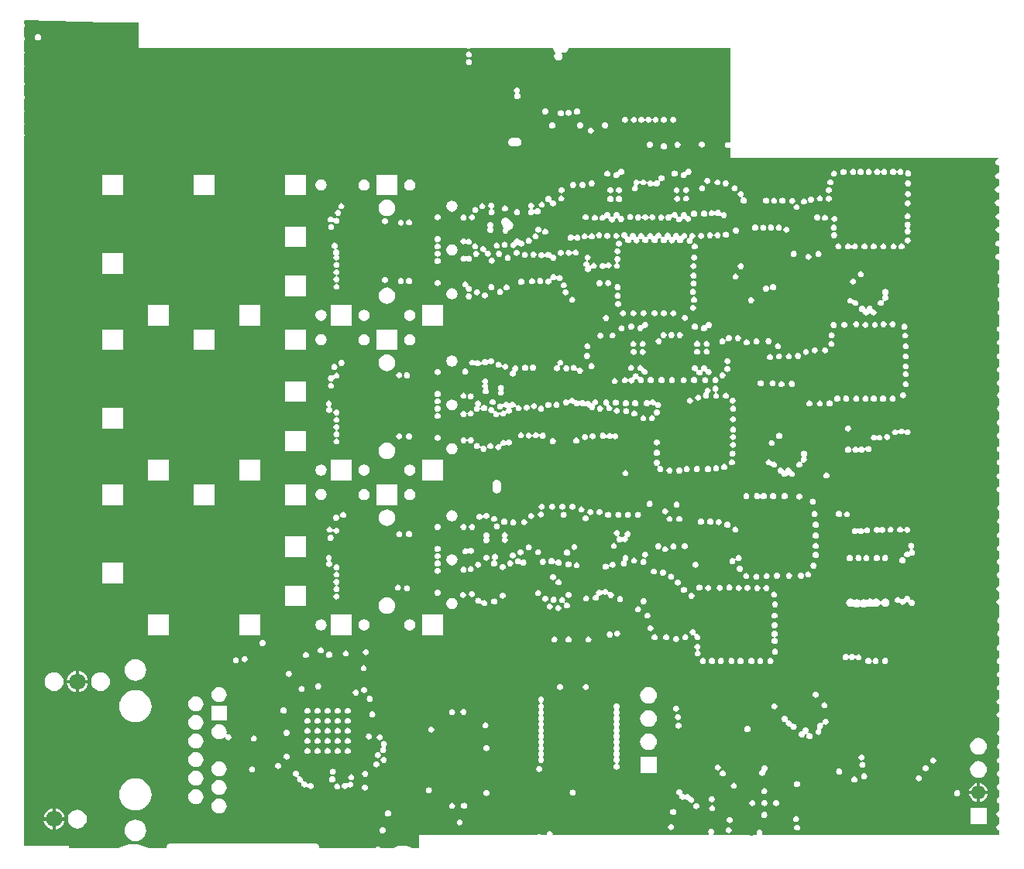
<source format=gbr>
G04*
G04 #@! TF.GenerationSoftware,Altium Limited,Altium Designer,24.9.1 (31)*
G04*
G04 Layer_Physical_Order=6*
G04 Layer_Color=8388736*
%FSLAX25Y25*%
%MOIN*%
G70*
G04*
G04 #@! TF.SameCoordinates,8C3FED30-37FA-4A54-8C90-A1F039295453*
G04*
G04*
G04 #@! TF.FilePolarity,Positive*
G04*
G01*
G75*
%ADD157C,0.06102*%
%ADD161C,0.07087*%
%ADD165C,0.01600*%
G36*
X12992Y-9843D02*
X26772D01*
Y-20898D01*
X168240D01*
X168390Y-20999D01*
X168898Y-21100D01*
X169405Y-20999D01*
X169555Y-20898D01*
X205118D01*
X205177Y-20970D01*
X205317Y-21672D01*
X205715Y-22268D01*
X205963Y-22433D01*
X206090Y-22949D01*
X205693Y-23545D01*
X205553Y-24247D01*
X205693Y-24949D01*
X206090Y-25545D01*
X206686Y-25943D01*
X207388Y-26082D01*
X208090Y-25943D01*
X208686Y-25545D01*
X209084Y-24949D01*
X209223Y-24247D01*
X209084Y-23545D01*
X208701Y-22972D01*
X208741Y-22788D01*
X208746Y-22774D01*
X209167Y-22651D01*
X209189Y-22666D01*
X209891Y-22805D01*
X210593Y-22666D01*
X211189Y-22268D01*
X211586Y-21672D01*
X211726Y-20970D01*
X211785Y-20898D01*
X281599D01*
Y-61124D01*
X281099Y-61391D01*
X280926Y-61276D01*
X280419Y-61175D01*
X279912Y-61276D01*
X279482Y-61563D01*
X279195Y-61993D01*
X279094Y-62501D01*
X279195Y-63008D01*
X279482Y-63438D01*
X279912Y-63725D01*
X280419Y-63826D01*
X280926Y-63725D01*
X281099Y-63610D01*
X281599Y-63877D01*
Y-68110D01*
X396723D01*
X396738Y-68151D01*
X396405Y-68707D01*
X396277Y-68733D01*
X395847Y-69020D01*
X395560Y-69450D01*
X395459Y-69957D01*
X395560Y-70465D01*
X395847Y-70895D01*
X396277Y-71182D01*
X396785Y-71283D01*
X396858Y-71268D01*
X397244Y-71586D01*
Y-74217D01*
X396744Y-74619D01*
X396621Y-74594D01*
X396114Y-74695D01*
X395684Y-74982D01*
X395397Y-75412D01*
X395296Y-75920D01*
X395397Y-76427D01*
X395684Y-76857D01*
X396114Y-77144D01*
X396621Y-77245D01*
X396744Y-77221D01*
X397244Y-77622D01*
Y-79912D01*
X396744Y-80314D01*
X396621Y-80289D01*
X396114Y-80390D01*
X395684Y-80678D01*
X395397Y-81108D01*
X395296Y-81615D01*
X395397Y-82122D01*
X395684Y-82552D01*
X396114Y-82839D01*
X396621Y-82940D01*
X396744Y-82916D01*
X397244Y-83318D01*
Y-85671D01*
X396744Y-86073D01*
X396621Y-86049D01*
X396114Y-86150D01*
X395684Y-86437D01*
X395397Y-86867D01*
X395296Y-87374D01*
X395397Y-87881D01*
X395684Y-88311D01*
X396114Y-88599D01*
X396621Y-88700D01*
X396744Y-88675D01*
X397244Y-89077D01*
Y-91708D01*
X396948Y-91952D01*
X396441Y-92053D01*
X396011Y-92340D01*
X395723Y-92770D01*
X395622Y-93277D01*
X395723Y-93784D01*
X396011Y-94214D01*
X396441Y-94502D01*
X396948Y-94603D01*
X397244Y-94846D01*
Y-97404D01*
X396948Y-97647D01*
X396441Y-97748D01*
X396011Y-98035D01*
X395723Y-98465D01*
X395622Y-98972D01*
X395723Y-99480D01*
X396011Y-99910D01*
X396441Y-100197D01*
X396948Y-100298D01*
X397244Y-100541D01*
Y-103306D01*
X396858Y-103624D01*
X396785Y-103609D01*
X396277Y-103710D01*
X395847Y-103997D01*
X395560Y-104427D01*
X395459Y-104935D01*
X395560Y-105442D01*
X395847Y-105872D01*
X396277Y-106159D01*
X396785Y-106260D01*
X396858Y-106246D01*
X397244Y-106563D01*
Y-109002D01*
X396858Y-109319D01*
X396785Y-109304D01*
X396277Y-109405D01*
X395847Y-109693D01*
X395560Y-110123D01*
X395459Y-110630D01*
X395560Y-111137D01*
X395847Y-111567D01*
X396277Y-111855D01*
X396785Y-111955D01*
X396858Y-111941D01*
X397244Y-112258D01*
Y-116093D01*
X396869Y-116343D01*
X396582Y-116773D01*
X396481Y-117281D01*
X396582Y-117788D01*
X396869Y-118218D01*
X397244Y-118468D01*
Y-121788D01*
X396869Y-122039D01*
X396582Y-122469D01*
X396481Y-122976D01*
X396582Y-123483D01*
X396869Y-123913D01*
X397244Y-124164D01*
Y-127692D01*
X397136Y-127714D01*
X396706Y-128001D01*
X396419Y-128431D01*
X396318Y-128938D01*
X396419Y-129446D01*
X396706Y-129876D01*
X397136Y-130163D01*
X397244Y-130184D01*
Y-133387D01*
X397136Y-133409D01*
X396706Y-133696D01*
X396419Y-134126D01*
X396318Y-134634D01*
X396419Y-135141D01*
X396706Y-135571D01*
X397136Y-135858D01*
X397244Y-135880D01*
Y-140577D01*
X397007Y-140624D01*
X396576Y-140911D01*
X396289Y-141341D01*
X396188Y-141849D01*
X396289Y-142356D01*
X396576Y-142786D01*
X397007Y-143073D01*
X397244Y-143120D01*
Y-146272D01*
X397007Y-146319D01*
X396576Y-146607D01*
X396289Y-147037D01*
X396188Y-147544D01*
X396289Y-148051D01*
X396576Y-148481D01*
X397007Y-148768D01*
X397244Y-148816D01*
Y-152202D01*
X396843Y-152281D01*
X396413Y-152569D01*
X396126Y-152999D01*
X396025Y-153506D01*
X396126Y-154013D01*
X396413Y-154443D01*
X396843Y-154731D01*
X397244Y-154810D01*
Y-157897D01*
X396843Y-157977D01*
X396413Y-158264D01*
X396126Y-158694D01*
X396025Y-159201D01*
X396126Y-159709D01*
X396413Y-160139D01*
X396843Y-160426D01*
X397244Y-160506D01*
Y-163656D01*
X396843Y-163736D01*
X396413Y-164023D01*
X396126Y-164453D01*
X396025Y-164961D01*
X396126Y-165468D01*
X396413Y-165898D01*
X396843Y-166185D01*
X397244Y-166265D01*
Y-169130D01*
X397063Y-169165D01*
X396633Y-169453D01*
X396346Y-169883D01*
X396245Y-170390D01*
X396346Y-170897D01*
X396633Y-171327D01*
X397063Y-171615D01*
X397244Y-171651D01*
Y-174825D01*
X397063Y-174861D01*
X396633Y-175148D01*
X396346Y-175578D01*
X396245Y-176085D01*
X396346Y-176593D01*
X396633Y-177023D01*
X397063Y-177310D01*
X397244Y-177346D01*
Y-180754D01*
X396900Y-180823D01*
X396470Y-181110D01*
X396183Y-181540D01*
X396082Y-182047D01*
X396183Y-182555D01*
X396470Y-182985D01*
X396900Y-183272D01*
X397244Y-183341D01*
Y-186450D01*
X396900Y-186518D01*
X396470Y-186806D01*
X396183Y-187236D01*
X396082Y-187743D01*
X396183Y-188250D01*
X396470Y-188680D01*
X396900Y-188967D01*
X397244Y-189036D01*
Y-192209D01*
X396900Y-192277D01*
X396470Y-192565D01*
X396183Y-192995D01*
X396082Y-193502D01*
X396183Y-194009D01*
X396470Y-194439D01*
X396900Y-194727D01*
X397244Y-194795D01*
Y-197904D01*
X396900Y-197973D01*
X396470Y-198260D01*
X396183Y-198690D01*
X396082Y-199197D01*
X396183Y-199705D01*
X396470Y-200135D01*
X396900Y-200422D01*
X397244Y-200490D01*
Y-203834D01*
X396737Y-203935D01*
X396307Y-204222D01*
X396020Y-204652D01*
X395919Y-205159D01*
X396020Y-205667D01*
X396307Y-206097D01*
X396737Y-206384D01*
X397244Y-206485D01*
Y-209529D01*
X396737Y-209630D01*
X396307Y-209918D01*
X396020Y-210348D01*
X395919Y-210855D01*
X396020Y-211362D01*
X396307Y-211792D01*
X396737Y-212079D01*
X397244Y-212180D01*
Y-217644D01*
X397063Y-217680D01*
X396633Y-217967D01*
X396346Y-218397D01*
X396245Y-218904D01*
X396346Y-219412D01*
X396633Y-219842D01*
X397063Y-220129D01*
X397244Y-220165D01*
Y-223339D01*
X397063Y-223375D01*
X396633Y-223662D01*
X396346Y-224093D01*
X396245Y-224600D01*
X396346Y-225107D01*
X396633Y-225537D01*
X397063Y-225824D01*
X397244Y-225860D01*
Y-229269D01*
X396900Y-229337D01*
X396470Y-229625D01*
X396183Y-230055D01*
X396082Y-230562D01*
X396183Y-231069D01*
X396470Y-231499D01*
X396900Y-231786D01*
X397244Y-231855D01*
Y-234964D01*
X396900Y-235033D01*
X396470Y-235320D01*
X396183Y-235750D01*
X396082Y-236257D01*
X396183Y-236765D01*
X396470Y-237194D01*
X396900Y-237482D01*
X397244Y-237550D01*
Y-240723D01*
X396900Y-240792D01*
X396470Y-241079D01*
X396183Y-241509D01*
X396082Y-242016D01*
X396183Y-242524D01*
X396470Y-242954D01*
X396900Y-243241D01*
X397244Y-243309D01*
Y-246419D01*
X396900Y-246487D01*
X396470Y-246775D01*
X396183Y-247204D01*
X396082Y-247712D01*
X396183Y-248219D01*
X396470Y-248649D01*
X396900Y-248936D01*
X397244Y-249005D01*
Y-252348D01*
X396737Y-252449D01*
X396307Y-252737D01*
X396020Y-253167D01*
X395919Y-253674D01*
X396020Y-254181D01*
X396307Y-254611D01*
X396737Y-254899D01*
X397244Y-254999D01*
Y-258044D01*
X396737Y-258145D01*
X396307Y-258432D01*
X396020Y-258862D01*
X395919Y-259369D01*
X396020Y-259876D01*
X396307Y-260307D01*
X396737Y-260594D01*
X397244Y-260695D01*
Y-266196D01*
X397063Y-266232D01*
X396633Y-266520D01*
X396346Y-266950D01*
X396245Y-267457D01*
X396346Y-267964D01*
X396633Y-268394D01*
X397063Y-268681D01*
X397244Y-268717D01*
Y-271892D01*
X397063Y-271928D01*
X396633Y-272215D01*
X396346Y-272645D01*
X396245Y-273152D01*
X396346Y-273659D01*
X396633Y-274089D01*
X397063Y-274377D01*
X397244Y-274413D01*
Y-277821D01*
X396900Y-277890D01*
X396470Y-278177D01*
X396183Y-278607D01*
X396082Y-279114D01*
X396183Y-279622D01*
X396470Y-280052D01*
X396900Y-280339D01*
X397244Y-280407D01*
Y-283517D01*
X396900Y-283585D01*
X396470Y-283872D01*
X396183Y-284302D01*
X396082Y-284810D01*
X396183Y-285317D01*
X396470Y-285747D01*
X396900Y-286034D01*
X397244Y-286103D01*
Y-289276D01*
X396900Y-289344D01*
X396470Y-289632D01*
X396183Y-290062D01*
X396082Y-290569D01*
X396183Y-291076D01*
X396470Y-291506D01*
X396900Y-291793D01*
X397244Y-291862D01*
Y-294971D01*
X396900Y-295040D01*
X396470Y-295327D01*
X396183Y-295757D01*
X396082Y-296264D01*
X396183Y-296772D01*
X396470Y-297201D01*
X396900Y-297489D01*
X397244Y-297557D01*
Y-300901D01*
X396737Y-301002D01*
X396307Y-301289D01*
X396020Y-301719D01*
X395919Y-302226D01*
X396020Y-302734D01*
X396307Y-303164D01*
X396737Y-303451D01*
X397244Y-303552D01*
Y-306596D01*
X396737Y-306697D01*
X396307Y-306984D01*
X396020Y-307415D01*
X395919Y-307922D01*
X396020Y-308429D01*
X396307Y-308859D01*
X396737Y-309146D01*
X397244Y-309247D01*
Y-314711D01*
X397063Y-314747D01*
X396633Y-315034D01*
X396346Y-315464D01*
X396245Y-315971D01*
X396346Y-316478D01*
X396633Y-316909D01*
X397063Y-317196D01*
X397244Y-317232D01*
Y-320406D01*
X397063Y-320442D01*
X396633Y-320729D01*
X396346Y-321159D01*
X396245Y-321667D01*
X396346Y-322174D01*
X396633Y-322604D01*
X397063Y-322891D01*
X397244Y-322927D01*
Y-326336D01*
X396900Y-326404D01*
X396470Y-326692D01*
X396183Y-327122D01*
X396082Y-327629D01*
X396183Y-328136D01*
X396470Y-328566D01*
X396900Y-328853D01*
X397244Y-328922D01*
Y-332031D01*
X396900Y-332100D01*
X396470Y-332387D01*
X396183Y-332817D01*
X396082Y-333324D01*
X396183Y-333831D01*
X396470Y-334261D01*
X396900Y-334549D01*
X397244Y-334617D01*
Y-337790D01*
X396900Y-337859D01*
X396470Y-338146D01*
X396183Y-338576D01*
X396082Y-339083D01*
X396183Y-339591D01*
X396470Y-340021D01*
X396900Y-340308D01*
X397244Y-340376D01*
Y-343486D01*
X396900Y-343554D01*
X396470Y-343841D01*
X396183Y-344271D01*
X396082Y-344779D01*
X396183Y-345286D01*
X396470Y-345716D01*
X396900Y-346003D01*
X397244Y-346072D01*
Y-349415D01*
X396737Y-349516D01*
X396307Y-349804D01*
X396020Y-350234D01*
X395919Y-350741D01*
X396020Y-351248D01*
X396307Y-351678D01*
X396737Y-351965D01*
X397244Y-352066D01*
Y-355111D01*
X396737Y-355212D01*
X396307Y-355499D01*
X396020Y-355929D01*
X395919Y-356436D01*
X396020Y-356943D01*
X396307Y-357373D01*
X396737Y-357661D01*
X397244Y-357762D01*
Y-359783D01*
X295344D01*
X295077Y-359283D01*
X295193Y-359110D01*
X295294Y-358602D01*
X295193Y-358095D01*
X294906Y-357665D01*
X294476Y-357378D01*
X293969Y-357277D01*
X293461Y-357378D01*
X293031Y-357665D01*
X292744Y-358095D01*
X292643Y-358602D01*
X292744Y-359110D01*
X292860Y-359283D01*
X292593Y-359783D01*
X274401D01*
X274272Y-359572D01*
X274189Y-359283D01*
X274428Y-358926D01*
X274529Y-358419D01*
X274428Y-357912D01*
X274140Y-357482D01*
X273710Y-357194D01*
X273203Y-357094D01*
X272696Y-357194D01*
X272266Y-357482D01*
X271978Y-357912D01*
X271878Y-358419D01*
X271978Y-358926D01*
X272217Y-359283D01*
X272134Y-359572D01*
X272005Y-359783D01*
X205281D01*
X204964Y-359397D01*
X204973Y-359353D01*
X204872Y-358846D01*
X204585Y-358416D01*
X204154Y-358129D01*
X203647Y-358028D01*
X203140Y-358129D01*
X202710Y-358416D01*
X202423Y-358846D01*
X202322Y-359353D01*
X202330Y-359397D01*
X202013Y-359783D01*
X200269D01*
X200150Y-359604D01*
X199720Y-359317D01*
X199213Y-359216D01*
X198705Y-359317D01*
X198275Y-359604D01*
X198156Y-359783D01*
X147620D01*
Y-365070D01*
X147320Y-365271D01*
X147161Y-365510D01*
X144622D01*
X144275Y-365277D01*
X144163Y-365231D01*
X144063Y-365164D01*
X142852Y-364663D01*
X142733Y-364639D01*
X142622Y-364593D01*
X141336Y-364337D01*
X141215D01*
X141097Y-364314D01*
X139786D01*
X139668Y-364337D01*
X139547D01*
X138261Y-364593D01*
X138150Y-364639D01*
X138031Y-364663D01*
X136820Y-365164D01*
X136720Y-365231D01*
X136608Y-365277D01*
X136261Y-365510D01*
X132474D01*
X132473Y-365509D01*
X131966Y-365408D01*
X131459Y-365509D01*
X131046Y-365295D01*
X130815Y-364948D01*
X130385Y-364661D01*
X129878Y-364560D01*
X129370Y-364661D01*
X128940Y-364948D01*
X128653Y-365378D01*
X128627Y-365510D01*
X104833D01*
X104479Y-365156D01*
X104480Y-365010D01*
X104468Y-364950D01*
X104474Y-364889D01*
X104464Y-364792D01*
X104412Y-364620D01*
X104377Y-364444D01*
X104302Y-364264D01*
X104302Y-364263D01*
X104179Y-364080D01*
X104037Y-363866D01*
X104037Y-363866D01*
X103899Y-363729D01*
X103899Y-363729D01*
X103899Y-363728D01*
X103502Y-363463D01*
X103502Y-363463D01*
X103502Y-363463D01*
X103322Y-363389D01*
X103145Y-363354D01*
X102973Y-363301D01*
X102876Y-363292D01*
X102815Y-363298D01*
X102756Y-363286D01*
X40512Y-363286D01*
X40452Y-363298D01*
X40392Y-363292D01*
X40294Y-363301D01*
X40122Y-363354D01*
X39946Y-363389D01*
X39766Y-363463D01*
X39766Y-363463D01*
X39369Y-363729D01*
X39231Y-363866D01*
X39231Y-363866D01*
X39099Y-364065D01*
X38966Y-364264D01*
X38966Y-364264D01*
X38891Y-364444D01*
X38856Y-364620D01*
X38804Y-364792D01*
X38794Y-364890D01*
X38800Y-364950D01*
X38788Y-365009D01*
Y-365510D01*
X31051D01*
X30468Y-365153D01*
X28578Y-364370D01*
X26588Y-363892D01*
X24548Y-363731D01*
X22508Y-363892D01*
X20519Y-364370D01*
X18628Y-365153D01*
X18046Y-365510D01*
X-3228D01*
Y-364509D01*
X-22374D01*
Y-58658D01*
X-22297Y-58268D01*
X-22374Y-57878D01*
Y-53933D01*
X-22297Y-53543D01*
X-22374Y-53153D01*
Y-48238D01*
X-22297Y-47848D01*
X-22374Y-47458D01*
Y-42603D01*
X-22234Y-42393D01*
X-22133Y-41886D01*
X-22234Y-41379D01*
X-22374Y-41169D01*
Y-36907D01*
X-22234Y-36698D01*
X-22133Y-36191D01*
X-22234Y-35683D01*
X-22374Y-35474D01*
Y-28736D01*
X-22297Y-28346D01*
X-22374Y-27957D01*
Y-23041D01*
X-22297Y-22651D01*
X-22374Y-22261D01*
Y-17406D01*
X-22234Y-17196D01*
X-22133Y-16689D01*
X-22234Y-16182D01*
X-22374Y-15972D01*
Y-11710D01*
X-22234Y-11501D01*
X-22133Y-10994D01*
X-22234Y-10486D01*
X-22374Y-10277D01*
Y-9198D01*
X-22016Y-8849D01*
X12992Y-9843D01*
D02*
G37*
%LPC*%
G36*
X-16535Y-14816D02*
X-17043Y-14917D01*
X-17473Y-15204D01*
X-17760Y-15634D01*
X-17861Y-16142D01*
X-17760Y-16649D01*
X-17473Y-17079D01*
X-17043Y-17366D01*
X-16535Y-17467D01*
X-16028Y-17366D01*
X-15598Y-17079D01*
X-15311Y-16649D01*
X-15210Y-16142D01*
X-15311Y-15634D01*
X-15598Y-15204D01*
X-16028Y-14917D01*
X-16535Y-14816D01*
D02*
G37*
G36*
X168898Y-22218D02*
X168390Y-22319D01*
X167960Y-22606D01*
X167673Y-23036D01*
X167572Y-23544D01*
X167673Y-24051D01*
X167960Y-24481D01*
X168390Y-24768D01*
X168898Y-24869D01*
X169405Y-24768D01*
X169835Y-24481D01*
X170122Y-24051D01*
X170223Y-23544D01*
X170122Y-23036D01*
X169835Y-22606D01*
X169405Y-22319D01*
X168898Y-22218D01*
D02*
G37*
G36*
Y-25519D02*
X168390Y-25620D01*
X167960Y-25907D01*
X167673Y-26338D01*
X167572Y-26845D01*
X167673Y-27352D01*
X167960Y-27782D01*
X168390Y-28069D01*
X168898Y-28170D01*
X169405Y-28069D01*
X169835Y-27782D01*
X170122Y-27352D01*
X170223Y-26845D01*
X170122Y-26338D01*
X169835Y-25907D01*
X169405Y-25620D01*
X168898Y-25519D01*
D02*
G37*
G36*
X189582Y-37707D02*
X189075Y-37808D01*
X188645Y-38095D01*
X188358Y-38525D01*
X188257Y-39032D01*
X188358Y-39539D01*
X188645Y-39969D01*
X188730Y-40026D01*
X188851Y-40546D01*
X188564Y-40976D01*
X188463Y-41483D01*
X188564Y-41991D01*
X188851Y-42421D01*
X189281Y-42708D01*
X189788Y-42809D01*
X190295Y-42708D01*
X190725Y-42421D01*
X191013Y-41991D01*
X191114Y-41483D01*
X191013Y-40976D01*
X190725Y-40546D01*
X190641Y-40490D01*
X190519Y-39969D01*
X190807Y-39539D01*
X190908Y-39032D01*
X190807Y-38525D01*
X190519Y-38095D01*
X190089Y-37808D01*
X189582Y-37707D01*
D02*
G37*
G36*
X201790Y-46736D02*
X201283Y-46837D01*
X200853Y-47125D01*
X200565Y-47555D01*
X200464Y-48062D01*
X200565Y-48569D01*
X200853Y-48999D01*
X201283Y-49286D01*
X201790Y-49387D01*
X202297Y-49286D01*
X202727Y-48999D01*
X203014Y-48569D01*
X203115Y-48062D01*
X203014Y-47555D01*
X202727Y-47125D01*
X202297Y-46837D01*
X201790Y-46736D01*
D02*
G37*
G36*
X215433Y-46781D02*
X214926Y-46882D01*
X214496Y-47170D01*
X214209Y-47600D01*
X214108Y-48107D01*
X214209Y-48614D01*
X214496Y-49044D01*
X214926Y-49331D01*
X215433Y-49432D01*
X215940Y-49331D01*
X216370Y-49044D01*
X216658Y-48614D01*
X216759Y-48107D01*
X216658Y-47600D01*
X216370Y-47170D01*
X215940Y-46882D01*
X215433Y-46781D01*
D02*
G37*
G36*
X211793Y-47329D02*
X211285Y-47430D01*
X210855Y-47717D01*
X210568Y-48147D01*
X210467Y-48654D01*
X210568Y-49162D01*
X210855Y-49592D01*
X211285Y-49879D01*
X211793Y-49980D01*
X212300Y-49879D01*
X212730Y-49592D01*
X213017Y-49162D01*
X213118Y-48654D01*
X213017Y-48147D01*
X212730Y-47717D01*
X212300Y-47430D01*
X211793Y-47329D01*
D02*
G37*
G36*
X208489Y-47502D02*
X207982Y-47603D01*
X207552Y-47890D01*
X207264Y-48320D01*
X207163Y-48828D01*
X207264Y-49335D01*
X207552Y-49765D01*
X207982Y-50052D01*
X208489Y-50153D01*
X208996Y-50052D01*
X209426Y-49765D01*
X209713Y-49335D01*
X209814Y-48828D01*
X209713Y-48320D01*
X209426Y-47890D01*
X208996Y-47603D01*
X208489Y-47502D01*
D02*
G37*
G36*
X246193Y-50322D02*
X245686Y-50423D01*
X245256Y-50710D01*
X244969Y-51140D01*
X244920Y-51386D01*
X244410D01*
X244367Y-51171D01*
X244080Y-50741D01*
X243650Y-50454D01*
X243143Y-50353D01*
X242636Y-50454D01*
X242206Y-50741D01*
X241918Y-51171D01*
X241817Y-51679D01*
X241918Y-52186D01*
X242206Y-52616D01*
X242636Y-52903D01*
X243143Y-53004D01*
X243650Y-52903D01*
X244080Y-52616D01*
X244367Y-52186D01*
X244416Y-51940D01*
X244926D01*
X244969Y-52154D01*
X245256Y-52584D01*
X245686Y-52872D01*
X246193Y-52973D01*
X246701Y-52872D01*
X247130Y-52584D01*
X247418Y-52154D01*
X247463Y-51927D01*
X247973D01*
X248025Y-52186D01*
X248312Y-52616D01*
X248742Y-52903D01*
X249249Y-53004D01*
X249756Y-52903D01*
X250186Y-52616D01*
X250474Y-52186D01*
X250574Y-51679D01*
X250474Y-51171D01*
X250186Y-50741D01*
X249756Y-50454D01*
X249249Y-50353D01*
X248742Y-50454D01*
X248312Y-50741D01*
X248025Y-51171D01*
X247979Y-51399D01*
X247469D01*
X247418Y-51140D01*
X247130Y-50710D01*
X246701Y-50423D01*
X246193Y-50322D01*
D02*
G37*
G36*
X256886Y-50353D02*
X256379Y-50454D01*
X255949Y-50741D01*
X255662Y-51171D01*
X255561Y-51679D01*
X255662Y-52186D01*
X255949Y-52616D01*
X256379Y-52903D01*
X256886Y-53004D01*
X257393Y-52903D01*
X257823Y-52616D01*
X258111Y-52186D01*
X258211Y-51679D01*
X258111Y-51171D01*
X257823Y-50741D01*
X257393Y-50454D01*
X256886Y-50353D01*
D02*
G37*
G36*
X252831D02*
X252324Y-50454D01*
X251894Y-50741D01*
X251606Y-51171D01*
X251505Y-51679D01*
X251606Y-52186D01*
X251894Y-52616D01*
X252324Y-52903D01*
X252831Y-53004D01*
X253338Y-52903D01*
X253768Y-52616D01*
X254055Y-52186D01*
X254156Y-51679D01*
X254055Y-51171D01*
X253768Y-50741D01*
X253338Y-50454D01*
X252831Y-50353D01*
D02*
G37*
G36*
X239909D02*
X239402Y-50454D01*
X238972Y-50741D01*
X238684Y-51171D01*
X238583Y-51679D01*
X238684Y-52186D01*
X238972Y-52616D01*
X239402Y-52903D01*
X239909Y-53004D01*
X240416Y-52903D01*
X240846Y-52616D01*
X241133Y-52186D01*
X241234Y-51679D01*
X241133Y-51171D01*
X240846Y-50741D01*
X240416Y-50454D01*
X239909Y-50353D01*
D02*
G37*
G36*
X236068D02*
X235561Y-50454D01*
X235131Y-50741D01*
X234843Y-51171D01*
X234743Y-51679D01*
X234843Y-52186D01*
X235131Y-52616D01*
X235561Y-52903D01*
X236068Y-53004D01*
X236575Y-52903D01*
X237005Y-52616D01*
X237293Y-52186D01*
X237394Y-51679D01*
X237293Y-51171D01*
X237005Y-50741D01*
X236575Y-50454D01*
X236068Y-50353D01*
D02*
G37*
G36*
X227476Y-52755D02*
X226969Y-52856D01*
X226539Y-53143D01*
X226251Y-53573D01*
X226150Y-54080D01*
X226251Y-54588D01*
X226539Y-55018D01*
X226969Y-55305D01*
X227476Y-55406D01*
X227983Y-55305D01*
X228413Y-55018D01*
X228700Y-54588D01*
X228801Y-54080D01*
X228700Y-53573D01*
X228413Y-53143D01*
X227983Y-52856D01*
X227476Y-52755D01*
D02*
G37*
G36*
X216771D02*
X216264Y-52856D01*
X215833Y-53143D01*
X215546Y-53573D01*
X215445Y-54080D01*
X215546Y-54588D01*
X215833Y-55018D01*
X216264Y-55305D01*
X216771Y-55406D01*
X217278Y-55305D01*
X217708Y-55018D01*
X217995Y-54588D01*
X218096Y-54080D01*
X217995Y-53573D01*
X217708Y-53143D01*
X217278Y-52856D01*
X216771Y-52755D01*
D02*
G37*
G36*
X204772Y-52808D02*
X204264Y-52909D01*
X203834Y-53197D01*
X203547Y-53627D01*
X203446Y-54134D01*
X203547Y-54641D01*
X203834Y-55071D01*
X204264Y-55358D01*
X204772Y-55459D01*
X205279Y-55358D01*
X205709Y-55071D01*
X205996Y-54641D01*
X206097Y-54134D01*
X205996Y-53627D01*
X205709Y-53197D01*
X205279Y-52909D01*
X204772Y-52808D01*
D02*
G37*
G36*
X221354Y-54950D02*
X220846Y-55050D01*
X220416Y-55338D01*
X220129Y-55768D01*
X220028Y-56275D01*
X220129Y-56782D01*
X220416Y-57212D01*
X220846Y-57500D01*
X221354Y-57601D01*
X221861Y-57500D01*
X222291Y-57212D01*
X222578Y-56782D01*
X222679Y-56275D01*
X222578Y-55768D01*
X222291Y-55338D01*
X221861Y-55050D01*
X221354Y-54950D01*
D02*
G37*
G36*
X190038Y-59442D02*
X187421Y-59442D01*
X187321Y-59483D01*
X187214D01*
X186736Y-59681D01*
X186660Y-59757D01*
X186560Y-59798D01*
X186195Y-60164D01*
X186153Y-60263D01*
X186077Y-60339D01*
X185879Y-60817D01*
Y-60925D01*
X185838Y-61024D01*
Y-61542D01*
X185879Y-61641D01*
Y-61749D01*
X186077Y-62226D01*
X186153Y-62303D01*
X186195Y-62402D01*
X186560Y-62768D01*
X186660Y-62809D01*
X186736Y-62885D01*
X187214Y-63083D01*
X187321D01*
X187421Y-63124D01*
X189779Y-63124D01*
X189779Y-63124D01*
X190038D01*
X190137Y-63083D01*
X190245D01*
X190723Y-62885D01*
X190799Y-62809D01*
X190898Y-62768D01*
X191264Y-62402D01*
X191305Y-62303D01*
X191381Y-62226D01*
X191579Y-61749D01*
Y-61641D01*
X191621Y-61542D01*
Y-61024D01*
X191579Y-60925D01*
Y-60817D01*
X191381Y-60339D01*
X191305Y-60263D01*
X191264Y-60164D01*
X190898Y-59798D01*
X190799Y-59757D01*
X190723Y-59681D01*
X190245Y-59483D01*
X190137D01*
X190038Y-59442D01*
D02*
G37*
G36*
X269158Y-60978D02*
X268651Y-61079D01*
X268221Y-61366D01*
X267934Y-61796D01*
X267833Y-62303D01*
X267934Y-62810D01*
X268221Y-63240D01*
X268651Y-63528D01*
X269158Y-63629D01*
X269666Y-63528D01*
X270095Y-63240D01*
X270383Y-62810D01*
X270484Y-62303D01*
X270383Y-61796D01*
X270095Y-61366D01*
X269666Y-61079D01*
X269158Y-60978D01*
D02*
G37*
G36*
X258659Y-61076D02*
X258152Y-61177D01*
X257722Y-61464D01*
X257434Y-61894D01*
X257333Y-62401D01*
X257434Y-62909D01*
X257722Y-63339D01*
X258152Y-63626D01*
X258659Y-63727D01*
X259166Y-63626D01*
X259596Y-63339D01*
X259883Y-62909D01*
X259984Y-62401D01*
X259883Y-61894D01*
X259596Y-61464D01*
X259166Y-61177D01*
X258659Y-61076D01*
D02*
G37*
G36*
X246744D02*
X246237Y-61177D01*
X245807Y-61464D01*
X245520Y-61894D01*
X245419Y-62401D01*
X245520Y-62909D01*
X245807Y-63339D01*
X246237Y-63626D01*
X246744Y-63727D01*
X247251Y-63626D01*
X247681Y-63339D01*
X247969Y-62909D01*
X248070Y-62401D01*
X247969Y-61894D01*
X247681Y-61464D01*
X247251Y-61177D01*
X246744Y-61076D01*
D02*
G37*
G36*
X252831Y-61765D02*
X252324Y-61866D01*
X251894Y-62153D01*
X251606Y-62583D01*
X251505Y-63090D01*
X251606Y-63598D01*
X251894Y-64028D01*
X252324Y-64315D01*
X252831Y-64416D01*
X253338Y-64315D01*
X253768Y-64028D01*
X254055Y-63598D01*
X254156Y-63090D01*
X254055Y-62583D01*
X253768Y-62153D01*
X253338Y-61866D01*
X252831Y-61765D01*
D02*
G37*
G36*
X347636Y-72772D02*
X347129Y-72873D01*
X346698Y-73160D01*
X346411Y-73590D01*
X346381Y-73743D01*
X345871D01*
X345841Y-73590D01*
X345554Y-73160D01*
X345124Y-72873D01*
X344616Y-72772D01*
X344109Y-72873D01*
X343679Y-73160D01*
X343392Y-73590D01*
X343291Y-74098D01*
X343392Y-74605D01*
X343679Y-75035D01*
X344109Y-75322D01*
X344616Y-75423D01*
X345124Y-75322D01*
X345554Y-75035D01*
X345841Y-74605D01*
X345871Y-74453D01*
X346381D01*
X346411Y-74605D01*
X346698Y-75035D01*
X347129Y-75322D01*
X347636Y-75423D01*
X348143Y-75322D01*
X348573Y-75035D01*
X348860Y-74605D01*
X348961Y-74098D01*
X348860Y-73590D01*
X348573Y-73160D01*
X348143Y-72873D01*
X347636Y-72772D01*
D02*
G37*
G36*
X354581D02*
X354074Y-72873D01*
X353644Y-73160D01*
X353357Y-73590D01*
X353283Y-73963D01*
X352773D01*
X352699Y-73590D01*
X352412Y-73160D01*
X351982Y-72873D01*
X351474Y-72772D01*
X350967Y-72873D01*
X350537Y-73160D01*
X350250Y-73590D01*
X350149Y-74098D01*
X350250Y-74605D01*
X350537Y-75035D01*
X350967Y-75322D01*
X351474Y-75423D01*
X351982Y-75322D01*
X352412Y-75035D01*
X352699Y-74605D01*
X352773Y-74233D01*
X353283D01*
X353357Y-74605D01*
X353644Y-75035D01*
X354074Y-75322D01*
X354581Y-75423D01*
X355089Y-75322D01*
X355519Y-75035D01*
X355806Y-74605D01*
X355907Y-74098D01*
X355806Y-73590D01*
X355519Y-73160D01*
X355089Y-72873D01*
X354581Y-72772D01*
D02*
G37*
G36*
X263375D02*
X262868Y-72873D01*
X262438Y-73160D01*
X262151Y-73590D01*
X262100Y-73846D01*
X261924Y-74127D01*
X261562Y-74210D01*
X261330Y-74164D01*
X260823Y-74265D01*
X260393Y-74552D01*
X260106Y-74982D01*
X260005Y-75489D01*
X260106Y-75996D01*
X260393Y-76426D01*
X260823Y-76714D01*
X261330Y-76815D01*
X261838Y-76714D01*
X262268Y-76426D01*
X262555Y-75996D01*
X262606Y-75741D01*
X262782Y-75460D01*
X263143Y-75377D01*
X263375Y-75423D01*
X263882Y-75322D01*
X264313Y-75035D01*
X264600Y-74605D01*
X264701Y-74098D01*
X264600Y-73590D01*
X264313Y-73160D01*
X263882Y-72873D01*
X263375Y-72772D01*
D02*
G37*
G36*
X234448Y-72812D02*
X233941Y-72913D01*
X233510Y-73200D01*
X233223Y-73630D01*
X233172Y-73885D01*
X232996Y-74166D01*
X232635Y-74249D01*
X232403Y-74203D01*
X231896Y-74304D01*
X231466Y-74591D01*
X231178Y-75021D01*
X231077Y-75529D01*
X231178Y-76036D01*
X231466Y-76466D01*
X231896Y-76753D01*
X232403Y-76854D01*
X232910Y-76753D01*
X233340Y-76466D01*
X233627Y-76036D01*
X233678Y-75781D01*
X233854Y-75500D01*
X234216Y-75417D01*
X234448Y-75463D01*
X234955Y-75362D01*
X235385Y-75074D01*
X235672Y-74645D01*
X235773Y-74137D01*
X235672Y-73630D01*
X235385Y-73200D01*
X234955Y-72913D01*
X234448Y-72812D01*
D02*
G37*
G36*
X337485Y-72772D02*
X336978Y-72873D01*
X336548Y-73160D01*
X336261Y-73590D01*
X336160Y-74098D01*
X336261Y-74605D01*
X336548Y-75035D01*
X336978Y-75322D01*
X337485Y-75423D01*
X337992Y-75322D01*
X338422Y-75035D01*
X338710Y-74605D01*
X338810Y-74098D01*
X338710Y-73590D01*
X338422Y-73160D01*
X337992Y-72873D01*
X337485Y-72772D01*
D02*
G37*
G36*
X334282D02*
X333775Y-72873D01*
X333345Y-73160D01*
X333057Y-73590D01*
X332957Y-74098D01*
X333057Y-74605D01*
X333345Y-75035D01*
X333775Y-75322D01*
X334282Y-75423D01*
X334789Y-75322D01*
X335219Y-75035D01*
X335507Y-74605D01*
X335608Y-74098D01*
X335507Y-73590D01*
X335219Y-73160D01*
X334789Y-72873D01*
X334282Y-72772D01*
D02*
G37*
G36*
X341028Y-72789D02*
X340521Y-72890D01*
X340091Y-73178D01*
X339804Y-73608D01*
X339703Y-74115D01*
X339804Y-74622D01*
X340091Y-75052D01*
X340521Y-75340D01*
X341028Y-75440D01*
X341536Y-75340D01*
X341966Y-75052D01*
X342253Y-74622D01*
X342354Y-74115D01*
X342253Y-73608D01*
X341966Y-73178D01*
X341536Y-72890D01*
X341028Y-72789D01*
D02*
G37*
G36*
X330082Y-72829D02*
X329575Y-72930D01*
X329145Y-73217D01*
X328857Y-73647D01*
X328756Y-74155D01*
X328857Y-74662D01*
X329145Y-75092D01*
X329575Y-75379D01*
X330082Y-75480D01*
X330589Y-75379D01*
X331019Y-75092D01*
X331307Y-74662D01*
X331407Y-74155D01*
X331307Y-73647D01*
X331019Y-73217D01*
X330589Y-72930D01*
X330082Y-72829D01*
D02*
G37*
G36*
X357874Y-73478D02*
X357367Y-73579D01*
X356937Y-73866D01*
X356649Y-74296D01*
X356549Y-74803D01*
X356649Y-75310D01*
X356937Y-75740D01*
X357367Y-76028D01*
X357874Y-76129D01*
X358381Y-76028D01*
X358811Y-75740D01*
X359099Y-75310D01*
X359200Y-74803D01*
X359099Y-74296D01*
X358811Y-73866D01*
X358381Y-73579D01*
X357874Y-73478D01*
D02*
G37*
G36*
X257430Y-73510D02*
X256923Y-73611D01*
X256493Y-73898D01*
X256206Y-74328D01*
X256105Y-74836D01*
X256206Y-75343D01*
X256493Y-75773D01*
X256923Y-76060D01*
X257430Y-76161D01*
X257937Y-76060D01*
X258367Y-75773D01*
X258655Y-75343D01*
X258755Y-74836D01*
X258655Y-74328D01*
X258367Y-73898D01*
X257937Y-73611D01*
X257430Y-73510D01*
D02*
G37*
G36*
X228503Y-73550D02*
X227995Y-73651D01*
X227565Y-73938D01*
X227278Y-74368D01*
X227177Y-74875D01*
X227278Y-75382D01*
X227565Y-75813D01*
X227995Y-76100D01*
X228503Y-76201D01*
X229010Y-76100D01*
X229440Y-75813D01*
X229727Y-75382D01*
X229828Y-74875D01*
X229727Y-74368D01*
X229440Y-73938D01*
X229010Y-73651D01*
X228503Y-73550D01*
D02*
G37*
G36*
X326034Y-73552D02*
X325526Y-73653D01*
X325097Y-73941D01*
X324809Y-74371D01*
X324708Y-74878D01*
X324809Y-75385D01*
X325097Y-75815D01*
X325526Y-76102D01*
X326034Y-76203D01*
X326541Y-76102D01*
X326971Y-75815D01*
X327258Y-75385D01*
X327359Y-74878D01*
X327258Y-74371D01*
X326971Y-73941D01*
X326541Y-73653D01*
X326034Y-73552D01*
D02*
G37*
G36*
X251792Y-75513D02*
X251285Y-75614D01*
X250855Y-75901D01*
X250568Y-76331D01*
X250467Y-76838D01*
X250568Y-77345D01*
X250699Y-77542D01*
X250339Y-77902D01*
X250267Y-77854D01*
X249759Y-77753D01*
X249252Y-77854D01*
X248822Y-78141D01*
X248628Y-78431D01*
X248558Y-78453D01*
X248144D01*
X248073Y-78431D01*
X247880Y-78141D01*
X247449Y-77854D01*
X246942Y-77753D01*
X246435Y-77854D01*
X246005Y-78141D01*
X245783Y-78474D01*
X245382Y-78461D01*
X245262Y-78421D01*
X245197Y-78090D01*
X244909Y-77660D01*
X244479Y-77373D01*
X243972Y-77272D01*
X243465Y-77373D01*
X243035Y-77660D01*
X242747Y-78090D01*
X242731Y-78174D01*
X242221D01*
X242204Y-78090D01*
X241917Y-77660D01*
X241487Y-77373D01*
X240980Y-77272D01*
X240473Y-77373D01*
X240042Y-77660D01*
X239755Y-78090D01*
X239654Y-78597D01*
X239755Y-79105D01*
X239978Y-79438D01*
X239886Y-79868D01*
X239835Y-79977D01*
X239405Y-80264D01*
X239118Y-80694D01*
X239017Y-81201D01*
X239118Y-81709D01*
X239405Y-82139D01*
X239835Y-82426D01*
X240342Y-82527D01*
X240850Y-82426D01*
X241280Y-82139D01*
X241567Y-81709D01*
X241668Y-81201D01*
X241567Y-80694D01*
X241344Y-80360D01*
X241436Y-79931D01*
X241487Y-79822D01*
X241917Y-79535D01*
X242204Y-79105D01*
X242221Y-79021D01*
X242731D01*
X242747Y-79105D01*
X243035Y-79535D01*
X243465Y-79822D01*
X243972Y-79923D01*
X244479Y-79822D01*
X244909Y-79535D01*
X245131Y-79202D01*
X245532Y-79215D01*
X245652Y-79255D01*
X245718Y-79586D01*
X246005Y-80016D01*
X246435Y-80303D01*
X246942Y-80404D01*
X247449Y-80303D01*
X247880Y-80016D01*
X248073Y-79726D01*
X248144Y-79705D01*
X248558D01*
X248628Y-79726D01*
X248822Y-80016D01*
X249252Y-80303D01*
X249759Y-80404D01*
X250267Y-80303D01*
X250696Y-80016D01*
X250984Y-79586D01*
X251085Y-79079D01*
X250984Y-78571D01*
X250852Y-78375D01*
X251213Y-78015D01*
X251285Y-78063D01*
X251792Y-78164D01*
X252299Y-78063D01*
X252730Y-77775D01*
X253017Y-77345D01*
X253118Y-76838D01*
X253017Y-76331D01*
X252730Y-75901D01*
X252299Y-75614D01*
X251792Y-75513D01*
D02*
G37*
G36*
X271554Y-76623D02*
X271046Y-76724D01*
X270616Y-77011D01*
X270329Y-77441D01*
X270228Y-77948D01*
X270329Y-78456D01*
X270616Y-78886D01*
X271046Y-79173D01*
X271554Y-79274D01*
X272061Y-79173D01*
X272491Y-78886D01*
X272778Y-78456D01*
X272879Y-77948D01*
X272778Y-77441D01*
X272491Y-77011D01*
X272061Y-76724D01*
X271554Y-76623D01*
D02*
G37*
G36*
X324513Y-77272D02*
X324006Y-77373D01*
X323576Y-77660D01*
X323289Y-78090D01*
X323188Y-78597D01*
X323289Y-79105D01*
X323576Y-79535D01*
X324006Y-79822D01*
X324513Y-79923D01*
X325021Y-79822D01*
X325451Y-79535D01*
X325738Y-79105D01*
X325839Y-78597D01*
X325738Y-78090D01*
X325451Y-77660D01*
X325021Y-77373D01*
X324513Y-77272D01*
D02*
G37*
G36*
X275914D02*
X275407Y-77373D01*
X274976Y-77660D01*
X274689Y-78090D01*
X274588Y-78597D01*
X274689Y-79105D01*
X274976Y-79535D01*
X275407Y-79822D01*
X275914Y-79923D01*
X276421Y-79822D01*
X276851Y-79535D01*
X277138Y-79105D01*
X277239Y-78597D01*
X277138Y-78090D01*
X276851Y-77660D01*
X276421Y-77373D01*
X275914Y-77272D01*
D02*
G37*
G36*
X357874Y-77753D02*
X357367Y-77854D01*
X356937Y-78141D01*
X356649Y-78571D01*
X356549Y-79079D01*
X356649Y-79586D01*
X356937Y-80016D01*
X357367Y-80303D01*
X357874Y-80404D01*
X358381Y-80303D01*
X358811Y-80016D01*
X359099Y-79586D01*
X359200Y-79079D01*
X359099Y-78571D01*
X358811Y-78141D01*
X358381Y-77854D01*
X357874Y-77753D01*
D02*
G37*
G36*
X279408D02*
X278901Y-77854D01*
X278471Y-78141D01*
X278183Y-78571D01*
X278082Y-79079D01*
X278183Y-79586D01*
X278471Y-80016D01*
X278901Y-80303D01*
X279408Y-80404D01*
X279915Y-80303D01*
X280345Y-80016D01*
X280632Y-79586D01*
X280733Y-79079D01*
X280632Y-78571D01*
X280345Y-78141D01*
X279915Y-77854D01*
X279408Y-77753D01*
D02*
G37*
G36*
X221710D02*
X221202Y-77854D01*
X220773Y-78141D01*
X220485Y-78571D01*
X220384Y-79079D01*
X220485Y-79586D01*
X220773Y-80016D01*
X221202Y-80303D01*
X221710Y-80404D01*
X222217Y-80303D01*
X222647Y-80016D01*
X222934Y-79586D01*
X223035Y-79079D01*
X222934Y-78571D01*
X222647Y-78141D01*
X222217Y-77854D01*
X221710Y-77753D01*
D02*
G37*
G36*
X213709Y-78383D02*
X213202Y-78484D01*
X212772Y-78771D01*
X212485Y-79201D01*
X212384Y-79708D01*
X212485Y-80216D01*
X212772Y-80646D01*
X213202Y-80933D01*
X213709Y-81034D01*
X214217Y-80933D01*
X214647Y-80646D01*
X214934Y-80216D01*
X215035Y-79708D01*
X214934Y-79201D01*
X214647Y-78771D01*
X214217Y-78484D01*
X213709Y-78383D01*
D02*
G37*
G36*
X217824Y-78403D02*
X217317Y-78504D01*
X216887Y-78791D01*
X216599Y-79221D01*
X216499Y-79728D01*
X216599Y-80235D01*
X216887Y-80665D01*
X217317Y-80953D01*
X217824Y-81054D01*
X218331Y-80953D01*
X218761Y-80665D01*
X219049Y-80235D01*
X219150Y-79728D01*
X219049Y-79221D01*
X218761Y-78791D01*
X218331Y-78504D01*
X217824Y-78403D01*
D02*
G37*
G36*
X143511Y-77292D02*
X142586Y-77476D01*
X141802Y-78000D01*
X141279Y-78784D01*
X141095Y-79708D01*
X141279Y-80633D01*
X141802Y-81417D01*
X142586Y-81941D01*
X143511Y-82125D01*
X144436Y-81941D01*
X145220Y-81417D01*
X145744Y-80633D01*
X145928Y-79708D01*
X145744Y-78784D01*
X145220Y-78000D01*
X144436Y-77476D01*
X143511Y-77292D01*
D02*
G37*
G36*
X123826D02*
X122901Y-77476D01*
X122117Y-78000D01*
X121593Y-78784D01*
X121409Y-79708D01*
X121593Y-80633D01*
X122117Y-81417D01*
X122901Y-81941D01*
X123826Y-82125D01*
X124751Y-81941D01*
X125535Y-81417D01*
X126059Y-80633D01*
X126242Y-79708D01*
X126059Y-78784D01*
X125535Y-78000D01*
X124751Y-77476D01*
X123826Y-77292D01*
D02*
G37*
G36*
X105322D02*
X104397Y-77476D01*
X103613Y-78000D01*
X103089Y-78784D01*
X102906Y-79708D01*
X103089Y-80633D01*
X103613Y-81417D01*
X104397Y-81941D01*
X105322Y-82125D01*
X106247Y-81941D01*
X107031Y-81417D01*
X107555Y-80633D01*
X107739Y-79708D01*
X107555Y-78784D01*
X107031Y-78000D01*
X106247Y-77476D01*
X105322Y-77292D01*
D02*
G37*
G36*
X283238Y-79836D02*
X282731Y-79937D01*
X282301Y-80225D01*
X282014Y-80655D01*
X281913Y-81162D01*
X282014Y-81669D01*
X282301Y-82099D01*
X282731Y-82386D01*
X283238Y-82487D01*
X283746Y-82386D01*
X284176Y-82099D01*
X284463Y-81669D01*
X284564Y-81162D01*
X284463Y-80655D01*
X284176Y-80225D01*
X283746Y-79937D01*
X283238Y-79836D01*
D02*
G37*
G36*
X269270D02*
X268763Y-79937D01*
X268333Y-80225D01*
X268045Y-80655D01*
X267945Y-81162D01*
X268045Y-81669D01*
X268333Y-82099D01*
X268763Y-82386D01*
X269270Y-82487D01*
X269777Y-82386D01*
X270207Y-82099D01*
X270495Y-81669D01*
X270595Y-81162D01*
X270495Y-80655D01*
X270207Y-80225D01*
X269777Y-79937D01*
X269270Y-79836D01*
D02*
G37*
G36*
X323779Y-80632D02*
X323272Y-80732D01*
X322842Y-81020D01*
X322554Y-81450D01*
X322453Y-81957D01*
X322554Y-82464D01*
X322842Y-82894D01*
X323272Y-83182D01*
X323779Y-83283D01*
X324286Y-83182D01*
X324716Y-82894D01*
X325004Y-82464D01*
X325104Y-81957D01*
X325004Y-81450D01*
X324716Y-81020D01*
X324286Y-80732D01*
X323779Y-80632D01*
D02*
G37*
G36*
X262402D02*
X261894Y-80732D01*
X261465Y-81020D01*
X261177Y-81450D01*
X261076Y-81957D01*
X261177Y-82464D01*
X261465Y-82894D01*
X261894Y-83182D01*
X262402Y-83283D01*
X262909Y-83182D01*
X263339Y-82894D01*
X263626Y-82464D01*
X263727Y-81957D01*
X263626Y-81450D01*
X263339Y-81020D01*
X262909Y-80732D01*
X262402Y-80632D01*
D02*
G37*
G36*
X258302D02*
X257795Y-80732D01*
X257365Y-81020D01*
X257078Y-81450D01*
X256977Y-81957D01*
X257078Y-82464D01*
X257365Y-82894D01*
X257795Y-83182D01*
X258302Y-83283D01*
X258809Y-83182D01*
X259240Y-82894D01*
X259527Y-82464D01*
X259628Y-81957D01*
X259527Y-81450D01*
X259240Y-81020D01*
X258809Y-80732D01*
X258302Y-80632D01*
D02*
G37*
G36*
X233474D02*
X232967Y-80732D01*
X232537Y-81020D01*
X232250Y-81450D01*
X232149Y-81957D01*
X232250Y-82464D01*
X232537Y-82894D01*
X232967Y-83182D01*
X233474Y-83283D01*
X233981Y-83182D01*
X234412Y-82894D01*
X234699Y-82464D01*
X234800Y-81957D01*
X234699Y-81450D01*
X234412Y-81020D01*
X233981Y-80732D01*
X233474Y-80632D01*
D02*
G37*
G36*
X229823D02*
X229316Y-80732D01*
X228886Y-81020D01*
X228599Y-81450D01*
X228498Y-81957D01*
X228599Y-82464D01*
X228886Y-82894D01*
X229316Y-83182D01*
X229823Y-83283D01*
X230331Y-83182D01*
X230761Y-82894D01*
X231048Y-82464D01*
X231149Y-81957D01*
X231048Y-81450D01*
X230761Y-81020D01*
X230331Y-80732D01*
X229823Y-80632D01*
D02*
G37*
G36*
X208784Y-80666D02*
X208277Y-80767D01*
X207847Y-81055D01*
X207559Y-81485D01*
X207459Y-81992D01*
X207559Y-82499D01*
X207847Y-82929D01*
X208277Y-83216D01*
X208784Y-83317D01*
X209291Y-83216D01*
X209721Y-82929D01*
X210009Y-82499D01*
X210110Y-81992D01*
X210009Y-81485D01*
X209721Y-81055D01*
X209291Y-80767D01*
X208784Y-80666D01*
D02*
G37*
G36*
X138105Y-75291D02*
X129232D01*
Y-84165D01*
X138105D01*
Y-75291D01*
D02*
G37*
G36*
X98735D02*
X89862D01*
Y-84165D01*
X98735D01*
Y-75291D01*
D02*
G37*
G36*
X59365D02*
X50491D01*
Y-84165D01*
X59365D01*
Y-75291D01*
D02*
G37*
G36*
X19995D02*
X11121D01*
Y-84165D01*
X19995D01*
Y-75291D01*
D02*
G37*
G36*
X357874Y-82305D02*
X357367Y-82406D01*
X356937Y-82693D01*
X356649Y-83123D01*
X356549Y-83630D01*
X356649Y-84137D01*
X356937Y-84567D01*
X357367Y-84855D01*
X357874Y-84956D01*
X358381Y-84855D01*
X358811Y-84567D01*
X359099Y-84137D01*
X359200Y-83630D01*
X359099Y-83123D01*
X358811Y-82693D01*
X358381Y-82406D01*
X357874Y-82305D01*
D02*
G37*
G36*
X319921Y-84209D02*
X319414Y-84310D01*
X318984Y-84597D01*
X318697Y-85027D01*
X318596Y-85535D01*
X318697Y-86042D01*
X318984Y-86472D01*
X319414Y-86759D01*
X319921Y-86860D01*
X320429Y-86759D01*
X320859Y-86472D01*
X321146Y-86042D01*
X321247Y-85535D01*
X321146Y-85027D01*
X320859Y-84597D01*
X320429Y-84310D01*
X319921Y-84209D01*
D02*
G37*
G36*
X208694Y-84246D02*
X208186Y-84347D01*
X207756Y-84634D01*
X207469Y-85064D01*
X207368Y-85571D01*
X207469Y-86079D01*
X207756Y-86509D01*
X208186Y-86796D01*
X208694Y-86897D01*
X209201Y-86796D01*
X209631Y-86509D01*
X209918Y-86079D01*
X210019Y-85571D01*
X209918Y-85064D01*
X209631Y-84634D01*
X209201Y-84347D01*
X208694Y-84246D01*
D02*
G37*
G36*
X262402Y-84273D02*
X261894Y-84374D01*
X261465Y-84662D01*
X261177Y-85092D01*
X261076Y-85599D01*
X261177Y-86106D01*
X261465Y-86536D01*
X261894Y-86823D01*
X262402Y-86924D01*
X262909Y-86823D01*
X263339Y-86536D01*
X263626Y-86106D01*
X263727Y-85599D01*
X263626Y-85092D01*
X263339Y-84662D01*
X262909Y-84374D01*
X262402Y-84273D01*
D02*
G37*
G36*
X323779Y-84313D02*
X323272Y-84414D01*
X322842Y-84701D01*
X322554Y-85131D01*
X322453Y-85638D01*
X322554Y-86146D01*
X322842Y-86576D01*
X323272Y-86863D01*
X323779Y-86964D01*
X324286Y-86863D01*
X324716Y-86576D01*
X325004Y-86146D01*
X325104Y-85638D01*
X325004Y-85131D01*
X324716Y-84701D01*
X324286Y-84414D01*
X323779Y-84313D01*
D02*
G37*
G36*
X258609D02*
X258101Y-84414D01*
X257671Y-84701D01*
X257384Y-85131D01*
X257283Y-85638D01*
X257384Y-86146D01*
X257671Y-86576D01*
X258101Y-86863D01*
X258609Y-86964D01*
X259116Y-86863D01*
X259546Y-86576D01*
X259833Y-86146D01*
X259934Y-85638D01*
X259833Y-85131D01*
X259546Y-84701D01*
X259116Y-84414D01*
X258609Y-84313D01*
D02*
G37*
G36*
X233474Y-84490D02*
X232967Y-84591D01*
X232537Y-84878D01*
X232250Y-85308D01*
X232149Y-85815D01*
X232250Y-86323D01*
X232537Y-86753D01*
X232967Y-87040D01*
X233474Y-87141D01*
X233981Y-87040D01*
X234412Y-86753D01*
X234699Y-86323D01*
X234800Y-85815D01*
X234699Y-85308D01*
X234412Y-84878D01*
X233981Y-84591D01*
X233474Y-84490D01*
D02*
G37*
G36*
X229823D02*
X229316Y-84591D01*
X228886Y-84878D01*
X228599Y-85308D01*
X228498Y-85815D01*
X228599Y-86323D01*
X228886Y-86753D01*
X229316Y-87040D01*
X229823Y-87141D01*
X230331Y-87040D01*
X230761Y-86753D01*
X231048Y-86323D01*
X231149Y-85815D01*
X231048Y-85308D01*
X230761Y-84878D01*
X230331Y-84591D01*
X229823Y-84490D01*
D02*
G37*
G36*
X316110Y-84725D02*
X315603Y-84826D01*
X315173Y-85114D01*
X314886Y-85544D01*
X314785Y-86051D01*
X314886Y-86558D01*
X315173Y-86988D01*
X315603Y-87275D01*
X316110Y-87376D01*
X316618Y-87275D01*
X317048Y-86988D01*
X317335Y-86558D01*
X317436Y-86051D01*
X317335Y-85544D01*
X317048Y-85114D01*
X316618Y-84826D01*
X316110Y-84725D01*
D02*
G37*
G36*
X285956Y-82344D02*
X285449Y-82445D01*
X285019Y-82732D01*
X284732Y-83162D01*
X284631Y-83670D01*
X284732Y-84177D01*
X285019Y-84607D01*
X285449Y-84894D01*
X285956Y-84995D01*
X286204Y-84946D01*
X286399Y-85417D01*
X286212Y-85542D01*
X285924Y-85972D01*
X285823Y-86480D01*
X285924Y-86987D01*
X286212Y-87417D01*
X286642Y-87704D01*
X287149Y-87805D01*
X287656Y-87704D01*
X288086Y-87417D01*
X288373Y-86987D01*
X288474Y-86480D01*
X288373Y-85972D01*
X288086Y-85542D01*
X287656Y-85255D01*
X287149Y-85154D01*
X286901Y-85203D01*
X286706Y-84732D01*
X286894Y-84607D01*
X287181Y-84177D01*
X287282Y-83670D01*
X287181Y-83162D01*
X286894Y-82732D01*
X286464Y-82445D01*
X285956Y-82344D01*
D02*
G37*
G36*
X303850Y-85175D02*
X303343Y-85276D01*
X302913Y-85563D01*
X302626Y-85993D01*
X302525Y-86501D01*
X302626Y-87008D01*
X302913Y-87438D01*
X303343Y-87725D01*
X303850Y-87826D01*
X304357Y-87725D01*
X304787Y-87438D01*
X305075Y-87008D01*
X305176Y-86501D01*
X305075Y-85993D01*
X304787Y-85563D01*
X304357Y-85276D01*
X303850Y-85175D01*
D02*
G37*
G36*
X296827D02*
X296320Y-85276D01*
X295890Y-85563D01*
X295602Y-85993D01*
X295502Y-86501D01*
X295602Y-87008D01*
X295890Y-87438D01*
X296320Y-87725D01*
X296827Y-87826D01*
X297334Y-87725D01*
X297764Y-87438D01*
X298052Y-87008D01*
X298152Y-86501D01*
X298052Y-85993D01*
X297764Y-85563D01*
X297334Y-85276D01*
X296827Y-85175D01*
D02*
G37*
G36*
X300197Y-85242D02*
X299690Y-85343D01*
X299260Y-85630D01*
X298973Y-86060D01*
X298872Y-86567D01*
X298973Y-87075D01*
X299260Y-87505D01*
X299690Y-87792D01*
X300197Y-87893D01*
X300704Y-87792D01*
X301134Y-87505D01*
X301422Y-87075D01*
X301523Y-86567D01*
X301422Y-86060D01*
X301134Y-85630D01*
X300704Y-85343D01*
X300197Y-85242D01*
D02*
G37*
G36*
X308053Y-85281D02*
X307545Y-85382D01*
X307116Y-85669D01*
X306828Y-86099D01*
X306727Y-86607D01*
X306828Y-87114D01*
X307116Y-87544D01*
X307545Y-87831D01*
X308053Y-87932D01*
X308560Y-87831D01*
X308990Y-87544D01*
X309277Y-87114D01*
X309378Y-86607D01*
X309277Y-86099D01*
X308990Y-85669D01*
X308560Y-85382D01*
X308053Y-85281D01*
D02*
G37*
G36*
X313078Y-85592D02*
X312570Y-85693D01*
X312140Y-85980D01*
X311853Y-86410D01*
X311752Y-86918D01*
X311853Y-87425D01*
X312140Y-87855D01*
X312570Y-88142D01*
X313078Y-88243D01*
X313585Y-88142D01*
X314015Y-87855D01*
X314302Y-87425D01*
X314403Y-86918D01*
X314302Y-86410D01*
X314015Y-85980D01*
X313585Y-85693D01*
X313078Y-85592D01*
D02*
G37*
G36*
X357742Y-86289D02*
X357234Y-86390D01*
X356804Y-86677D01*
X356517Y-87107D01*
X356416Y-87615D01*
X356517Y-88122D01*
X356804Y-88552D01*
X357234Y-88839D01*
X357742Y-88940D01*
X358249Y-88839D01*
X358679Y-88552D01*
X358966Y-88122D01*
X359067Y-87615D01*
X358966Y-87107D01*
X358679Y-86677D01*
X358249Y-86390D01*
X357742Y-86289D01*
D02*
G37*
G36*
X203100Y-84490D02*
X202592Y-84591D01*
X202162Y-84878D01*
X201875Y-85308D01*
X201774Y-85815D01*
X201875Y-86323D01*
X202162Y-86753D01*
X202592Y-87040D01*
X203100Y-87141D01*
X203459Y-87069D01*
X203806Y-87325D01*
X203893Y-87450D01*
X203848Y-87675D01*
X203949Y-88182D01*
X204236Y-88612D01*
X204666Y-88900D01*
X205174Y-89001D01*
X205681Y-88900D01*
X206111Y-88612D01*
X206398Y-88182D01*
X206499Y-87675D01*
X206398Y-87168D01*
X206111Y-86738D01*
X205681Y-86450D01*
X205174Y-86350D01*
X204814Y-86421D01*
X204468Y-86165D01*
X204380Y-86040D01*
X204425Y-85815D01*
X204324Y-85308D01*
X204037Y-84878D01*
X203607Y-84591D01*
X203100Y-84490D01*
D02*
G37*
G36*
X200282Y-86926D02*
X199775Y-87027D01*
X199345Y-87315D01*
X199057Y-87745D01*
X198957Y-88252D01*
X199057Y-88759D01*
X199345Y-89189D01*
X199775Y-89476D01*
X200282Y-89577D01*
X200789Y-89476D01*
X201219Y-89189D01*
X201507Y-88759D01*
X201607Y-88252D01*
X201507Y-87745D01*
X201219Y-87315D01*
X200789Y-87027D01*
X200282Y-86926D01*
D02*
G37*
G36*
X174653Y-87556D02*
X174146Y-87657D01*
X173715Y-87945D01*
X173428Y-88375D01*
X173327Y-88882D01*
X173428Y-89389D01*
X173715Y-89819D01*
X174146Y-90106D01*
X174653Y-90207D01*
X175160Y-90106D01*
X175590Y-89819D01*
X175877Y-89389D01*
X175978Y-88882D01*
X175877Y-88375D01*
X175590Y-87945D01*
X175160Y-87657D01*
X174653Y-87556D01*
D02*
G37*
G36*
X113984D02*
X113476Y-87657D01*
X113046Y-87945D01*
X112759Y-88375D01*
X112658Y-88882D01*
X112759Y-89389D01*
X113046Y-89819D01*
X113476Y-90106D01*
X113984Y-90207D01*
X114491Y-90106D01*
X114921Y-89819D01*
X115208Y-89389D01*
X115309Y-88882D01*
X115208Y-88375D01*
X114921Y-87945D01*
X114491Y-87657D01*
X113984Y-87556D01*
D02*
G37*
G36*
X309918Y-87936D02*
X309410Y-88036D01*
X308980Y-88324D01*
X308693Y-88754D01*
X308592Y-89261D01*
X308693Y-89768D01*
X308980Y-90198D01*
X309410Y-90486D01*
X309918Y-90586D01*
X310425Y-90486D01*
X310855Y-90198D01*
X311142Y-89768D01*
X311243Y-89261D01*
X311142Y-88754D01*
X310855Y-88324D01*
X310425Y-88036D01*
X309918Y-87936D01*
D02*
G37*
G36*
X276050Y-90418D02*
X275542Y-90519D01*
X275112Y-90806D01*
X274958Y-91037D01*
X274399Y-91079D01*
X274380Y-91072D01*
X274306Y-90961D01*
X273876Y-90674D01*
X273369Y-90573D01*
X272862Y-90674D01*
X272431Y-90961D01*
X272144Y-91391D01*
X272043Y-91899D01*
X272144Y-92406D01*
X272431Y-92836D01*
X272862Y-93123D01*
X273369Y-93224D01*
X273876Y-93123D01*
X274306Y-92836D01*
X274460Y-92605D01*
X275019Y-92563D01*
X275039Y-92571D01*
X275112Y-92681D01*
X275542Y-92968D01*
X276050Y-93069D01*
X276557Y-92968D01*
X276791Y-92812D01*
X277320Y-92988D01*
X277336Y-93003D01*
X277381Y-93228D01*
X277668Y-93658D01*
X278098Y-93946D01*
X278606Y-94046D01*
X279113Y-93946D01*
X279543Y-93658D01*
X279830Y-93228D01*
X279931Y-92721D01*
X279830Y-92214D01*
X279543Y-91784D01*
X279113Y-91496D01*
X278606Y-91395D01*
X278098Y-91496D01*
X277864Y-91653D01*
X277336Y-91477D01*
X277319Y-91461D01*
X277274Y-91236D01*
X276987Y-90806D01*
X276557Y-90519D01*
X276050Y-90418D01*
D02*
G37*
G36*
X184422Y-88587D02*
X183914Y-88688D01*
X183484Y-88975D01*
X183197Y-89405D01*
X183096Y-89912D01*
X183197Y-90419D01*
X183484Y-90849D01*
X183914Y-91137D01*
X184422Y-91238D01*
X184929Y-91137D01*
X185359Y-90849D01*
X185646Y-90419D01*
X185747Y-89912D01*
X185646Y-89405D01*
X185359Y-88975D01*
X184929Y-88688D01*
X184422Y-88587D01*
D02*
G37*
G36*
X161621Y-86465D02*
X160696Y-86649D01*
X159913Y-87173D01*
X159389Y-87957D01*
X159205Y-88882D01*
X159389Y-89806D01*
X159913Y-90591D01*
X160696Y-91114D01*
X161621Y-91298D01*
X162546Y-91114D01*
X163330Y-90591D01*
X163854Y-89806D01*
X164038Y-88882D01*
X163854Y-87957D01*
X163330Y-87173D01*
X162546Y-86649D01*
X161621Y-86465D01*
D02*
G37*
G36*
X171655Y-89189D02*
X171148Y-89290D01*
X170718Y-89577D01*
X170431Y-90007D01*
X170330Y-90514D01*
X170431Y-91022D01*
X170718Y-91452D01*
X171148Y-91739D01*
X171655Y-91840D01*
X172162Y-91739D01*
X172592Y-91452D01*
X172880Y-91022D01*
X172981Y-90514D01*
X172880Y-90007D01*
X172592Y-89577D01*
X172162Y-89290D01*
X171655Y-89189D01*
D02*
G37*
G36*
X195684Y-87320D02*
X195177Y-87421D01*
X194747Y-87709D01*
X194459Y-88139D01*
X194359Y-88646D01*
X194459Y-89153D01*
X194747Y-89583D01*
X195093Y-89815D01*
X195133Y-90176D01*
X195105Y-90366D01*
X194851Y-90536D01*
X194564Y-90966D01*
X194463Y-91473D01*
X194564Y-91980D01*
X194851Y-92410D01*
X195281Y-92698D01*
X195788Y-92799D01*
X196295Y-92698D01*
X196725Y-92410D01*
X196928Y-92107D01*
X197371Y-92041D01*
X197500Y-92063D01*
X197930Y-92351D01*
X198437Y-92451D01*
X198944Y-92351D01*
X199374Y-92063D01*
X199661Y-91633D01*
X199762Y-91126D01*
X199661Y-90619D01*
X199374Y-90189D01*
X198944Y-89901D01*
X198437Y-89801D01*
X197930Y-89901D01*
X197500Y-90189D01*
X197297Y-90491D01*
X196854Y-90558D01*
X196725Y-90536D01*
X196379Y-90304D01*
X196340Y-89943D01*
X196367Y-89753D01*
X196621Y-89583D01*
X196908Y-89153D01*
X197009Y-88646D01*
X196908Y-88139D01*
X196621Y-87709D01*
X196191Y-87421D01*
X195684Y-87320D01*
D02*
G37*
G36*
X189582Y-90148D02*
X189075Y-90248D01*
X188645Y-90536D01*
X188358Y-90966D01*
X188257Y-91473D01*
X188358Y-91980D01*
X188645Y-92410D01*
X189075Y-92698D01*
X189582Y-92799D01*
X190089Y-92698D01*
X190519Y-92410D01*
X190807Y-91980D01*
X190908Y-91473D01*
X190807Y-90966D01*
X190519Y-90536D01*
X190089Y-90248D01*
X189582Y-90148D01*
D02*
G37*
G36*
X178563Y-87320D02*
X178056Y-87421D01*
X177626Y-87709D01*
X177339Y-88139D01*
X177238Y-88646D01*
X177339Y-89153D01*
X177626Y-89583D01*
X177980Y-89820D01*
X178030Y-90162D01*
X178011Y-90371D01*
X177765Y-90536D01*
X177478Y-90966D01*
X177377Y-91473D01*
X177478Y-91980D01*
X177765Y-92410D01*
X178195Y-92698D01*
X178702Y-92799D01*
X179209Y-92698D01*
X179639Y-92410D01*
X179927Y-91980D01*
X180028Y-91473D01*
X179927Y-90966D01*
X179639Y-90536D01*
X179285Y-90299D01*
X179235Y-89957D01*
X179254Y-89748D01*
X179500Y-89583D01*
X179788Y-89153D01*
X179888Y-88646D01*
X179788Y-88139D01*
X179500Y-87709D01*
X179070Y-87421D01*
X178563Y-87320D01*
D02*
G37*
G36*
X112601Y-90392D02*
X112094Y-90493D01*
X111664Y-90781D01*
X111377Y-91211D01*
X111276Y-91718D01*
X111377Y-92225D01*
X111664Y-92655D01*
X112094Y-92943D01*
X112601Y-93043D01*
X113109Y-92943D01*
X113539Y-92655D01*
X113826Y-92225D01*
X113927Y-91718D01*
X113826Y-91211D01*
X113539Y-90781D01*
X113109Y-90493D01*
X112601Y-90392D01*
D02*
G37*
G36*
X133669Y-86087D02*
X132742Y-86209D01*
X131878Y-86567D01*
X131136Y-87136D01*
X130567Y-87878D01*
X130209Y-88742D01*
X130087Y-89669D01*
X130209Y-90596D01*
X130567Y-91460D01*
X131136Y-92202D01*
X131878Y-92771D01*
X132742Y-93129D01*
X133669Y-93251D01*
X134596Y-93129D01*
X135459Y-92771D01*
X136201Y-92202D01*
X136771Y-91460D01*
X137128Y-90596D01*
X137250Y-89669D01*
X137128Y-88742D01*
X136771Y-87878D01*
X136201Y-87136D01*
X135459Y-86567D01*
X134596Y-86209D01*
X133669Y-86087D01*
D02*
G37*
G36*
X261372Y-91356D02*
X260865Y-91457D01*
X260435Y-91744D01*
X260148Y-92174D01*
X260047Y-92681D01*
X260100Y-92946D01*
X260096Y-92955D01*
X259690Y-93335D01*
X259404Y-93278D01*
X259051Y-93349D01*
X258700Y-93045D01*
X258649Y-92958D01*
X258704Y-92681D01*
X258603Y-92174D01*
X258315Y-91744D01*
X257885Y-91457D01*
X257378Y-91356D01*
X256871Y-91457D01*
X256441Y-91744D01*
X256153Y-92174D01*
X256094Y-92475D01*
X256069Y-92497D01*
X255588Y-92687D01*
X255580Y-92687D01*
X255310Y-92506D01*
X254802Y-92405D01*
X254295Y-92506D01*
X253865Y-92793D01*
X253578Y-93223D01*
X253477Y-93731D01*
X253578Y-94238D01*
X253865Y-94668D01*
X254295Y-94955D01*
X254802Y-95056D01*
X255310Y-94955D01*
X255740Y-94668D01*
X256027Y-94238D01*
X256087Y-93938D01*
X256111Y-93915D01*
X256593Y-93725D01*
X256600Y-93725D01*
X256871Y-93906D01*
X257378Y-94007D01*
X257731Y-93937D01*
X258082Y-94240D01*
X258133Y-94328D01*
X258078Y-94604D01*
X258179Y-95111D01*
X258467Y-95541D01*
X258897Y-95829D01*
X259404Y-95929D01*
X259911Y-95829D01*
X260341Y-95541D01*
X260629Y-95111D01*
X260729Y-94604D01*
X260677Y-94340D01*
X260681Y-94331D01*
X261086Y-93950D01*
X261372Y-94007D01*
X261533Y-93975D01*
X261965Y-94367D01*
X262066Y-94874D01*
X262353Y-95304D01*
X262783Y-95591D01*
X263290Y-95692D01*
X263798Y-95591D01*
X264228Y-95304D01*
X264515Y-94874D01*
X264616Y-94367D01*
X264515Y-93859D01*
X264228Y-93429D01*
X263798Y-93142D01*
X263290Y-93041D01*
X263130Y-93073D01*
X262698Y-92681D01*
X262597Y-92174D01*
X262310Y-91744D01*
X261880Y-91457D01*
X261372Y-91356D01*
D02*
G37*
G36*
X232445Y-91395D02*
X231938Y-91496D01*
X231508Y-91784D01*
X231220Y-92214D01*
X231119Y-92721D01*
X231172Y-92985D01*
X231168Y-92994D01*
X230763Y-93375D01*
X230476Y-93318D01*
X230124Y-93388D01*
X229772Y-93085D01*
X229721Y-92997D01*
X229776Y-92721D01*
X229675Y-92214D01*
X229388Y-91784D01*
X228958Y-91496D01*
X228451Y-91395D01*
X227943Y-91496D01*
X227513Y-91784D01*
X227226Y-92214D01*
X227213Y-92279D01*
X226894Y-92668D01*
X226386Y-92567D01*
X225879Y-92668D01*
X225449Y-92955D01*
X225162Y-93385D01*
X225061Y-93892D01*
X225162Y-94399D01*
X225449Y-94829D01*
X225879Y-95117D01*
X226386Y-95218D01*
X226894Y-95117D01*
X227324Y-94829D01*
X227611Y-94399D01*
X227624Y-94334D01*
X227943Y-93946D01*
X228451Y-94046D01*
X228803Y-93976D01*
X229154Y-94280D01*
X229206Y-94367D01*
X229151Y-94644D01*
X229252Y-95151D01*
X229539Y-95581D01*
X229969Y-95868D01*
X230476Y-95969D01*
X230984Y-95868D01*
X231414Y-95581D01*
X231701Y-95151D01*
X231802Y-94644D01*
X231749Y-94379D01*
X231753Y-94370D01*
X232158Y-93989D01*
X232445Y-94046D01*
X232606Y-94015D01*
X233037Y-94406D01*
X233138Y-94913D01*
X233426Y-95343D01*
X233856Y-95631D01*
X234363Y-95732D01*
X234870Y-95631D01*
X235300Y-95343D01*
X235588Y-94913D01*
X235688Y-94406D01*
X235588Y-93899D01*
X235300Y-93469D01*
X234870Y-93182D01*
X234363Y-93081D01*
X234202Y-93113D01*
X233770Y-92721D01*
X233669Y-92214D01*
X233382Y-91784D01*
X232952Y-91496D01*
X232445Y-91395D01*
D02*
G37*
G36*
X270172Y-90802D02*
X269665Y-90903D01*
X269234Y-91191D01*
X268947Y-91621D01*
X268846Y-92128D01*
X268947Y-92635D01*
X269234Y-93065D01*
X269665Y-93352D01*
X270172Y-93453D01*
X270679Y-93352D01*
X271109Y-93065D01*
X271396Y-92635D01*
X271497Y-92128D01*
X271396Y-91621D01*
X271109Y-91191D01*
X270679Y-90903D01*
X270172Y-90802D01*
D02*
G37*
G36*
X265800D02*
X265293Y-90903D01*
X264862Y-91191D01*
X264575Y-91621D01*
X264474Y-92128D01*
X264575Y-92635D01*
X264862Y-93065D01*
X265293Y-93352D01*
X265800Y-93453D01*
X266307Y-93352D01*
X266737Y-93065D01*
X267024Y-92635D01*
X267125Y-92128D01*
X267024Y-91621D01*
X266737Y-91191D01*
X266307Y-90903D01*
X265800Y-90802D01*
D02*
G37*
G36*
X244807Y-92281D02*
X244300Y-92382D01*
X243869Y-92669D01*
X243582Y-93099D01*
X243481Y-93606D01*
X243007Y-93625D01*
X242927Y-93223D01*
X242639Y-92793D01*
X242210Y-92506D01*
X241702Y-92405D01*
X241195Y-92506D01*
X240765Y-92793D01*
X240478Y-93223D01*
X240377Y-93731D01*
X240478Y-94238D01*
X240765Y-94668D01*
X241195Y-94955D01*
X241702Y-95056D01*
X242210Y-94955D01*
X242639Y-94668D01*
X242927Y-94238D01*
X243028Y-93731D01*
X243502Y-93712D01*
X243582Y-94113D01*
X243869Y-94543D01*
X244300Y-94831D01*
X244807Y-94932D01*
X245314Y-94831D01*
X245744Y-94543D01*
X246031Y-94113D01*
X246098Y-93779D01*
X246608D01*
X246676Y-94122D01*
X246963Y-94552D01*
X247393Y-94840D01*
X247901Y-94941D01*
X248408Y-94840D01*
X248838Y-94552D01*
X249125Y-94122D01*
X249226Y-93615D01*
X249125Y-93108D01*
X248838Y-92678D01*
X248408Y-92391D01*
X247901Y-92290D01*
X247393Y-92391D01*
X246963Y-92678D01*
X246676Y-93108D01*
X246609Y-93442D01*
X246100D01*
X246031Y-93099D01*
X245744Y-92669D01*
X245314Y-92382D01*
X244807Y-92281D01*
D02*
G37*
G36*
X357742Y-91906D02*
X357234Y-92007D01*
X356804Y-92295D01*
X356517Y-92725D01*
X356416Y-93232D01*
X356517Y-93739D01*
X356804Y-94169D01*
X357234Y-94456D01*
X357742Y-94557D01*
X358249Y-94456D01*
X358679Y-94169D01*
X358966Y-93739D01*
X359067Y-93232D01*
X358966Y-92725D01*
X358679Y-92295D01*
X358249Y-92007D01*
X357742Y-91906D01*
D02*
G37*
G36*
X238335Y-92164D02*
X237828Y-92265D01*
X237398Y-92552D01*
X237110Y-92982D01*
X237009Y-93490D01*
X237110Y-93997D01*
X237398Y-94427D01*
X237828Y-94714D01*
X238335Y-94815D01*
X238842Y-94714D01*
X239272Y-94427D01*
X239559Y-93997D01*
X239660Y-93490D01*
X239559Y-92982D01*
X239272Y-92552D01*
X238842Y-92265D01*
X238335Y-92164D01*
D02*
G37*
G36*
X219152Y-92266D02*
X218644Y-92367D01*
X218214Y-92654D01*
X217927Y-93084D01*
X217826Y-93591D01*
X217927Y-94099D01*
X218214Y-94529D01*
X218644Y-94816D01*
X219152Y-94917D01*
X219659Y-94816D01*
X220089Y-94529D01*
X220376Y-94099D01*
X220477Y-93591D01*
X220376Y-93084D01*
X220089Y-92654D01*
X219659Y-92367D01*
X219152Y-92266D01*
D02*
G37*
G36*
X170237Y-92290D02*
X169730Y-92391D01*
X169300Y-92678D01*
X169012Y-93108D01*
X168912Y-93615D01*
X169012Y-94122D01*
X169300Y-94552D01*
X169730Y-94840D01*
X170237Y-94941D01*
X170744Y-94840D01*
X171174Y-94552D01*
X171462Y-94122D01*
X171562Y-93615D01*
X171462Y-93108D01*
X171174Y-92678D01*
X170744Y-92391D01*
X170237Y-92290D01*
D02*
G37*
G36*
X155424D02*
X154917Y-92391D01*
X154487Y-92678D01*
X154200Y-93108D01*
X154099Y-93615D01*
X154200Y-94122D01*
X154487Y-94552D01*
X154917Y-94840D01*
X155424Y-94941D01*
X155931Y-94840D01*
X156361Y-94552D01*
X156649Y-94122D01*
X156750Y-93615D01*
X156649Y-93108D01*
X156361Y-92678D01*
X155931Y-92391D01*
X155424Y-92290D01*
D02*
G37*
G36*
X318808Y-92405D02*
X318301Y-92506D01*
X317871Y-92793D01*
X317583Y-93223D01*
X317482Y-93731D01*
X317583Y-94238D01*
X317871Y-94668D01*
X318301Y-94955D01*
X318808Y-95056D01*
X319315Y-94955D01*
X319745Y-94668D01*
X320033Y-94238D01*
X320133Y-93731D01*
X320033Y-93223D01*
X319745Y-92793D01*
X319315Y-92506D01*
X318808Y-92405D01*
D02*
G37*
G36*
X251654D02*
X251147Y-92506D01*
X250717Y-92793D01*
X250429Y-93223D01*
X250328Y-93731D01*
X250429Y-94238D01*
X250717Y-94668D01*
X251147Y-94955D01*
X251654Y-95056D01*
X252161Y-94955D01*
X252591Y-94668D01*
X252878Y-94238D01*
X252979Y-93731D01*
X252878Y-93223D01*
X252591Y-92793D01*
X252161Y-92506D01*
X251654Y-92405D01*
D02*
G37*
G36*
X166615Y-92459D02*
X166108Y-92560D01*
X165678Y-92848D01*
X165390Y-93278D01*
X165289Y-93785D01*
X165390Y-94292D01*
X165678Y-94722D01*
X166108Y-95009D01*
X166615Y-95110D01*
X167122Y-95009D01*
X167552Y-94722D01*
X167840Y-94292D01*
X167940Y-93785D01*
X167840Y-93278D01*
X167552Y-92848D01*
X167122Y-92560D01*
X166615Y-92459D01*
D02*
G37*
G36*
X322095Y-92567D02*
X321588Y-92668D01*
X321158Y-92955D01*
X320870Y-93385D01*
X320770Y-93892D01*
X320870Y-94399D01*
X321158Y-94829D01*
X321588Y-95117D01*
X322095Y-95218D01*
X322602Y-95117D01*
X323032Y-94829D01*
X323320Y-94399D01*
X323421Y-93892D01*
X323320Y-93385D01*
X323032Y-92955D01*
X322602Y-92668D01*
X322095Y-92567D01*
D02*
G37*
G36*
X223116Y-92592D02*
X222609Y-92693D01*
X222179Y-92980D01*
X221892Y-93410D01*
X221791Y-93917D01*
X221892Y-94425D01*
X222179Y-94855D01*
X222609Y-95142D01*
X223116Y-95243D01*
X223623Y-95142D01*
X224054Y-94855D01*
X224341Y-94425D01*
X224442Y-93917D01*
X224341Y-93410D01*
X224054Y-92980D01*
X223623Y-92693D01*
X223116Y-92592D01*
D02*
G37*
G36*
X326269Y-92952D02*
X325762Y-93052D01*
X325332Y-93340D01*
X325044Y-93770D01*
X324943Y-94277D01*
X325044Y-94784D01*
X325332Y-95214D01*
X325762Y-95502D01*
X326269Y-95602D01*
X326776Y-95502D01*
X327206Y-95214D01*
X327494Y-94784D01*
X327594Y-94277D01*
X327494Y-93770D01*
X327206Y-93340D01*
X326776Y-93052D01*
X326269Y-92952D01*
D02*
G37*
G36*
X109430Y-93265D02*
X108923Y-93366D01*
X108493Y-93653D01*
X108205Y-94083D01*
X108104Y-94590D01*
X108205Y-95098D01*
X108493Y-95528D01*
X108923Y-95815D01*
X109430Y-95916D01*
X109937Y-95815D01*
X110171Y-95659D01*
X110593Y-95690D01*
X110768Y-95816D01*
X110976Y-96127D01*
X111406Y-96415D01*
X111913Y-96515D01*
X112420Y-96415D01*
X112850Y-96127D01*
X113138Y-95697D01*
X113239Y-95190D01*
X113138Y-94683D01*
X112850Y-94253D01*
X112420Y-93965D01*
X111913Y-93865D01*
X111406Y-93965D01*
X111172Y-94122D01*
X110750Y-94090D01*
X110575Y-93965D01*
X110367Y-93653D01*
X109937Y-93366D01*
X109430Y-93265D01*
D02*
G37*
G36*
X132797Y-93977D02*
X132290Y-94078D01*
X131860Y-94365D01*
X131572Y-94795D01*
X131471Y-95302D01*
X131572Y-95810D01*
X131860Y-96240D01*
X132290Y-96527D01*
X132797Y-96628D01*
X133304Y-96527D01*
X133734Y-96240D01*
X134021Y-95810D01*
X134122Y-95302D01*
X134021Y-94795D01*
X133734Y-94365D01*
X133304Y-94078D01*
X132797Y-93977D01*
D02*
G37*
G36*
X143183Y-94584D02*
X142676Y-94685D01*
X142246Y-94973D01*
X141959Y-95403D01*
X141858Y-95910D01*
X141959Y-96417D01*
X142246Y-96847D01*
X142676Y-97134D01*
X143183Y-97235D01*
X143690Y-97134D01*
X144120Y-96847D01*
X144408Y-96417D01*
X144509Y-95910D01*
X144408Y-95403D01*
X144120Y-94973D01*
X143690Y-94685D01*
X143183Y-94584D01*
D02*
G37*
G36*
X139640Y-94625D02*
X139133Y-94726D01*
X138703Y-95013D01*
X138415Y-95443D01*
X138314Y-95950D01*
X138415Y-96457D01*
X138703Y-96887D01*
X139133Y-97175D01*
X139640Y-97276D01*
X140147Y-97175D01*
X140577Y-96887D01*
X140864Y-96457D01*
X140965Y-95950D01*
X140864Y-95443D01*
X140577Y-95013D01*
X140147Y-94726D01*
X139640Y-94625D01*
D02*
G37*
G36*
X109634Y-96537D02*
X109127Y-96638D01*
X108697Y-96925D01*
X108410Y-97355D01*
X108309Y-97862D01*
X108410Y-98369D01*
X108697Y-98800D01*
X109127Y-99087D01*
X109634Y-99188D01*
X110142Y-99087D01*
X110572Y-98800D01*
X110859Y-98369D01*
X110960Y-97862D01*
X110859Y-97355D01*
X110572Y-96925D01*
X110142Y-96638D01*
X109634Y-96537D01*
D02*
G37*
G36*
X325907Y-96781D02*
X325400Y-96882D01*
X324970Y-97169D01*
X324683Y-97599D01*
X324582Y-98106D01*
X324683Y-98613D01*
X324970Y-99043D01*
X325400Y-99331D01*
X325907Y-99432D01*
X326415Y-99331D01*
X326845Y-99043D01*
X327132Y-98613D01*
X327233Y-98106D01*
X327132Y-97599D01*
X326845Y-97169D01*
X326415Y-96882D01*
X325907Y-96781D01*
D02*
G37*
G36*
X302280Y-96821D02*
X301773Y-96922D01*
X301343Y-97209D01*
X301056Y-97639D01*
X300955Y-98146D01*
X301056Y-98654D01*
X301343Y-99084D01*
X301773Y-99371D01*
X302280Y-99472D01*
X302788Y-99371D01*
X303218Y-99084D01*
X303505Y-98654D01*
X303606Y-98146D01*
X303505Y-97639D01*
X303218Y-97209D01*
X302788Y-96922D01*
X302280Y-96821D01*
D02*
G37*
G36*
X298894D02*
X298387Y-96922D01*
X297957Y-97209D01*
X297669Y-97639D01*
X297568Y-98146D01*
X297669Y-98654D01*
X297957Y-99084D01*
X298387Y-99371D01*
X298894Y-99472D01*
X299401Y-99371D01*
X299831Y-99084D01*
X300118Y-98654D01*
X300219Y-98146D01*
X300118Y-97639D01*
X299831Y-97209D01*
X299401Y-96922D01*
X298894Y-96821D01*
D02*
G37*
G36*
X292095D02*
X291588Y-96922D01*
X291158Y-97209D01*
X290871Y-97639D01*
X290770Y-98146D01*
X290871Y-98654D01*
X291158Y-99084D01*
X291588Y-99371D01*
X292095Y-99472D01*
X292603Y-99371D01*
X293033Y-99084D01*
X293320Y-98654D01*
X293421Y-98146D01*
X293320Y-97639D01*
X293033Y-97209D01*
X292603Y-96922D01*
X292095Y-96821D01*
D02*
G37*
G36*
X295548Y-96844D02*
X295040Y-96945D01*
X294610Y-97232D01*
X294323Y-97662D01*
X294222Y-98169D01*
X294323Y-98677D01*
X294610Y-99107D01*
X295040Y-99394D01*
X295548Y-99495D01*
X296055Y-99394D01*
X296485Y-99107D01*
X296772Y-98677D01*
X296873Y-98169D01*
X296772Y-97662D01*
X296485Y-97232D01*
X296055Y-96945D01*
X295548Y-96844D01*
D02*
G37*
G36*
X305572Y-97647D02*
X305065Y-97748D01*
X304634Y-98035D01*
X304347Y-98465D01*
X304246Y-98972D01*
X304347Y-99480D01*
X304634Y-99910D01*
X305065Y-100197D01*
X305572Y-100298D01*
X306079Y-100197D01*
X306509Y-99910D01*
X306796Y-99480D01*
X306897Y-98972D01*
X306796Y-98465D01*
X306509Y-98035D01*
X306079Y-97748D01*
X305572Y-97647D01*
D02*
G37*
G36*
X198780Y-97689D02*
X198273Y-97790D01*
X197843Y-98077D01*
X197555Y-98507D01*
X197454Y-99014D01*
X197555Y-99521D01*
X197843Y-99951D01*
X198273Y-100239D01*
X198780Y-100340D01*
X199287Y-100239D01*
X199717Y-99951D01*
X200004Y-99521D01*
X200105Y-99014D01*
X200004Y-98507D01*
X199717Y-98077D01*
X199287Y-97790D01*
X198780Y-97689D01*
D02*
G37*
G36*
X178176Y-95660D02*
X177668Y-95761D01*
X177238Y-96048D01*
X176951Y-96478D01*
X176850Y-96985D01*
X176951Y-97492D01*
X177238Y-97922D01*
Y-98148D01*
X176951Y-98578D01*
X176850Y-99085D01*
X176951Y-99593D01*
X177238Y-100023D01*
X177668Y-100310D01*
X178176Y-100411D01*
X178683Y-100310D01*
X179113Y-100023D01*
X179400Y-99593D01*
X179501Y-99085D01*
X179400Y-98578D01*
X179113Y-98148D01*
Y-97922D01*
X179400Y-97492D01*
X179501Y-96985D01*
X179400Y-96478D01*
X179113Y-96048D01*
X178683Y-95761D01*
X178176Y-95660D01*
D02*
G37*
G36*
X184933Y-93825D02*
X184416D01*
X184317Y-93866D01*
X184209D01*
X183731Y-94064D01*
X183655Y-94140D01*
X183556Y-94181D01*
X183190Y-94547D01*
X183149Y-94646D01*
X183073Y-94722D01*
X182875Y-95200D01*
Y-95308D01*
X182834Y-95407D01*
Y-95924D01*
X182875Y-96024D01*
Y-96131D01*
X183073Y-96609D01*
X183149Y-96685D01*
X183190Y-96785D01*
X183382Y-96977D01*
X183321Y-97281D01*
X183422Y-97788D01*
X183710Y-98218D01*
Y-98443D01*
X183422Y-98873D01*
X183321Y-99381D01*
X183422Y-99888D01*
X183710Y-100318D01*
X184140Y-100605D01*
X184647Y-100706D01*
X185154Y-100605D01*
X185584Y-100318D01*
X185872Y-99888D01*
X185958Y-99454D01*
X185972Y-99381D01*
X186405Y-98992D01*
X186418D01*
X186518Y-98951D01*
X186626D01*
X187103Y-98753D01*
X187180Y-98677D01*
X187279Y-98636D01*
X187645Y-98270D01*
X187686Y-98170D01*
X187762Y-98094D01*
X187960Y-97616D01*
Y-97509D01*
X188001Y-97409D01*
Y-96892D01*
X187960Y-96793D01*
Y-96685D01*
X187762Y-96207D01*
X187686Y-96131D01*
X187645Y-96032D01*
X187462Y-95849D01*
X187462Y-95849D01*
X185977Y-94364D01*
X185977Y-94364D01*
X185794Y-94181D01*
X185695Y-94140D01*
X185618Y-94064D01*
X185141Y-93866D01*
X185033D01*
X184933Y-93825D01*
D02*
G37*
G36*
X283837Y-98084D02*
X283330Y-98185D01*
X282900Y-98472D01*
X282612Y-98902D01*
X282512Y-99410D01*
X282612Y-99917D01*
X282900Y-100347D01*
X283330Y-100634D01*
X283837Y-100735D01*
X284344Y-100634D01*
X284774Y-100347D01*
X285062Y-99917D01*
X285162Y-99410D01*
X285062Y-98902D01*
X284774Y-98472D01*
X284344Y-98185D01*
X283837Y-98084D01*
D02*
G37*
G36*
X357742Y-95511D02*
X357234Y-95612D01*
X356804Y-95899D01*
X356517Y-96329D01*
X356416Y-96836D01*
X356517Y-97343D01*
X356804Y-97773D01*
X357162Y-98012D01*
X357202Y-98284D01*
X357162Y-98556D01*
X356804Y-98795D01*
X356517Y-99225D01*
X356416Y-99732D01*
X356517Y-100239D01*
X356804Y-100669D01*
X357234Y-100956D01*
X357742Y-101057D01*
X358249Y-100956D01*
X358679Y-100669D01*
X358966Y-100239D01*
X359067Y-99732D01*
X358966Y-99225D01*
X358679Y-98795D01*
X358322Y-98556D01*
X358282Y-98284D01*
X358322Y-98012D01*
X358679Y-97773D01*
X358966Y-97343D01*
X359067Y-96836D01*
X358966Y-96329D01*
X358679Y-95899D01*
X358249Y-95612D01*
X357742Y-95511D01*
D02*
G37*
G36*
X201790Y-98580D02*
X201283Y-98681D01*
X200853Y-98968D01*
X200565Y-99398D01*
X200464Y-99905D01*
X200565Y-100413D01*
X200853Y-100843D01*
X201283Y-101130D01*
X201790Y-101231D01*
X202297Y-101130D01*
X202727Y-100843D01*
X203014Y-100413D01*
X203115Y-99905D01*
X203014Y-99398D01*
X202727Y-98968D01*
X202297Y-98681D01*
X201790Y-98580D01*
D02*
G37*
G36*
X221797Y-100582D02*
X221290Y-100683D01*
X220860Y-100970D01*
X220572Y-101400D01*
X220536Y-101585D01*
X220504Y-101743D01*
X219994D01*
X219963Y-101585D01*
X219926Y-101400D01*
X219639Y-100970D01*
X219209Y-100683D01*
X218702Y-100582D01*
X218195Y-100683D01*
X217764Y-100970D01*
X217477Y-101400D01*
X217376Y-101907D01*
X217477Y-102415D01*
X217764Y-102845D01*
X218195Y-103132D01*
X218702Y-103233D01*
X219209Y-103132D01*
X219639Y-102845D01*
X219926Y-102415D01*
X219994Y-102072D01*
X220504D01*
X220572Y-102415D01*
X220860Y-102845D01*
X221290Y-103132D01*
X221797Y-103233D01*
X222304Y-103132D01*
X222734Y-102845D01*
X223022Y-102415D01*
X223122Y-101907D01*
X223022Y-101400D01*
X222734Y-100970D01*
X222304Y-100683D01*
X221797Y-100582D01*
D02*
G37*
G36*
X215631Y-101139D02*
X215123Y-101240D01*
X214693Y-101527D01*
X214466Y-101868D01*
X214219Y-101913D01*
X214160D01*
X213914Y-101868D01*
X213686Y-101527D01*
X213256Y-101240D01*
X212749Y-101139D01*
X212242Y-101240D01*
X211812Y-101527D01*
X211525Y-101957D01*
X211424Y-102464D01*
X211525Y-102972D01*
X211812Y-103402D01*
X212242Y-103689D01*
X212749Y-103790D01*
X213256Y-103689D01*
X213686Y-103402D01*
X213914Y-103061D01*
X214160Y-103016D01*
X214219D01*
X214466Y-103061D01*
X214693Y-103402D01*
X215123Y-103689D01*
X215631Y-103790D01*
X216138Y-103689D01*
X216568Y-103402D01*
X216855Y-102972D01*
X216956Y-102464D01*
X216855Y-101957D01*
X216568Y-101527D01*
X216138Y-101240D01*
X215631Y-101139D01*
D02*
G37*
G36*
X279508Y-99856D02*
X279001Y-99957D01*
X278571Y-100244D01*
X278284Y-100674D01*
X278183Y-101181D01*
X278284Y-101688D01*
X278571Y-102118D01*
X279001Y-102406D01*
X279508Y-102507D01*
X280015Y-102406D01*
X280445Y-102118D01*
X280733Y-101688D01*
X280834Y-101181D01*
X280733Y-100674D01*
X280445Y-100244D01*
X280015Y-99957D01*
X279508Y-99856D01*
D02*
G37*
G36*
X326034Y-100052D02*
X325526Y-100153D01*
X325097Y-100441D01*
X324809Y-100871D01*
X324708Y-101378D01*
X324809Y-101885D01*
X325097Y-102315D01*
X325526Y-102603D01*
X326034Y-102703D01*
X326541Y-102603D01*
X326971Y-102315D01*
X327258Y-101885D01*
X327359Y-101378D01*
X327258Y-100871D01*
X326971Y-100441D01*
X326541Y-100153D01*
X326034Y-100052D01*
D02*
G37*
G36*
X275914D02*
X275407Y-100153D01*
X274976Y-100441D01*
X274689Y-100871D01*
X274588Y-101378D01*
X274689Y-101885D01*
X274976Y-102315D01*
X275407Y-102603D01*
X275914Y-102703D01*
X276421Y-102603D01*
X276851Y-102315D01*
X277138Y-101885D01*
X277239Y-101378D01*
X277138Y-100871D01*
X276851Y-100441D01*
X276421Y-100153D01*
X275914Y-100052D01*
D02*
G37*
G36*
X272642D02*
X272135Y-100153D01*
X271705Y-100441D01*
X271418Y-100871D01*
X271317Y-101378D01*
X271418Y-101885D01*
X271705Y-102315D01*
X272135Y-102603D01*
X272642Y-102703D01*
X273149Y-102603D01*
X273580Y-102315D01*
X273867Y-101885D01*
X273968Y-101378D01*
X273867Y-100871D01*
X273580Y-100441D01*
X273149Y-100153D01*
X272642Y-100052D01*
D02*
G37*
G36*
X224922D02*
X224414Y-100153D01*
X223984Y-100441D01*
X223697Y-100871D01*
X223596Y-101378D01*
X223697Y-101885D01*
X223984Y-102315D01*
X224414Y-102603D01*
X224922Y-102703D01*
X225429Y-102603D01*
X225859Y-102315D01*
X226146Y-101885D01*
X226247Y-101378D01*
X226146Y-100871D01*
X225859Y-100441D01*
X225429Y-100153D01*
X224922Y-100052D01*
D02*
G37*
G36*
X232317Y-100309D02*
X231810Y-100410D01*
X231380Y-100697D01*
X231093Y-101127D01*
X230992Y-101635D01*
X231093Y-102142D01*
X231380Y-102572D01*
X231810Y-102859D01*
X232317Y-102960D01*
X232824Y-102859D01*
X233255Y-102572D01*
X233542Y-102142D01*
X233643Y-101635D01*
X233542Y-101127D01*
X233255Y-100697D01*
X232824Y-100410D01*
X232317Y-100309D01*
D02*
G37*
G36*
X268903Y-100353D02*
X268396Y-100453D01*
X267966Y-100741D01*
X267679Y-101171D01*
X267578Y-101678D01*
X267679Y-102185D01*
X267966Y-102615D01*
X268396Y-102903D01*
X268903Y-103004D01*
X269411Y-102903D01*
X269841Y-102615D01*
X270128Y-102185D01*
X270229Y-101678D01*
X270128Y-101171D01*
X269841Y-100741D01*
X269411Y-100453D01*
X268903Y-100353D01*
D02*
G37*
G36*
X235838Y-100052D02*
X235331Y-100153D01*
X234901Y-100441D01*
X234614Y-100871D01*
X234513Y-101378D01*
X234614Y-101885D01*
X234901Y-102315D01*
X235331Y-102603D01*
X235838Y-102703D01*
X235850Y-102701D01*
X235929Y-102747D01*
X236235Y-103134D01*
X236171Y-103456D01*
X236272Y-103963D01*
X236559Y-104393D01*
X236989Y-104680D01*
X237496Y-104781D01*
X238004Y-104680D01*
X238434Y-104393D01*
X238721Y-103963D01*
X238812Y-103504D01*
X238968Y-103347D01*
X239230Y-103150D01*
X239601Y-103243D01*
X239697Y-103474D01*
X239667Y-103626D01*
X239768Y-104133D01*
X240055Y-104563D01*
X240485Y-104850D01*
X240993Y-104951D01*
X241500Y-104850D01*
X241930Y-104563D01*
X242217Y-104133D01*
X242318Y-103626D01*
X242247Y-103266D01*
X242277Y-103207D01*
X242546Y-102928D01*
X242640Y-102874D01*
X242976Y-102940D01*
X243078Y-102920D01*
X243503Y-103345D01*
X243481Y-103456D01*
X243582Y-103963D01*
X243869Y-104393D01*
X244300Y-104680D01*
X244807Y-104781D01*
X245314Y-104680D01*
X245744Y-104393D01*
X246031Y-103963D01*
X246132Y-103456D01*
X246097Y-103278D01*
X246234Y-103126D01*
X246536Y-102923D01*
X246942Y-103004D01*
X247099Y-102972D01*
X247524Y-103398D01*
X247513Y-103456D01*
X247614Y-103963D01*
X247901Y-104393D01*
X248331Y-104680D01*
X248838Y-104781D01*
X249345Y-104680D01*
X249776Y-104393D01*
X250063Y-103963D01*
X250164Y-103456D01*
X250135Y-103312D01*
X250479Y-102871D01*
X250986Y-102770D01*
X251180Y-102640D01*
X251494Y-102885D01*
X251569Y-102982D01*
X251474Y-103456D01*
X251575Y-103963D01*
X251862Y-104393D01*
X252292Y-104680D01*
X252800Y-104781D01*
X253307Y-104680D01*
X253737Y-104393D01*
X254024Y-103963D01*
X254125Y-103456D01*
X254115Y-103405D01*
X254442Y-103000D01*
X254643Y-103009D01*
X254994Y-103462D01*
X254961Y-103626D01*
X255062Y-104133D01*
X255349Y-104563D01*
X255779Y-104850D01*
X256287Y-104951D01*
X256794Y-104850D01*
X257224Y-104563D01*
X257511Y-104133D01*
X257612Y-103626D01*
X258036Y-103314D01*
X258474Y-103456D01*
X258575Y-103963D01*
X258862Y-104393D01*
X259293Y-104680D01*
X259800Y-104781D01*
X260307Y-104680D01*
X260737Y-104393D01*
X261024Y-103963D01*
X261125Y-103456D01*
X261118Y-103419D01*
X261543Y-102994D01*
X261591Y-103004D01*
X262098Y-102903D01*
X262528Y-102615D01*
X262815Y-102185D01*
X262916Y-101678D01*
X262815Y-101171D01*
X262528Y-100741D01*
X262098Y-100453D01*
X261591Y-100353D01*
X261083Y-100453D01*
X260653Y-100741D01*
X260366Y-101171D01*
X260265Y-101678D01*
X259813Y-101821D01*
X259365Y-101678D01*
X259264Y-101171D01*
X258976Y-100741D01*
X258546Y-100453D01*
X258039Y-100353D01*
X257532Y-100453D01*
X257102Y-100741D01*
X256815Y-101171D01*
X256714Y-101678D01*
X256754Y-101883D01*
X256397Y-102255D01*
X256026Y-102220D01*
X255700Y-101782D01*
X255747Y-101545D01*
X255646Y-101038D01*
X255359Y-100608D01*
X254929Y-100321D01*
X254422Y-100220D01*
X253915Y-100321D01*
X253485Y-100608D01*
X253197Y-101038D01*
X253096Y-101545D01*
X253124Y-101685D01*
X252800Y-102130D01*
X252292Y-102231D01*
X252099Y-102361D01*
X251784Y-102116D01*
X251710Y-102019D01*
X251804Y-101545D01*
X251703Y-101038D01*
X251416Y-100608D01*
X250986Y-100321D01*
X250479Y-100220D01*
X249971Y-100321D01*
X249541Y-100608D01*
X249254Y-101038D01*
X249153Y-101545D01*
X248752Y-101877D01*
X248716Y-101879D01*
X248268Y-101678D01*
X248167Y-101171D01*
X247880Y-100741D01*
X247449Y-100453D01*
X246942Y-100353D01*
X246435Y-100453D01*
X246005Y-100741D01*
X245718Y-101171D01*
X245617Y-101678D01*
X245652Y-101856D01*
X245515Y-102008D01*
X245213Y-102211D01*
X244807Y-102130D01*
X244704Y-102151D01*
X244279Y-101725D01*
X244301Y-101615D01*
X244200Y-101108D01*
X243913Y-100678D01*
X243483Y-100390D01*
X242976Y-100289D01*
X242468Y-100390D01*
X242038Y-100678D01*
X241751Y-101108D01*
X241650Y-101615D01*
X241709Y-101912D01*
X241371Y-102281D01*
X241311Y-102273D01*
X240924Y-102136D01*
X240796Y-101829D01*
X240826Y-101678D01*
X240725Y-101171D01*
X240438Y-100741D01*
X240008Y-100453D01*
X239501Y-100353D01*
X238994Y-100453D01*
X238564Y-100741D01*
X238276Y-101171D01*
X238176Y-101678D01*
X238184Y-101722D01*
X237827Y-102073D01*
X237442Y-102018D01*
X237123Y-101582D01*
X237164Y-101378D01*
X237063Y-100871D01*
X236775Y-100441D01*
X236346Y-100153D01*
X235838Y-100052D01*
D02*
G37*
G36*
X228508Y-100353D02*
X228001Y-100453D01*
X227571Y-100741D01*
X227283Y-101171D01*
X227182Y-101678D01*
X227283Y-102185D01*
X227571Y-102615D01*
X228001Y-102903D01*
X228508Y-103004D01*
X229015Y-102903D01*
X229445Y-102615D01*
X229732Y-102185D01*
X229833Y-101678D01*
X229732Y-101171D01*
X229445Y-100741D01*
X229015Y-100453D01*
X228508Y-100353D01*
D02*
G37*
G36*
X197571Y-100582D02*
X197063Y-100683D01*
X196633Y-100970D01*
X196346Y-101400D01*
X196245Y-101907D01*
X196346Y-102415D01*
X196633Y-102845D01*
X197063Y-103132D01*
X197571Y-103233D01*
X198078Y-103132D01*
X198508Y-102845D01*
X198795Y-102415D01*
X198896Y-101907D01*
X198795Y-101400D01*
X198508Y-100970D01*
X198078Y-100683D01*
X197571Y-100582D01*
D02*
G37*
G36*
X155424Y-101739D02*
X154917Y-101839D01*
X154487Y-102127D01*
X154200Y-102557D01*
X154099Y-103064D01*
X154200Y-103571D01*
X154487Y-104001D01*
X154917Y-104288D01*
X155424Y-104389D01*
X155931Y-104288D01*
X156361Y-104001D01*
X156649Y-103571D01*
X156750Y-103064D01*
X156649Y-102557D01*
X156361Y-102127D01*
X155931Y-101839D01*
X155424Y-101739D01*
D02*
G37*
G36*
X357742Y-102300D02*
X357234Y-102401D01*
X356804Y-102688D01*
X356517Y-103118D01*
X356416Y-103626D01*
X356517Y-104133D01*
X356804Y-104563D01*
X357234Y-104850D01*
X357742Y-104951D01*
X358249Y-104850D01*
X358679Y-104563D01*
X358966Y-104133D01*
X359067Y-103626D01*
X358966Y-103118D01*
X358679Y-102688D01*
X358249Y-102401D01*
X357742Y-102300D01*
D02*
G37*
G36*
X194647Y-102432D02*
X194140Y-102533D01*
X193710Y-102820D01*
X193422Y-103250D01*
X193321Y-103758D01*
X193422Y-104265D01*
X193710Y-104695D01*
X194140Y-104982D01*
X194647Y-105083D01*
X195154Y-104982D01*
X195584Y-104695D01*
X195871Y-104265D01*
X195972Y-103758D01*
X195871Y-103250D01*
X195584Y-102820D01*
X195154Y-102533D01*
X194647Y-102432D01*
D02*
G37*
G36*
X265023Y-100353D02*
X264516Y-100453D01*
X264086Y-100741D01*
X263799Y-101171D01*
X263698Y-101678D01*
X263799Y-102185D01*
X263474Y-102599D01*
X263381Y-102618D01*
X262951Y-102905D01*
X262664Y-103335D01*
X262563Y-103842D01*
X262664Y-104350D01*
X262951Y-104780D01*
X263381Y-105067D01*
X263888Y-105168D01*
X264395Y-105067D01*
X264825Y-104780D01*
X265113Y-104350D01*
X265214Y-103842D01*
X265113Y-103335D01*
X265437Y-102921D01*
X265531Y-102903D01*
X265961Y-102615D01*
X266248Y-102185D01*
X266349Y-101678D01*
X266248Y-101171D01*
X265961Y-100741D01*
X265531Y-100453D01*
X265023Y-100353D01*
D02*
G37*
G36*
X166615Y-102705D02*
X166108Y-102806D01*
X165678Y-103093D01*
X165390Y-103523D01*
X165289Y-104031D01*
X165390Y-104538D01*
X165678Y-104968D01*
X166108Y-105255D01*
X166615Y-105356D01*
X167122Y-105255D01*
X167552Y-104968D01*
X167996Y-105204D01*
X168390Y-105468D01*
X168898Y-105569D01*
X169405Y-105468D01*
X169835Y-105181D01*
X170122Y-104751D01*
X170223Y-104243D01*
X170122Y-103736D01*
X169835Y-103306D01*
X169405Y-103019D01*
X168898Y-102918D01*
X168390Y-103019D01*
X167960Y-103306D01*
X167517Y-103070D01*
X167122Y-102806D01*
X166615Y-102705D01*
D02*
G37*
G36*
X335033Y-104907D02*
X334525Y-105008D01*
X334095Y-105296D01*
X333814Y-105717D01*
X333763Y-105726D01*
X333351D01*
X333300Y-105717D01*
X333019Y-105296D01*
X332589Y-105008D01*
X332081Y-104907D01*
X331574Y-105008D01*
X331144Y-105296D01*
X330857Y-105726D01*
X330756Y-106233D01*
X330857Y-106740D01*
X331144Y-107170D01*
X331574Y-107457D01*
X332081Y-107558D01*
X332589Y-107457D01*
X333019Y-107170D01*
X333300Y-106749D01*
X333351Y-106740D01*
X333763D01*
X333814Y-106749D01*
X334095Y-107170D01*
X334525Y-107457D01*
X335033Y-107558D01*
X335540Y-107457D01*
X335970Y-107170D01*
X336257Y-106740D01*
X336358Y-106233D01*
X336257Y-105726D01*
X335970Y-105296D01*
X335540Y-105008D01*
X335033Y-104907D01*
D02*
G37*
G36*
X233474Y-103668D02*
X232967Y-103769D01*
X232537Y-104057D01*
X232250Y-104487D01*
X232149Y-104994D01*
X232250Y-105501D01*
X232537Y-105931D01*
X232967Y-106219D01*
X233474Y-106319D01*
X233981Y-106219D01*
X234412Y-105931D01*
X234699Y-105501D01*
X234800Y-104994D01*
X234699Y-104487D01*
X234412Y-104057D01*
X233981Y-103769D01*
X233474Y-103668D01*
D02*
G37*
G36*
X189618Y-102759D02*
X189111Y-102860D01*
X188681Y-103147D01*
X188393Y-103577D01*
X188292Y-104084D01*
X187831Y-104326D01*
X187512Y-104390D01*
X187082Y-104677D01*
X186795Y-105107D01*
X186694Y-105614D01*
X186795Y-106121D01*
X187082Y-106551D01*
X187512Y-106839D01*
X188019Y-106939D01*
X188526Y-106839D01*
X188956Y-106551D01*
X189244Y-106121D01*
X189332Y-105679D01*
X189775Y-105408D01*
X190233Y-105501D01*
X190520Y-105931D01*
X190950Y-106219D01*
X191457Y-106319D01*
X191965Y-106219D01*
X192395Y-105931D01*
X192682Y-105501D01*
X192783Y-104994D01*
X192682Y-104487D01*
X192395Y-104057D01*
X191965Y-103769D01*
X191457Y-103668D01*
X191374Y-103685D01*
X190842Y-103577D01*
X190555Y-103147D01*
X190125Y-102860D01*
X189618Y-102759D01*
D02*
G37*
G36*
X98735Y-97653D02*
X89862D01*
Y-106527D01*
X98735D01*
Y-97653D01*
D02*
G37*
G36*
X184301Y-104204D02*
X183794Y-104305D01*
X183364Y-104592D01*
X183077Y-105022D01*
X182976Y-105529D01*
X183077Y-106036D01*
X183364Y-106466D01*
X183794Y-106754D01*
X184301Y-106855D01*
X184809Y-106754D01*
X185239Y-106466D01*
X185526Y-106036D01*
X185627Y-105529D01*
X185526Y-105022D01*
X185239Y-104592D01*
X184809Y-104305D01*
X184301Y-104204D01*
D02*
G37*
G36*
X180874Y-104548D02*
X180366Y-104648D01*
X179936Y-104936D01*
X179649Y-105366D01*
X179548Y-105873D01*
X179649Y-106380D01*
X179936Y-106810D01*
X180366Y-107097D01*
X180874Y-107198D01*
X181381Y-107097D01*
X181811Y-106810D01*
X182098Y-106380D01*
X182199Y-105873D01*
X182098Y-105366D01*
X181811Y-104936D01*
X181381Y-104648D01*
X180874Y-104548D01*
D02*
G37*
G36*
X155424Y-104888D02*
X154917Y-104989D01*
X154487Y-105276D01*
X154200Y-105706D01*
X154099Y-106214D01*
X154200Y-106721D01*
X154487Y-107151D01*
X154917Y-107438D01*
X155424Y-107539D01*
X155931Y-107438D01*
X156361Y-107151D01*
X156649Y-106721D01*
X156750Y-106214D01*
X156649Y-105706D01*
X156361Y-105276D01*
X155931Y-104989D01*
X155424Y-104888D01*
D02*
G37*
G36*
X355105Y-104907D02*
X354598Y-105008D01*
X354168Y-105296D01*
X353881Y-105726D01*
X353780Y-106233D01*
X353881Y-106740D01*
X354168Y-107170D01*
X354598Y-107457D01*
X355105Y-107558D01*
X355613Y-107457D01*
X356043Y-107170D01*
X356330Y-106740D01*
X356431Y-106233D01*
X356330Y-105726D01*
X356043Y-105296D01*
X355613Y-105008D01*
X355105Y-104907D01*
D02*
G37*
G36*
X351644D02*
X351136Y-105008D01*
X350706Y-105296D01*
X350419Y-105726D01*
X350318Y-106233D01*
X350419Y-106740D01*
X350706Y-107170D01*
X351136Y-107457D01*
X351644Y-107558D01*
X352151Y-107457D01*
X352581Y-107170D01*
X352868Y-106740D01*
X352969Y-106233D01*
X352868Y-105726D01*
X352581Y-105296D01*
X352151Y-105008D01*
X351644Y-104907D01*
D02*
G37*
G36*
X347267D02*
X346760Y-105008D01*
X346330Y-105296D01*
X346043Y-105726D01*
X345942Y-106233D01*
X346043Y-106740D01*
X346330Y-107170D01*
X346760Y-107457D01*
X347267Y-107558D01*
X347774Y-107457D01*
X348204Y-107170D01*
X348492Y-106740D01*
X348593Y-106233D01*
X348492Y-105726D01*
X348204Y-105296D01*
X347774Y-105008D01*
X347267Y-104907D01*
D02*
G37*
G36*
X343091D02*
X342583Y-105008D01*
X342153Y-105296D01*
X341866Y-105726D01*
X341765Y-106233D01*
X341866Y-106740D01*
X342153Y-107170D01*
X342583Y-107457D01*
X343091Y-107558D01*
X343598Y-107457D01*
X344028Y-107170D01*
X344315Y-106740D01*
X344416Y-106233D01*
X344315Y-105726D01*
X344028Y-105296D01*
X343598Y-105008D01*
X343091Y-104907D01*
D02*
G37*
G36*
X339153D02*
X338645Y-105008D01*
X338215Y-105296D01*
X337928Y-105726D01*
X337827Y-106233D01*
X337928Y-106740D01*
X338215Y-107170D01*
X338645Y-107457D01*
X339153Y-107558D01*
X339660Y-107457D01*
X340090Y-107170D01*
X340377Y-106740D01*
X340478Y-106233D01*
X340377Y-105726D01*
X340090Y-105296D01*
X339660Y-105008D01*
X339153Y-104907D01*
D02*
G37*
G36*
X327880D02*
X327373Y-105008D01*
X326943Y-105296D01*
X326656Y-105726D01*
X326555Y-106233D01*
X326656Y-106740D01*
X326943Y-107170D01*
X327373Y-107457D01*
X327880Y-107558D01*
X328387Y-107457D01*
X328817Y-107170D01*
X329105Y-106740D01*
X329206Y-106233D01*
X329105Y-105726D01*
X328817Y-105296D01*
X328387Y-105008D01*
X327880Y-104907D01*
D02*
G37*
G36*
X266092D02*
X265584Y-105008D01*
X265154Y-105296D01*
X264867Y-105726D01*
X264766Y-106233D01*
X264867Y-106740D01*
X265154Y-107170D01*
X265584Y-107457D01*
X266092Y-107558D01*
X266599Y-107457D01*
X267029Y-107170D01*
X267316Y-106740D01*
X267417Y-106233D01*
X267316Y-105726D01*
X267029Y-105296D01*
X266599Y-105008D01*
X266092Y-104907D01*
D02*
G37*
G36*
X171569D02*
X171062Y-105008D01*
X170632Y-105296D01*
X170345Y-105726D01*
X170244Y-106233D01*
X170345Y-106740D01*
X170632Y-107170D01*
X171062Y-107457D01*
X171569Y-107558D01*
X172077Y-107457D01*
X172507Y-107170D01*
X172794Y-106740D01*
X172895Y-106233D01*
X172794Y-105726D01*
X172507Y-105296D01*
X172077Y-105008D01*
X171569Y-104907D01*
D02*
G37*
G36*
X214871Y-107552D02*
X214364Y-107653D01*
X213934Y-107941D01*
X213647Y-108371D01*
X213625Y-108480D01*
X213115D01*
X213114Y-108475D01*
X212827Y-108045D01*
X212397Y-107758D01*
X211890Y-107657D01*
X211383Y-107758D01*
X210953Y-108045D01*
X210665Y-108475D01*
X210564Y-108983D01*
X210665Y-109490D01*
X210953Y-109920D01*
X211383Y-110207D01*
X211890Y-110308D01*
X212397Y-110207D01*
X212827Y-109920D01*
X213114Y-109490D01*
X213136Y-109381D01*
X213646D01*
X213647Y-109385D01*
X213934Y-109815D01*
X214364Y-110102D01*
X214871Y-110203D01*
X215379Y-110102D01*
X215809Y-109815D01*
X216096Y-109385D01*
X216197Y-108878D01*
X216096Y-108371D01*
X215809Y-107941D01*
X215379Y-107653D01*
X214871Y-107552D01*
D02*
G37*
G36*
X203100Y-108495D02*
X202592Y-108596D01*
X202162Y-108884D01*
X201875Y-109314D01*
X201860Y-109391D01*
X201439Y-109430D01*
X201345Y-109416D01*
X201072Y-109008D01*
X200642Y-108720D01*
X200134Y-108619D01*
X199627Y-108720D01*
X199197Y-109008D01*
X198910Y-109438D01*
X198809Y-109945D01*
X198910Y-110452D01*
X199197Y-110882D01*
X199627Y-111169D01*
X200134Y-111270D01*
X200642Y-111169D01*
X201072Y-110882D01*
X201359Y-110452D01*
X201374Y-110374D01*
X201795Y-110336D01*
X201889Y-110349D01*
X202162Y-110758D01*
X202592Y-111046D01*
X203100Y-111146D01*
X203406Y-111085D01*
X203623Y-111063D01*
X203944Y-111422D01*
X203969Y-111545D01*
X204256Y-111975D01*
X204686Y-112263D01*
X205193Y-112364D01*
X205700Y-112263D01*
X206130Y-111975D01*
X206418Y-111545D01*
X206519Y-111038D01*
X206418Y-110531D01*
X206130Y-110101D01*
X205700Y-109813D01*
X205193Y-109713D01*
X204887Y-109774D01*
X204670Y-109796D01*
X204349Y-109437D01*
X204324Y-109314D01*
X204037Y-108884D01*
X203607Y-108596D01*
X203100Y-108495D01*
D02*
G37*
G36*
X232871Y-106968D02*
X232363Y-107069D01*
X231933Y-107356D01*
X231646Y-107786D01*
X231545Y-108294D01*
X231646Y-108801D01*
X231933Y-109231D01*
X232363Y-109518D01*
X232871Y-109619D01*
X233378Y-109518D01*
X233808Y-109231D01*
X234095Y-108801D01*
X234196Y-108294D01*
X234095Y-107786D01*
X233808Y-107356D01*
X233378Y-107069D01*
X232871Y-106968D01*
D02*
G37*
G36*
X161621Y-105363D02*
X160696Y-105547D01*
X159913Y-106071D01*
X159389Y-106855D01*
X159205Y-107779D01*
X159389Y-108704D01*
X159913Y-109488D01*
X160696Y-110012D01*
X161621Y-110196D01*
X162546Y-110012D01*
X163330Y-109488D01*
X163854Y-108704D01*
X164038Y-107779D01*
X163854Y-106855D01*
X163330Y-106071D01*
X162546Y-105547D01*
X161621Y-105363D01*
D02*
G37*
G36*
X208442Y-107657D02*
X207935Y-107758D01*
X207505Y-108045D01*
X207217Y-108475D01*
X207116Y-108983D01*
X207217Y-109490D01*
X207505Y-109920D01*
X207935Y-110207D01*
X208442Y-110308D01*
X208949Y-110207D01*
X209379Y-109920D01*
X209666Y-109490D01*
X209767Y-108983D01*
X209666Y-108475D01*
X209379Y-108045D01*
X208949Y-107758D01*
X208442Y-107657D01*
D02*
G37*
G36*
X189419D02*
X188912Y-107758D01*
X188482Y-108045D01*
X188195Y-108475D01*
X188094Y-108983D01*
X188195Y-109490D01*
X188482Y-109920D01*
X188912Y-110207D01*
X189419Y-110308D01*
X189927Y-110207D01*
X190357Y-109920D01*
X190644Y-109490D01*
X190745Y-108983D01*
X190644Y-108475D01*
X190357Y-108045D01*
X189927Y-107758D01*
X189419Y-107657D01*
D02*
G37*
G36*
X168898Y-110194D02*
X168390Y-110295D01*
X168094Y-110493D01*
X167756Y-110549D01*
X167419Y-110493D01*
X167122Y-110295D01*
X166615Y-110194D01*
X166108Y-110295D01*
X165678Y-110582D01*
X165390Y-111012D01*
X165289Y-111520D01*
X165390Y-112027D01*
X165678Y-112457D01*
X166108Y-112744D01*
X166615Y-112845D01*
X167122Y-112744D01*
X167419Y-112546D01*
X167756Y-112490D01*
X168094Y-112546D01*
X168390Y-112744D01*
X168898Y-112845D01*
X169405Y-112744D01*
X169835Y-112457D01*
X170122Y-112027D01*
X170223Y-111520D01*
X170122Y-111012D01*
X169835Y-110582D01*
X169405Y-110295D01*
X168898Y-110194D01*
D02*
G37*
G36*
X175024Y-105975D02*
X174516Y-106076D01*
X174086Y-106364D01*
X173799Y-106794D01*
X173698Y-107301D01*
X173799Y-107808D01*
X174086Y-108238D01*
X174516Y-108525D01*
X175024Y-108626D01*
X175437Y-108544D01*
X175667Y-108718D01*
X175819Y-108934D01*
X175735Y-109354D01*
X175836Y-109861D01*
X176123Y-110292D01*
X176553Y-110579D01*
X177061Y-110680D01*
X177568Y-110579D01*
X177998Y-110292D01*
X178285Y-109861D01*
X178386Y-109354D01*
X178285Y-108847D01*
X177998Y-108417D01*
X177568Y-108130D01*
X177061Y-108029D01*
X176647Y-108111D01*
X176418Y-107937D01*
X176266Y-107720D01*
X176349Y-107301D01*
X176248Y-106794D01*
X175961Y-106364D01*
X175531Y-106076D01*
X175024Y-105975D01*
D02*
G37*
G36*
X155424Y-108038D02*
X154917Y-108139D01*
X154487Y-108426D01*
X154200Y-108856D01*
X154099Y-109363D01*
X154200Y-109870D01*
X154487Y-110300D01*
X154917Y-110588D01*
X155424Y-110689D01*
X155931Y-110588D01*
X156361Y-110300D01*
X156649Y-109870D01*
X156750Y-109363D01*
X156649Y-108856D01*
X156361Y-108426D01*
X155931Y-108139D01*
X155424Y-108038D01*
D02*
G37*
G36*
X181869Y-108079D02*
X181362Y-108180D01*
X180932Y-108467D01*
X180645Y-108897D01*
X180544Y-109405D01*
X180645Y-109912D01*
X180932Y-110342D01*
X181362Y-110629D01*
X181869Y-110730D01*
X182377Y-110629D01*
X182807Y-110342D01*
X183094Y-109912D01*
X183195Y-109405D01*
X183094Y-108897D01*
X182807Y-108467D01*
X182377Y-108180D01*
X181869Y-108079D01*
D02*
G37*
G36*
X172011D02*
X171504Y-108180D01*
X171074Y-108467D01*
X170786Y-108897D01*
X170685Y-109405D01*
X170786Y-109912D01*
X171074Y-110342D01*
X171504Y-110629D01*
X172011Y-110730D01*
X172518Y-110629D01*
X172948Y-110342D01*
X173235Y-109912D01*
X173336Y-109405D01*
X173235Y-108897D01*
X172948Y-108467D01*
X172518Y-108180D01*
X172011Y-108079D01*
D02*
G37*
G36*
X319339Y-108112D02*
X318832Y-108213D01*
X318402Y-108500D01*
X318114Y-108930D01*
X318014Y-109438D01*
X318114Y-109945D01*
X318402Y-110375D01*
X318832Y-110662D01*
X319339Y-110763D01*
X319846Y-110662D01*
X320276Y-110375D01*
X320564Y-109945D01*
X320665Y-109438D01*
X320564Y-108930D01*
X320276Y-108500D01*
X319846Y-108213D01*
X319339Y-108112D01*
D02*
G37*
G36*
X308721D02*
X308214Y-108213D01*
X307784Y-108500D01*
X307497Y-108930D01*
X307396Y-109438D01*
X307497Y-109945D01*
X307784Y-110375D01*
X308214Y-110662D01*
X308721Y-110763D01*
X309229Y-110662D01*
X309659Y-110375D01*
X309946Y-109945D01*
X310047Y-109438D01*
X309946Y-108930D01*
X309659Y-108500D01*
X309229Y-108213D01*
X308721Y-108112D01*
D02*
G37*
G36*
X196679Y-108407D02*
X196172Y-108508D01*
X195742Y-108795D01*
X195455Y-109225D01*
X195354Y-109733D01*
X195455Y-110240D01*
X195742Y-110670D01*
X196172Y-110957D01*
X196679Y-111058D01*
X197187Y-110957D01*
X197617Y-110670D01*
X197904Y-110240D01*
X198005Y-109733D01*
X197904Y-109225D01*
X197617Y-108795D01*
X197187Y-108508D01*
X196679Y-108407D01*
D02*
G37*
G36*
X193010Y-108495D02*
X192502Y-108596D01*
X192072Y-108884D01*
X191785Y-109314D01*
X191684Y-109821D01*
X191785Y-110328D01*
X192072Y-110758D01*
X192502Y-111046D01*
X193010Y-111146D01*
X193517Y-111046D01*
X193947Y-110758D01*
X194234Y-110328D01*
X194335Y-109821D01*
X194234Y-109314D01*
X193947Y-108884D01*
X193517Y-108596D01*
X193010Y-108495D01*
D02*
G37*
G36*
X315008Y-109304D02*
X314501Y-109405D01*
X314071Y-109693D01*
X313784Y-110123D01*
X313683Y-110630D01*
X313784Y-111137D01*
X314071Y-111567D01*
X314501Y-111855D01*
X315008Y-111955D01*
X315516Y-111855D01*
X315946Y-111567D01*
X316233Y-111137D01*
X316334Y-110630D01*
X316233Y-110123D01*
X315946Y-109693D01*
X315516Y-109405D01*
X315008Y-109304D01*
D02*
G37*
G36*
X219997Y-109604D02*
X219489Y-109704D01*
X219059Y-109992D01*
X218772Y-110422D01*
X218671Y-110929D01*
X218772Y-111436D01*
X219059Y-111866D01*
X219489Y-112154D01*
X219528Y-112174D01*
Y-112174D01*
X219528D01*
X219519Y-112634D01*
X219489Y-112640D01*
X219012Y-112735D01*
X218582Y-113022D01*
X218294Y-113452D01*
X218194Y-113959D01*
X218294Y-114467D01*
X218582Y-114897D01*
X219012Y-115184D01*
X219058Y-115296D01*
X218918Y-115506D01*
X218817Y-116013D01*
X218918Y-116521D01*
X219206Y-116951D01*
X219636Y-117238D01*
X220143Y-117339D01*
X220650Y-117238D01*
X221080Y-116951D01*
X221367Y-116521D01*
X221468Y-116013D01*
X221435Y-115849D01*
X221890Y-115573D01*
X222169Y-115759D01*
X222676Y-115860D01*
X223184Y-115759D01*
X223614Y-115471D01*
X223901Y-115041D01*
X224002Y-114534D01*
X223901Y-114027D01*
X223614Y-113597D01*
X223184Y-113310D01*
X222676Y-113209D01*
X222169Y-113310D01*
X221739Y-113597D01*
X221452Y-114027D01*
X221364Y-114468D01*
X221249Y-114571D01*
X220929Y-114688D01*
X220744Y-114467D01*
X220845Y-113959D01*
X220744Y-113452D01*
X220456Y-113022D01*
X220026Y-112735D01*
X219988Y-112714D01*
Y-112714D01*
X219988D01*
X219997Y-112255D01*
X220026Y-112249D01*
X220504Y-112154D01*
X220934Y-111866D01*
X221221Y-111436D01*
X221322Y-110929D01*
X221221Y-110422D01*
X220934Y-109992D01*
X220504Y-109704D01*
X219997Y-109604D01*
D02*
G37*
G36*
X111106Y-104548D02*
X110599Y-104648D01*
X110169Y-104936D01*
X109882Y-105366D01*
X109781Y-105873D01*
X109882Y-106380D01*
X110169Y-106810D01*
X110599Y-107097D01*
X110919Y-107161D01*
X111039Y-107683D01*
X110824Y-107826D01*
X110537Y-108256D01*
X110436Y-108764D01*
X110537Y-109271D01*
X110775Y-109627D01*
X111015Y-110068D01*
X110728Y-110498D01*
X110627Y-111005D01*
X110728Y-111512D01*
X111015Y-111942D01*
X111445Y-112229D01*
X111952Y-112330D01*
X112460Y-112229D01*
X112890Y-111942D01*
X113177Y-111512D01*
X113278Y-111005D01*
X113177Y-110498D01*
X112939Y-110141D01*
X112698Y-109701D01*
X112986Y-109271D01*
X113087Y-108764D01*
X112986Y-108256D01*
X112698Y-107826D01*
X112268Y-107539D01*
X111948Y-107475D01*
X111829Y-106954D01*
X112043Y-106810D01*
X112331Y-106380D01*
X112432Y-105873D01*
X112331Y-105366D01*
X112043Y-104936D01*
X111614Y-104648D01*
X111106Y-104548D01*
D02*
G37*
G36*
X265888Y-109690D02*
X265381Y-109791D01*
X264951Y-110078D01*
X264664Y-110508D01*
X264563Y-111015D01*
X264664Y-111522D01*
X264951Y-111952D01*
X265381Y-112240D01*
X265888Y-112341D01*
X266395Y-112240D01*
X266825Y-111952D01*
X267113Y-111522D01*
X267214Y-111015D01*
X267113Y-110508D01*
X266825Y-110078D01*
X266395Y-109791D01*
X265888Y-109690D01*
D02*
G37*
G36*
X185632Y-109780D02*
X185125Y-109881D01*
X184695Y-110168D01*
X184408Y-110598D01*
X184307Y-111106D01*
X184408Y-111613D01*
X184695Y-112043D01*
X185125Y-112330D01*
X185632Y-112431D01*
X186140Y-112330D01*
X186569Y-112043D01*
X186857Y-111613D01*
X186958Y-111106D01*
X186857Y-110598D01*
X186569Y-110168D01*
X186140Y-109881D01*
X185632Y-109780D01*
D02*
G37*
G36*
X178702Y-111021D02*
X178195Y-111122D01*
X177765Y-111409D01*
X177478Y-111839D01*
X177377Y-112346D01*
X177478Y-112854D01*
X177765Y-113284D01*
X178195Y-113571D01*
X178702Y-113672D01*
X179209Y-113571D01*
X179639Y-113284D01*
X179927Y-112854D01*
X180028Y-112346D01*
X179927Y-111839D01*
X179639Y-111409D01*
X179209Y-111122D01*
X178702Y-111021D01*
D02*
G37*
G36*
X229008Y-112978D02*
X228501Y-113079D01*
X228071Y-113366D01*
X227875Y-113658D01*
X227330Y-113733D01*
X227324Y-113732D01*
X226894Y-113445D01*
X226386Y-113344D01*
X225879Y-113445D01*
X225449Y-113732D01*
X225162Y-114162D01*
X225061Y-114669D01*
X225162Y-115176D01*
X225449Y-115606D01*
X225879Y-115894D01*
X226386Y-115995D01*
X226894Y-115894D01*
X227324Y-115606D01*
X227519Y-115314D01*
X228064Y-115240D01*
X228071Y-115241D01*
X228501Y-115528D01*
X229008Y-115629D01*
X229515Y-115528D01*
X229945Y-115241D01*
X230232Y-114810D01*
X230333Y-114303D01*
X230232Y-113796D01*
X229945Y-113366D01*
X229515Y-113079D01*
X229008Y-112978D01*
D02*
G37*
G36*
X155424Y-111187D02*
X154917Y-111288D01*
X154487Y-111575D01*
X154200Y-112005D01*
X154099Y-112513D01*
X154200Y-113020D01*
X154487Y-113450D01*
X154917Y-113737D01*
X155424Y-113838D01*
X155931Y-113737D01*
X156361Y-113450D01*
X156649Y-113020D01*
X156750Y-112513D01*
X156649Y-112005D01*
X156361Y-111575D01*
X155931Y-111288D01*
X155424Y-111187D01*
D02*
G37*
G36*
X111952Y-112829D02*
X111445Y-112930D01*
X111015Y-113217D01*
X110728Y-113647D01*
X110627Y-114155D01*
X110728Y-114662D01*
X111015Y-115092D01*
X111445Y-115379D01*
X111952Y-115480D01*
X112460Y-115379D01*
X112890Y-115092D01*
X113177Y-114662D01*
X113278Y-114155D01*
X113177Y-113647D01*
X112890Y-113217D01*
X112460Y-112930D01*
X111952Y-112829D01*
D02*
G37*
G36*
X232871Y-110323D02*
X232363Y-110424D01*
X231933Y-110711D01*
X231646Y-111141D01*
X231545Y-111648D01*
X231646Y-112156D01*
X231933Y-112586D01*
X232221Y-112778D01*
X232150Y-113302D01*
X232109Y-113310D01*
X231680Y-113597D01*
X231392Y-114027D01*
X231291Y-114534D01*
X231392Y-115041D01*
X231680Y-115471D01*
X232109Y-115759D01*
X232617Y-115860D01*
X233124Y-115759D01*
X233554Y-115471D01*
X233841Y-115041D01*
X233942Y-114534D01*
X233841Y-114027D01*
X233554Y-113597D01*
X233267Y-113405D01*
X233337Y-112881D01*
X233378Y-112873D01*
X233808Y-112586D01*
X234095Y-112156D01*
X234196Y-111648D01*
X234095Y-111141D01*
X233808Y-110711D01*
X233378Y-110424D01*
X232871Y-110323D01*
D02*
G37*
G36*
X265587Y-113375D02*
X265079Y-113476D01*
X264650Y-113764D01*
X264362Y-114194D01*
X264261Y-114701D01*
X264362Y-115208D01*
X264650Y-115638D01*
X265079Y-115926D01*
X265587Y-116026D01*
X266094Y-115926D01*
X266524Y-115638D01*
X266811Y-115208D01*
X266912Y-114701D01*
X266811Y-114194D01*
X266524Y-113764D01*
X266094Y-113476D01*
X265587Y-113375D01*
D02*
G37*
G36*
X285956Y-113389D02*
X285449Y-113490D01*
X285019Y-113777D01*
X284732Y-114207D01*
X284631Y-114714D01*
X284732Y-115222D01*
X285019Y-115652D01*
X285449Y-115939D01*
X285956Y-116040D01*
X286464Y-115939D01*
X286894Y-115652D01*
X287181Y-115222D01*
X287282Y-114714D01*
X287181Y-114207D01*
X286894Y-113777D01*
X286464Y-113490D01*
X285956Y-113389D01*
D02*
G37*
G36*
X19995Y-109071D02*
X11121D01*
Y-117945D01*
X19995D01*
Y-109071D01*
D02*
G37*
G36*
X337532Y-116902D02*
X337025Y-117002D01*
X336595Y-117290D01*
X336308Y-117720D01*
X336207Y-118227D01*
X336308Y-118734D01*
X336595Y-119164D01*
X337025Y-119452D01*
X337532Y-119553D01*
X338039Y-119452D01*
X338469Y-119164D01*
X338757Y-118734D01*
X338858Y-118227D01*
X338757Y-117720D01*
X338469Y-117290D01*
X338039Y-117002D01*
X337532Y-116902D01*
D02*
G37*
G36*
X205249Y-118121D02*
X204742Y-118222D01*
X204312Y-118509D01*
X204025Y-118939D01*
X203924Y-119447D01*
X203983Y-119744D01*
X203765Y-119947D01*
X203556Y-120084D01*
X203100Y-119993D01*
X202592Y-120094D01*
X202162Y-120381D01*
X201875Y-120811D01*
X201774Y-121319D01*
X201875Y-121826D01*
X202162Y-122256D01*
X202592Y-122543D01*
X203100Y-122644D01*
X203607Y-122543D01*
X204037Y-122256D01*
X204324Y-121826D01*
X204425Y-121319D01*
X204366Y-121021D01*
X204584Y-120819D01*
X204793Y-120681D01*
X205249Y-120772D01*
X205756Y-120671D01*
X206186Y-120384D01*
X206272Y-120256D01*
X206796Y-120328D01*
X207084Y-120758D01*
X207514Y-121046D01*
X208021Y-121147D01*
X208528Y-121046D01*
X208958Y-120758D01*
X209245Y-120328D01*
X209346Y-119821D01*
X209245Y-119314D01*
X208958Y-118884D01*
X208528Y-118597D01*
X208021Y-118496D01*
X207514Y-118597D01*
X207084Y-118884D01*
X206998Y-119012D01*
X206474Y-118939D01*
X206186Y-118509D01*
X205756Y-118222D01*
X205249Y-118121D01*
D02*
G37*
G36*
X265587Y-117441D02*
X265079Y-117542D01*
X264650Y-117829D01*
X264362Y-118259D01*
X264261Y-118766D01*
X264362Y-119273D01*
X264650Y-119703D01*
X265079Y-119991D01*
X265587Y-120092D01*
X266094Y-119991D01*
X266524Y-119703D01*
X266811Y-119273D01*
X266912Y-118766D01*
X266811Y-118259D01*
X266524Y-117829D01*
X266094Y-117542D01*
X265587Y-117441D01*
D02*
G37*
G36*
X283661Y-117907D02*
X283154Y-118008D01*
X282724Y-118296D01*
X282437Y-118726D01*
X282336Y-119233D01*
X282437Y-119740D01*
X282724Y-120170D01*
X283154Y-120457D01*
X283661Y-120558D01*
X284169Y-120457D01*
X284599Y-120170D01*
X284886Y-119740D01*
X284987Y-119233D01*
X284886Y-118726D01*
X284599Y-118296D01*
X284169Y-118008D01*
X283661Y-117907D01*
D02*
G37*
G36*
X111952Y-115979D02*
X111445Y-116079D01*
X111015Y-116367D01*
X110728Y-116797D01*
X110627Y-117304D01*
X110728Y-117811D01*
X111015Y-118241D01*
X111445Y-118529D01*
X111640Y-118567D01*
X111737Y-118587D01*
Y-119096D01*
X111634Y-119117D01*
X111406Y-119162D01*
X110976Y-119450D01*
X110688Y-119880D01*
X110588Y-120387D01*
X110688Y-120894D01*
X110976Y-121324D01*
X111406Y-121611D01*
X111913Y-121712D01*
X112420Y-121611D01*
X112850Y-121324D01*
X113138Y-120894D01*
X113239Y-120387D01*
X113138Y-119880D01*
X112850Y-119450D01*
X112420Y-119162D01*
X112225Y-119123D01*
X112129Y-119104D01*
Y-118595D01*
X112232Y-118574D01*
X112460Y-118529D01*
X112890Y-118241D01*
X113177Y-117811D01*
X113278Y-117304D01*
X113177Y-116797D01*
X112890Y-116367D01*
X112460Y-116079D01*
X111952Y-115979D01*
D02*
G37*
G36*
X132797Y-119352D02*
X132290Y-119453D01*
X131860Y-119740D01*
X131572Y-120170D01*
X131471Y-120678D01*
X131572Y-121185D01*
X131860Y-121615D01*
X132290Y-121902D01*
X132797Y-122003D01*
X133304Y-121902D01*
X133734Y-121615D01*
X134021Y-121185D01*
X134122Y-120678D01*
X134021Y-120170D01*
X133734Y-119740D01*
X133304Y-119453D01*
X132797Y-119352D01*
D02*
G37*
G36*
X199542Y-119784D02*
X199035Y-119885D01*
X198605Y-120172D01*
X198318Y-120602D01*
X198217Y-121109D01*
X198318Y-121617D01*
X198605Y-122047D01*
X199035Y-122334D01*
X199542Y-122435D01*
X200049Y-122334D01*
X200480Y-122047D01*
X200767Y-121617D01*
X200868Y-121109D01*
X200767Y-120602D01*
X200480Y-120172D01*
X200049Y-119885D01*
X199542Y-119784D01*
D02*
G37*
G36*
X143183Y-119812D02*
X142676Y-119913D01*
X142246Y-120200D01*
X141959Y-120630D01*
X141858Y-121137D01*
X141959Y-121645D01*
X142246Y-122075D01*
X142676Y-122362D01*
X143183Y-122463D01*
X143690Y-122362D01*
X144120Y-122075D01*
X144408Y-121645D01*
X144509Y-121137D01*
X144408Y-120630D01*
X144120Y-120200D01*
X143690Y-119913D01*
X143183Y-119812D01*
D02*
G37*
G36*
X139640D02*
X139133Y-119913D01*
X138703Y-120200D01*
X138415Y-120630D01*
X138314Y-121137D01*
X138415Y-121645D01*
X138703Y-122075D01*
X139133Y-122362D01*
X139640Y-122463D01*
X140147Y-122362D01*
X140577Y-122075D01*
X140864Y-121645D01*
X140965Y-121137D01*
X140864Y-120630D01*
X140577Y-120200D01*
X140147Y-119913D01*
X139640Y-119812D01*
D02*
G37*
G36*
X196117Y-119923D02*
X195610Y-120024D01*
X195180Y-120311D01*
X194893Y-120741D01*
X194792Y-121248D01*
X194893Y-121756D01*
X195180Y-122186D01*
X195610Y-122473D01*
X196117Y-122574D01*
X196624Y-122473D01*
X197054Y-122186D01*
X197342Y-121756D01*
X197442Y-121248D01*
X197342Y-120741D01*
X197054Y-120311D01*
X196624Y-120024D01*
X196117Y-119923D01*
D02*
G37*
G36*
X334282Y-119973D02*
X333775Y-120074D01*
X333345Y-120361D01*
X333057Y-120791D01*
X332957Y-121299D01*
X333057Y-121806D01*
X333345Y-122236D01*
X333775Y-122523D01*
X334282Y-122624D01*
X334789Y-122523D01*
X335219Y-122236D01*
X335507Y-121806D01*
X335608Y-121299D01*
X335507Y-120791D01*
X335219Y-120361D01*
X334789Y-120074D01*
X334282Y-119973D01*
D02*
G37*
G36*
X191457Y-120099D02*
X190950Y-120200D01*
X190520Y-120487D01*
X190233Y-120917D01*
X190132Y-121424D01*
X190233Y-121931D01*
X190520Y-122361D01*
X190950Y-122649D01*
X191457Y-122750D01*
X191965Y-122649D01*
X192395Y-122361D01*
X192682Y-121931D01*
X192783Y-121424D01*
X192682Y-120917D01*
X192395Y-120487D01*
X191965Y-120200D01*
X191457Y-120099D01*
D02*
G37*
G36*
X155424Y-120636D02*
X154917Y-120737D01*
X154487Y-121024D01*
X154200Y-121454D01*
X154099Y-121962D01*
X154200Y-122469D01*
X154487Y-122899D01*
X154917Y-123186D01*
X155424Y-123287D01*
X155931Y-123186D01*
X156361Y-122899D01*
X156649Y-122469D01*
X156750Y-121962D01*
X156649Y-121454D01*
X156361Y-121024D01*
X155931Y-120737D01*
X155424Y-120636D01*
D02*
G37*
G36*
X228869Y-120671D02*
X228362Y-120772D01*
X227932Y-121059D01*
X227644Y-121489D01*
X227543Y-121997D01*
X227644Y-122504D01*
X227932Y-122934D01*
X228362Y-123221D01*
X228869Y-123322D01*
X229376Y-123221D01*
X229806Y-122934D01*
X230094Y-122504D01*
X230194Y-121997D01*
X230094Y-121489D01*
X229806Y-121059D01*
X229376Y-120772D01*
X228869Y-120671D01*
D02*
G37*
G36*
X225111Y-120713D02*
X224604Y-120814D01*
X224174Y-121101D01*
X223886Y-121531D01*
X223786Y-122038D01*
X223886Y-122545D01*
X224174Y-122975D01*
X224604Y-123263D01*
X225111Y-123364D01*
X225618Y-123263D01*
X226048Y-122975D01*
X226336Y-122545D01*
X226436Y-122038D01*
X226336Y-121531D01*
X226048Y-121101D01*
X225618Y-120814D01*
X225111Y-120713D01*
D02*
G37*
G36*
X265587Y-120850D02*
X265079Y-120950D01*
X264650Y-121238D01*
X264362Y-121668D01*
X264261Y-122175D01*
X264362Y-122682D01*
X264650Y-123112D01*
X265079Y-123400D01*
X265587Y-123501D01*
X266094Y-123400D01*
X266524Y-123112D01*
X266811Y-122682D01*
X266912Y-122175D01*
X266811Y-121668D01*
X266524Y-121238D01*
X266094Y-120950D01*
X265587Y-120850D01*
D02*
G37*
G36*
X209731Y-121611D02*
X209224Y-121712D01*
X208794Y-122000D01*
X208506Y-122430D01*
X208405Y-122937D01*
X208506Y-123444D01*
X208794Y-123874D01*
X209224Y-124161D01*
X209731Y-124262D01*
X210238Y-124161D01*
X210668Y-123874D01*
X210955Y-123444D01*
X211056Y-122937D01*
X210955Y-122430D01*
X210668Y-122000D01*
X210238Y-121712D01*
X209731Y-121611D01*
D02*
G37*
G36*
X111913Y-122211D02*
X111406Y-122312D01*
X110976Y-122599D01*
X110688Y-123029D01*
X110588Y-123536D01*
X110688Y-124044D01*
X110976Y-124474D01*
X111406Y-124761D01*
X111913Y-124862D01*
X112420Y-124761D01*
X112850Y-124474D01*
X113138Y-124044D01*
X113239Y-123536D01*
X113138Y-123029D01*
X112850Y-122599D01*
X112420Y-122312D01*
X111913Y-122211D01*
D02*
G37*
G36*
X232871Y-122446D02*
X232363Y-122547D01*
X231933Y-122834D01*
X231646Y-123264D01*
X231545Y-123772D01*
X231646Y-124279D01*
X231933Y-124709D01*
X232363Y-124996D01*
X232871Y-125097D01*
X233378Y-124996D01*
X233808Y-124709D01*
X234095Y-124279D01*
X234196Y-123772D01*
X234095Y-123264D01*
X233808Y-122834D01*
X233378Y-122547D01*
X232871Y-122446D01*
D02*
G37*
G36*
X178563D02*
X178056Y-122547D01*
X177626Y-122834D01*
X177339Y-123264D01*
X177238Y-123772D01*
X177339Y-124279D01*
X177626Y-124709D01*
X178056Y-124996D01*
X178563Y-125097D01*
X179070Y-124996D01*
X179500Y-124709D01*
X179788Y-124279D01*
X179888Y-123772D01*
X179788Y-123264D01*
X179500Y-122834D01*
X179070Y-122547D01*
X178563Y-122446D01*
D02*
G37*
G36*
X299858Y-122482D02*
X299351Y-122583D01*
X298921Y-122870D01*
X298633Y-123300D01*
X298532Y-123808D01*
X298633Y-124315D01*
X298921Y-124745D01*
X299351Y-125032D01*
X299858Y-125133D01*
X300365Y-125032D01*
X300795Y-124745D01*
X301082Y-124315D01*
X301183Y-123808D01*
X301082Y-123300D01*
X300795Y-122870D01*
X300365Y-122583D01*
X299858Y-122482D01*
D02*
G37*
G36*
X185120Y-122543D02*
X184613Y-122643D01*
X184183Y-122931D01*
X183896Y-123361D01*
X183795Y-123868D01*
X183896Y-124375D01*
X184183Y-124805D01*
X184613Y-125093D01*
X185120Y-125194D01*
X185627Y-125093D01*
X186057Y-124805D01*
X186345Y-124375D01*
X186446Y-123868D01*
X186345Y-123361D01*
X186057Y-122931D01*
X185627Y-122643D01*
X185120Y-122543D01*
D02*
G37*
G36*
X296750Y-123060D02*
X296243Y-123161D01*
X295813Y-123448D01*
X295525Y-123878D01*
X295424Y-124385D01*
X295525Y-124892D01*
X295813Y-125322D01*
X296243Y-125610D01*
X296750Y-125711D01*
X297257Y-125610D01*
X297687Y-125322D01*
X297974Y-124892D01*
X298075Y-124385D01*
X297974Y-123878D01*
X297687Y-123448D01*
X297257Y-123161D01*
X296750Y-123060D01*
D02*
G37*
G36*
X167323Y-121218D02*
X166816Y-121319D01*
X166386Y-121606D01*
X166098Y-122036D01*
X165997Y-122543D01*
X166098Y-123050D01*
X166386Y-123480D01*
X166816Y-123768D01*
X167233Y-123851D01*
X167334Y-123886D01*
X167610Y-124321D01*
X167572Y-124512D01*
X167673Y-125019D01*
X167960Y-125449D01*
X168390Y-125736D01*
X168898Y-125837D01*
X169405Y-125736D01*
X169835Y-125449D01*
X170122Y-125019D01*
X170223Y-124512D01*
X170122Y-124004D01*
X169835Y-123574D01*
X169405Y-123287D01*
X168988Y-123204D01*
X168887Y-123169D01*
X168610Y-122733D01*
X168648Y-122543D01*
X168547Y-122036D01*
X168260Y-121606D01*
X167830Y-121319D01*
X167323Y-121218D01*
D02*
G37*
G36*
X265353Y-124451D02*
X264846Y-124551D01*
X264416Y-124839D01*
X264129Y-125269D01*
X264028Y-125776D01*
X264129Y-126283D01*
X264416Y-126713D01*
X264846Y-127001D01*
X265353Y-127102D01*
X265861Y-127001D01*
X266291Y-126713D01*
X266578Y-126283D01*
X266679Y-125776D01*
X266578Y-125269D01*
X266291Y-124839D01*
X265861Y-124551D01*
X265353Y-124451D01*
D02*
G37*
G36*
X182359D02*
X181852Y-124551D01*
X181422Y-124839D01*
X181134Y-125269D01*
X181034Y-125776D01*
X181134Y-126283D01*
X181422Y-126713D01*
X181852Y-127001D01*
X182359Y-127102D01*
X182866Y-127001D01*
X183296Y-126713D01*
X183583Y-126283D01*
X183684Y-125776D01*
X183583Y-125269D01*
X183296Y-124839D01*
X182866Y-124551D01*
X182359Y-124451D01*
D02*
G37*
G36*
X210560Y-124647D02*
X210053Y-124748D01*
X209623Y-125036D01*
X209335Y-125466D01*
X209234Y-125973D01*
X209335Y-126480D01*
X209623Y-126910D01*
X210053Y-127198D01*
X210560Y-127298D01*
X211067Y-127198D01*
X211497Y-126910D01*
X211784Y-126480D01*
X211885Y-125973D01*
X211784Y-125466D01*
X211497Y-125036D01*
X211067Y-124748D01*
X210560Y-124647D01*
D02*
G37*
G36*
X172375D02*
X171868Y-124748D01*
X171438Y-125036D01*
X171151Y-125466D01*
X171049Y-125973D01*
X171151Y-126480D01*
X171438Y-126910D01*
X171868Y-127198D01*
X172375Y-127298D01*
X172882Y-127198D01*
X173312Y-126910D01*
X173600Y-126480D01*
X173700Y-125973D01*
X173600Y-125466D01*
X173312Y-125036D01*
X172882Y-124748D01*
X172375Y-124647D01*
D02*
G37*
G36*
X98735Y-118913D02*
X89862D01*
Y-127787D01*
X98735D01*
Y-118913D01*
D02*
G37*
G36*
X175765Y-125962D02*
X175257Y-126063D01*
X174827Y-126350D01*
X174540Y-126780D01*
X174439Y-127287D01*
X174540Y-127795D01*
X174827Y-128225D01*
X175257Y-128512D01*
X175765Y-128613D01*
X176272Y-128512D01*
X176702Y-128225D01*
X176989Y-127795D01*
X177090Y-127287D01*
X176989Y-126780D01*
X176702Y-126350D01*
X176272Y-126063D01*
X175765Y-125962D01*
D02*
G37*
G36*
X232945Y-126139D02*
X232438Y-126240D01*
X232008Y-126527D01*
X231720Y-126957D01*
X231619Y-127464D01*
X231720Y-127972D01*
X232008Y-128402D01*
X232438Y-128689D01*
X232945Y-128790D01*
X233452Y-128689D01*
X233882Y-128402D01*
X234169Y-127972D01*
X234270Y-127464D01*
X234169Y-126957D01*
X233882Y-126527D01*
X233452Y-126240D01*
X232945Y-126139D01*
D02*
G37*
G36*
X168898Y-126399D02*
X168390Y-126500D01*
X167960Y-126787D01*
X167673Y-127217D01*
X167572Y-127724D01*
X167673Y-128232D01*
X167960Y-128662D01*
X168390Y-128949D01*
X168898Y-129050D01*
X169405Y-128949D01*
X169835Y-128662D01*
X170122Y-128232D01*
X170223Y-127724D01*
X170122Y-127217D01*
X169835Y-126787D01*
X169405Y-126500D01*
X168898Y-126399D01*
D02*
G37*
G36*
X161621Y-124260D02*
X160696Y-124444D01*
X159913Y-124968D01*
X159389Y-125752D01*
X159205Y-126677D01*
X159389Y-127602D01*
X159913Y-128386D01*
X160696Y-128910D01*
X161621Y-129094D01*
X162546Y-128910D01*
X163330Y-128386D01*
X163854Y-127602D01*
X164038Y-126677D01*
X163854Y-125752D01*
X163330Y-124968D01*
X162546Y-124444D01*
X161621Y-124260D01*
D02*
G37*
G36*
X348141Y-124537D02*
X347633Y-124637D01*
X347203Y-124925D01*
X346916Y-125355D01*
X346815Y-125862D01*
X346916Y-126369D01*
X347203Y-126799D01*
X347195Y-127395D01*
X347191Y-127398D01*
X346903Y-127828D01*
X346802Y-128335D01*
X346903Y-128842D01*
X346999Y-128985D01*
X346722Y-129313D01*
X346651Y-129365D01*
X346167Y-129269D01*
X345660Y-129370D01*
X345230Y-129657D01*
X344942Y-130087D01*
X344841Y-130594D01*
X344942Y-131101D01*
X345230Y-131531D01*
X345660Y-131819D01*
X346167Y-131920D01*
X346674Y-131819D01*
X347104Y-131531D01*
X347392Y-131101D01*
X347492Y-130594D01*
X347392Y-130087D01*
X347296Y-129944D01*
X347573Y-129617D01*
X347644Y-129564D01*
X348128Y-129661D01*
X348635Y-129560D01*
X349065Y-129272D01*
X349353Y-128842D01*
X349453Y-128335D01*
X349353Y-127828D01*
X349065Y-127398D01*
X349074Y-126802D01*
X349078Y-126799D01*
X349365Y-126369D01*
X349466Y-125862D01*
X349365Y-125355D01*
X349078Y-124925D01*
X348648Y-124637D01*
X348141Y-124537D01*
D02*
G37*
G36*
X265800Y-127911D02*
X265293Y-128012D01*
X264862Y-128299D01*
X264575Y-128729D01*
X264474Y-129236D01*
X264575Y-129743D01*
X264862Y-130173D01*
X265293Y-130461D01*
X265800Y-130562D01*
X266307Y-130461D01*
X266737Y-130173D01*
X267024Y-129743D01*
X267125Y-129236D01*
X267024Y-128729D01*
X266737Y-128299D01*
X266307Y-128012D01*
X265800Y-127911D01*
D02*
G37*
G36*
X213364D02*
X212857Y-128012D01*
X212427Y-128299D01*
X212140Y-128729D01*
X212039Y-129236D01*
X212140Y-129743D01*
X212427Y-130173D01*
X212857Y-130461D01*
X213364Y-130562D01*
X213871Y-130461D01*
X214301Y-130173D01*
X214589Y-129743D01*
X214690Y-129236D01*
X214589Y-128729D01*
X214301Y-128299D01*
X213871Y-128012D01*
X213364Y-127911D01*
D02*
G37*
G36*
X290336Y-128091D02*
X289828Y-128192D01*
X289398Y-128479D01*
X289111Y-128909D01*
X289010Y-129416D01*
X289111Y-129924D01*
X289398Y-130354D01*
X289828Y-130641D01*
X290336Y-130742D01*
X290843Y-130641D01*
X291273Y-130354D01*
X291560Y-129924D01*
X291661Y-129416D01*
X291560Y-128909D01*
X291273Y-128479D01*
X290843Y-128192D01*
X290336Y-128091D01*
D02*
G37*
G36*
X133669Y-123883D02*
X132742Y-124005D01*
X131878Y-124363D01*
X131136Y-124932D01*
X130567Y-125673D01*
X130209Y-126537D01*
X130087Y-127464D01*
X130209Y-128392D01*
X130567Y-129255D01*
X131136Y-129997D01*
X131878Y-130566D01*
X132742Y-130924D01*
X133669Y-131046D01*
X134596Y-130924D01*
X135459Y-130566D01*
X136201Y-129997D01*
X136771Y-129255D01*
X137128Y-128392D01*
X137250Y-127464D01*
X137128Y-126537D01*
X136771Y-125673D01*
X136201Y-124932D01*
X135459Y-124363D01*
X134596Y-124005D01*
X133669Y-123883D01*
D02*
G37*
G36*
X332973Y-128277D02*
X332466Y-128378D01*
X332035Y-128665D01*
X331748Y-129095D01*
X331647Y-129603D01*
X331748Y-130110D01*
X332035Y-130540D01*
X332466Y-130827D01*
X332973Y-130928D01*
X333480Y-130827D01*
X334027Y-131063D01*
X334034Y-131101D01*
X334321Y-131531D01*
X334752Y-131819D01*
X335259Y-131920D01*
X335766Y-131819D01*
X336196Y-131531D01*
X336483Y-131101D01*
X336584Y-130594D01*
X336483Y-130087D01*
X336196Y-129657D01*
X335766Y-129370D01*
X335259Y-129269D01*
X334752Y-129370D01*
X334205Y-129133D01*
X334197Y-129095D01*
X333910Y-128665D01*
X333480Y-128378D01*
X332973Y-128277D01*
D02*
G37*
G36*
X233145Y-129682D02*
X232638Y-129783D01*
X232208Y-130070D01*
X231921Y-130500D01*
X231820Y-131008D01*
X231921Y-131515D01*
X232208Y-131945D01*
X232638Y-132232D01*
X233145Y-132333D01*
X233652Y-132232D01*
X234082Y-131945D01*
X234370Y-131515D01*
X234471Y-131008D01*
X234370Y-130500D01*
X234082Y-130070D01*
X233652Y-129783D01*
X233145Y-129682D01*
D02*
G37*
G36*
X265355Y-131301D02*
X264848Y-131402D01*
X264418Y-131689D01*
X264130Y-132119D01*
X264030Y-132626D01*
X264130Y-133134D01*
X264418Y-133564D01*
X264848Y-133851D01*
X265355Y-133952D01*
X265862Y-133851D01*
X266292Y-133564D01*
X266580Y-133134D01*
X266681Y-132626D01*
X266580Y-132119D01*
X266292Y-131689D01*
X265862Y-131402D01*
X265355Y-131301D01*
D02*
G37*
G36*
X338076Y-131783D02*
X337568Y-131884D01*
X337138Y-132171D01*
X336851Y-132601D01*
X336750Y-133108D01*
X336851Y-133616D01*
X337138Y-134046D01*
X337568Y-134333D01*
X338076Y-134434D01*
X338091Y-134431D01*
X338564Y-134846D01*
X338623Y-135141D01*
X338910Y-135571D01*
X339340Y-135858D01*
X339847Y-135959D01*
X340354Y-135858D01*
X340785Y-135571D01*
X341072Y-135141D01*
X341091Y-135044D01*
X341412Y-134885D01*
X341755Y-135052D01*
X341773Y-135141D01*
X342060Y-135571D01*
X342490Y-135858D01*
X342997Y-135959D01*
X343504Y-135858D01*
X343934Y-135571D01*
X344222Y-135141D01*
X344322Y-134634D01*
X344222Y-134126D01*
X343934Y-133696D01*
X343504Y-133409D01*
X343187Y-133346D01*
X342722Y-133121D01*
X342621Y-132614D01*
X342334Y-132184D01*
X341904Y-131896D01*
X341397Y-131795D01*
X340890Y-131896D01*
X340460Y-132184D01*
X340172Y-132614D01*
X340116Y-132899D01*
X339804Y-133023D01*
X339325Y-132726D01*
X339300Y-132601D01*
X339013Y-132171D01*
X338583Y-131884D01*
X338076Y-131783D01*
D02*
G37*
G36*
X256935Y-133619D02*
X256428Y-133720D01*
X255998Y-134008D01*
X255711Y-134438D01*
X255610Y-134945D01*
X255711Y-135452D01*
X255998Y-135882D01*
X256428Y-136169D01*
X256935Y-136270D01*
X257443Y-136169D01*
X257873Y-135882D01*
X258160Y-135452D01*
X258261Y-134945D01*
X258160Y-134438D01*
X257873Y-134008D01*
X257443Y-133720D01*
X256935Y-133619D01*
D02*
G37*
G36*
X252800D02*
X252292Y-133720D01*
X251862Y-134008D01*
X251575Y-134438D01*
X251474Y-134945D01*
X251575Y-135452D01*
X251862Y-135882D01*
X252292Y-136169D01*
X252800Y-136270D01*
X253307Y-136169D01*
X253737Y-135882D01*
X254024Y-135452D01*
X254125Y-134945D01*
X254024Y-134438D01*
X253737Y-134008D01*
X253307Y-133720D01*
X252800Y-133619D01*
D02*
G37*
G36*
X248838D02*
X248331Y-133720D01*
X247901Y-134008D01*
X247614Y-134438D01*
X247513Y-134945D01*
X247614Y-135452D01*
X247901Y-135882D01*
X248331Y-136169D01*
X248838Y-136270D01*
X249345Y-136169D01*
X249776Y-135882D01*
X250063Y-135452D01*
X250164Y-134945D01*
X250063Y-134438D01*
X249776Y-134008D01*
X249345Y-133720D01*
X248838Y-133619D01*
D02*
G37*
G36*
X244042D02*
X243535Y-133720D01*
X243105Y-134008D01*
X242818Y-134438D01*
X242717Y-134945D01*
X242818Y-135452D01*
X243105Y-135882D01*
X243535Y-136169D01*
X244042Y-136270D01*
X244549Y-136169D01*
X244980Y-135882D01*
X245267Y-135452D01*
X245368Y-134945D01*
X245267Y-134438D01*
X244980Y-134008D01*
X244549Y-133720D01*
X244042Y-133619D01*
D02*
G37*
G36*
X239682D02*
X239174Y-133720D01*
X238744Y-134008D01*
X238457Y-134438D01*
X238356Y-134945D01*
X238457Y-135452D01*
X238744Y-135882D01*
X239174Y-136169D01*
X239682Y-136270D01*
X240189Y-136169D01*
X240619Y-135882D01*
X240906Y-135452D01*
X241007Y-134945D01*
X240906Y-134438D01*
X240619Y-134008D01*
X240189Y-133720D01*
X239682Y-133619D01*
D02*
G37*
G36*
X235258D02*
X234751Y-133720D01*
X234321Y-134008D01*
X234033Y-134438D01*
X233933Y-134945D01*
X234033Y-135452D01*
X234321Y-135882D01*
X234751Y-136169D01*
X235258Y-136270D01*
X235765Y-136169D01*
X236195Y-135882D01*
X236483Y-135452D01*
X236583Y-134945D01*
X236483Y-134438D01*
X236195Y-134008D01*
X235765Y-133720D01*
X235258Y-133619D01*
D02*
G37*
G36*
X143511Y-133434D02*
X142586Y-133618D01*
X141802Y-134142D01*
X141279Y-134925D01*
X141095Y-135850D01*
X141279Y-136775D01*
X141802Y-137559D01*
X142586Y-138083D01*
X143511Y-138267D01*
X144436Y-138083D01*
X145220Y-137559D01*
X145744Y-136775D01*
X145928Y-135850D01*
X145744Y-134925D01*
X145220Y-134142D01*
X144436Y-133618D01*
X143511Y-133434D01*
D02*
G37*
G36*
X123826D02*
X122901Y-133618D01*
X122117Y-134142D01*
X121593Y-134925D01*
X121409Y-135850D01*
X121593Y-136775D01*
X122117Y-137559D01*
X122901Y-138083D01*
X123826Y-138267D01*
X124751Y-138083D01*
X125535Y-137559D01*
X126059Y-136775D01*
X126242Y-135850D01*
X126059Y-134925D01*
X125535Y-134142D01*
X124751Y-133618D01*
X123826Y-133434D01*
D02*
G37*
G36*
X105322D02*
X104397Y-133618D01*
X103613Y-134142D01*
X103089Y-134925D01*
X102906Y-135850D01*
X103089Y-136775D01*
X103613Y-137559D01*
X104397Y-138083D01*
X105322Y-138267D01*
X106247Y-138083D01*
X107031Y-137559D01*
X107555Y-136775D01*
X107739Y-135850D01*
X107555Y-134925D01*
X107031Y-134142D01*
X106247Y-133618D01*
X105322Y-133434D01*
D02*
G37*
G36*
X261902Y-135623D02*
X261395Y-135724D01*
X260965Y-136011D01*
X260678Y-136441D01*
X260577Y-136949D01*
X260678Y-137456D01*
X260965Y-137886D01*
X261395Y-138173D01*
X261902Y-138274D01*
X262409Y-138173D01*
X262840Y-137886D01*
X263127Y-137456D01*
X263228Y-136949D01*
X263127Y-136441D01*
X262840Y-136011D01*
X262409Y-135724D01*
X261902Y-135623D01*
D02*
G37*
G36*
X227952Y-135753D02*
X227444Y-135854D01*
X227014Y-136142D01*
X226727Y-136572D01*
X226626Y-137079D01*
X226727Y-137586D01*
X227014Y-138016D01*
X227444Y-138303D01*
X227952Y-138404D01*
X228459Y-138303D01*
X228889Y-138016D01*
X229176Y-137586D01*
X229277Y-137079D01*
X229176Y-136572D01*
X228889Y-136142D01*
X228459Y-135854D01*
X227952Y-135753D01*
D02*
G37*
G36*
X244698Y-138671D02*
X244191Y-138772D01*
X243761Y-139059D01*
X243474Y-139489D01*
X243423Y-139745D01*
X243247Y-140025D01*
X242885Y-140109D01*
X242653Y-140063D01*
X242146Y-140164D01*
X241716Y-140451D01*
X241429Y-140881D01*
X241328Y-141388D01*
X241429Y-141895D01*
X241716Y-142325D01*
X242146Y-142613D01*
X242653Y-142713D01*
X243161Y-142613D01*
X243591Y-142325D01*
X243878Y-141895D01*
X243929Y-141640D01*
X244105Y-141359D01*
X244466Y-141276D01*
X244698Y-141322D01*
X245206Y-141221D01*
X245636Y-140934D01*
X245923Y-140504D01*
X246024Y-139997D01*
X245923Y-139489D01*
X245636Y-139059D01*
X245206Y-138772D01*
X244698Y-138671D01*
D02*
G37*
G36*
X272130Y-138747D02*
X271623Y-138848D01*
X271193Y-139136D01*
X270905Y-139566D01*
X270855Y-139821D01*
X270679Y-140102D01*
X270317Y-140185D01*
X270085Y-140139D01*
X269578Y-140240D01*
X269148Y-140527D01*
X268860Y-140957D01*
X268759Y-141464D01*
X268860Y-141972D01*
X269148Y-142402D01*
X269578Y-142689D01*
X270085Y-142790D01*
X270592Y-142689D01*
X271022Y-142402D01*
X271310Y-141972D01*
X271360Y-141716D01*
X271536Y-141435D01*
X271898Y-141352D01*
X272130Y-141398D01*
X272637Y-141297D01*
X273067Y-141010D01*
X273355Y-140580D01*
X273456Y-140073D01*
X273355Y-139566D01*
X273067Y-139136D01*
X272637Y-138848D01*
X272130Y-138747D01*
D02*
G37*
G36*
X157791Y-131394D02*
X148917D01*
Y-140268D01*
X157791D01*
Y-131394D01*
D02*
G37*
G36*
X118421D02*
X109546D01*
Y-140268D01*
X118421D01*
Y-131394D01*
D02*
G37*
G36*
X79050D02*
X70176D01*
Y-140268D01*
X79050D01*
Y-131394D01*
D02*
G37*
G36*
X39680D02*
X30806D01*
Y-140268D01*
X39680D01*
Y-131394D01*
D02*
G37*
G36*
X351266Y-138413D02*
X350759Y-138514D01*
X350329Y-138801D01*
X350042Y-139231D01*
X349941Y-139739D01*
X350042Y-140246D01*
X350329Y-140676D01*
X350759Y-140963D01*
X351266Y-141064D01*
X351774Y-140963D01*
X352203Y-140676D01*
X352491Y-140246D01*
X352592Y-139739D01*
X352491Y-139231D01*
X352203Y-138801D01*
X351774Y-138514D01*
X351266Y-138413D01*
D02*
G37*
G36*
X347313D02*
X346806Y-138514D01*
X346376Y-138801D01*
X346089Y-139231D01*
X345988Y-139739D01*
X346089Y-140246D01*
X346376Y-140676D01*
X346806Y-140963D01*
X347313Y-141064D01*
X347821Y-140963D01*
X348251Y-140676D01*
X348538Y-140246D01*
X348639Y-139739D01*
X348538Y-139231D01*
X348251Y-138801D01*
X347821Y-138514D01*
X347313Y-138413D01*
D02*
G37*
G36*
X335600D02*
X335093Y-138514D01*
X334663Y-138801D01*
X334376Y-139231D01*
X334275Y-139739D01*
X334376Y-140246D01*
X334663Y-140676D01*
X335093Y-140963D01*
X335600Y-141064D01*
X336108Y-140963D01*
X336538Y-140676D01*
X336825Y-140246D01*
X336926Y-139739D01*
X336825Y-139231D01*
X336538Y-138801D01*
X336108Y-138514D01*
X335600Y-138413D01*
D02*
G37*
G36*
X343628Y-138671D02*
X343121Y-138772D01*
X342691Y-139059D01*
X342403Y-139489D01*
X342302Y-139997D01*
X342403Y-140504D01*
X342691Y-140934D01*
X343121Y-141221D01*
X343628Y-141322D01*
X344135Y-141221D01*
X344565Y-140934D01*
X344853Y-140504D01*
X344953Y-139997D01*
X344853Y-139489D01*
X344565Y-139059D01*
X344135Y-138772D01*
X343628Y-138671D01*
D02*
G37*
G36*
X339606D02*
X339099Y-138772D01*
X338669Y-139059D01*
X338381Y-139489D01*
X338281Y-139997D01*
X338381Y-140504D01*
X338669Y-140934D01*
X339099Y-141221D01*
X339606Y-141322D01*
X340113Y-141221D01*
X340543Y-140934D01*
X340830Y-140504D01*
X340931Y-139997D01*
X340830Y-139489D01*
X340543Y-139059D01*
X340113Y-138772D01*
X339606Y-138671D01*
D02*
G37*
G36*
X330498D02*
X329991Y-138772D01*
X329560Y-139059D01*
X329273Y-139489D01*
X329172Y-139997D01*
X329273Y-140504D01*
X329560Y-140934D01*
X329991Y-141221D01*
X330498Y-141322D01*
X331005Y-141221D01*
X331435Y-140934D01*
X331722Y-140504D01*
X331823Y-139997D01*
X331722Y-139489D01*
X331435Y-139059D01*
X331005Y-138772D01*
X330498Y-138671D01*
D02*
G37*
G36*
X325902Y-138765D02*
X325394Y-138865D01*
X324964Y-139153D01*
X324677Y-139583D01*
X324576Y-140090D01*
X324677Y-140597D01*
X324964Y-141027D01*
X325394Y-141314D01*
X325902Y-141415D01*
X326409Y-141314D01*
X326839Y-141027D01*
X327126Y-140597D01*
X327227Y-140090D01*
X327126Y-139583D01*
X326839Y-139153D01*
X326409Y-138865D01*
X325902Y-138765D01*
D02*
G37*
G36*
X238753Y-139409D02*
X238246Y-139510D01*
X237816Y-139797D01*
X237529Y-140227D01*
X237428Y-140735D01*
X237529Y-141242D01*
X237816Y-141672D01*
X238246Y-141959D01*
X238753Y-142060D01*
X239260Y-141959D01*
X239690Y-141672D01*
X239978Y-141242D01*
X240079Y-140735D01*
X239978Y-140227D01*
X239690Y-139797D01*
X239260Y-139510D01*
X238753Y-139409D01*
D02*
G37*
G36*
X356341Y-139485D02*
X355834Y-139586D01*
X355404Y-139874D01*
X355117Y-140304D01*
X355016Y-140811D01*
X355117Y-141318D01*
X355404Y-141748D01*
X355834Y-142035D01*
X356341Y-142136D01*
X356848Y-142035D01*
X357278Y-141748D01*
X357566Y-141318D01*
X357666Y-140811D01*
X357566Y-140304D01*
X357278Y-139874D01*
X356848Y-139586D01*
X356341Y-139485D01*
D02*
G37*
G36*
X266185D02*
X265677Y-139586D01*
X265248Y-139874D01*
X264960Y-140304D01*
X264859Y-140811D01*
X264960Y-141318D01*
X265248Y-141748D01*
X265677Y-142035D01*
X266185Y-142136D01*
X266692Y-142035D01*
X267122Y-141748D01*
X267409Y-141318D01*
X267510Y-140811D01*
X267409Y-140304D01*
X267122Y-139874D01*
X266692Y-139586D01*
X266185Y-139485D01*
D02*
G37*
G36*
X234611Y-140181D02*
X234104Y-140282D01*
X233674Y-140569D01*
X233387Y-140999D01*
X233286Y-141506D01*
X233387Y-142014D01*
X233674Y-142444D01*
X234104Y-142731D01*
X234611Y-142832D01*
X235118Y-142731D01*
X235548Y-142444D01*
X235836Y-142014D01*
X235937Y-141506D01*
X235836Y-140999D01*
X235548Y-140569D01*
X235118Y-140282D01*
X234611Y-140181D01*
D02*
G37*
G36*
X259647Y-143079D02*
X259140Y-143180D01*
X258710Y-143467D01*
X258423Y-143897D01*
X258322Y-144404D01*
X258423Y-144912D01*
X258710Y-145342D01*
X259140Y-145629D01*
X259647Y-145730D01*
X260155Y-145629D01*
X260584Y-145342D01*
X260872Y-144912D01*
X260973Y-144404D01*
X260872Y-143897D01*
X260584Y-143467D01*
X260155Y-143180D01*
X259647Y-143079D01*
D02*
G37*
G36*
X256030D02*
X255523Y-143180D01*
X255093Y-143467D01*
X254805Y-143897D01*
X254704Y-144404D01*
X254805Y-144912D01*
X255093Y-145342D01*
X255523Y-145629D01*
X256030Y-145730D01*
X256537Y-145629D01*
X256967Y-145342D01*
X257255Y-144912D01*
X257355Y-144404D01*
X257255Y-143897D01*
X256967Y-143467D01*
X256537Y-143180D01*
X256030Y-143079D01*
D02*
G37*
G36*
X252644D02*
X252136Y-143180D01*
X251706Y-143467D01*
X251419Y-143897D01*
X251318Y-144404D01*
X251419Y-144912D01*
X251706Y-145342D01*
X252136Y-145629D01*
X252644Y-145730D01*
X253151Y-145629D01*
X253581Y-145342D01*
X253868Y-144912D01*
X253969Y-144404D01*
X253868Y-143897D01*
X253581Y-143467D01*
X253151Y-143180D01*
X252644Y-143079D01*
D02*
G37*
G36*
X325018Y-143171D02*
X324511Y-143272D01*
X324081Y-143559D01*
X323794Y-143989D01*
X323693Y-144496D01*
X323794Y-145003D01*
X324081Y-145433D01*
X324511Y-145721D01*
X325018Y-145822D01*
X325525Y-145721D01*
X325956Y-145433D01*
X326243Y-145003D01*
X326344Y-144496D01*
X326243Y-143989D01*
X325956Y-143559D01*
X325525Y-143272D01*
X325018Y-143171D01*
D02*
G37*
G36*
X356694Y-143264D02*
X356187Y-143365D01*
X355757Y-143652D01*
X355470Y-144082D01*
X355369Y-144589D01*
X355470Y-145097D01*
X355757Y-145527D01*
X356187Y-145814D01*
X356694Y-145915D01*
X357202Y-145814D01*
X357631Y-145527D01*
X357919Y-145097D01*
X358020Y-144589D01*
X357919Y-144082D01*
X357631Y-143652D01*
X357202Y-143365D01*
X356694Y-143264D01*
D02*
G37*
G36*
X230697D02*
X230190Y-143365D01*
X229760Y-143652D01*
X229472Y-144082D01*
X229371Y-144589D01*
X229472Y-145097D01*
X229760Y-145527D01*
X230190Y-145814D01*
X230697Y-145915D01*
X231204Y-145814D01*
X231634Y-145527D01*
X231921Y-145097D01*
X232022Y-144589D01*
X231921Y-144082D01*
X231634Y-143652D01*
X231204Y-143365D01*
X230697Y-143264D01*
D02*
G37*
G36*
X225551Y-143349D02*
X225043Y-143450D01*
X224613Y-143737D01*
X224326Y-144167D01*
X224225Y-144675D01*
X224326Y-145182D01*
X224613Y-145612D01*
X225043Y-145899D01*
X225551Y-146000D01*
X226058Y-145899D01*
X226488Y-145612D01*
X226775Y-145182D01*
X226876Y-144675D01*
X226775Y-144167D01*
X226488Y-143737D01*
X226058Y-143450D01*
X225551Y-143349D01*
D02*
G37*
G36*
X280749Y-144408D02*
X280242Y-144509D01*
X279812Y-144796D01*
X279524Y-145226D01*
X279423Y-145733D01*
X279497Y-146100D01*
X279026Y-146295D01*
X278962Y-146200D01*
X278532Y-145912D01*
X278025Y-145811D01*
X277517Y-145912D01*
X277087Y-146200D01*
X276800Y-146630D01*
X276699Y-147137D01*
X276800Y-147644D01*
X277087Y-148074D01*
X277517Y-148361D01*
X278025Y-148462D01*
X278532Y-148361D01*
X278962Y-148074D01*
X279249Y-147644D01*
X279350Y-147137D01*
X279277Y-146770D01*
X279748Y-146575D01*
X279812Y-146670D01*
X280242Y-146958D01*
X280749Y-147058D01*
X281256Y-146958D01*
X281686Y-146670D01*
X281974Y-146240D01*
X282074Y-145733D01*
X281974Y-145226D01*
X281686Y-144796D01*
X281256Y-144509D01*
X280749Y-144408D01*
D02*
G37*
G36*
X284658D02*
X284150Y-144509D01*
X283720Y-144796D01*
X283433Y-145226D01*
X283332Y-145733D01*
X283433Y-146240D01*
X283720Y-146670D01*
X284150Y-146958D01*
X284658Y-147058D01*
X285165Y-146958D01*
X285595Y-146670D01*
X285882Y-146240D01*
X285983Y-145733D01*
X285882Y-145226D01*
X285595Y-144796D01*
X285165Y-144509D01*
X284658Y-144408D01*
D02*
G37*
G36*
X297871Y-145735D02*
X297363Y-145836D01*
X296934Y-146123D01*
X296646Y-146553D01*
X296545Y-147061D01*
X296646Y-147568D01*
X296934Y-147998D01*
X297363Y-148285D01*
X297871Y-148386D01*
X298378Y-148285D01*
X298808Y-147998D01*
X299095Y-147568D01*
X299196Y-147061D01*
X299095Y-146553D01*
X298808Y-146123D01*
X298378Y-145836D01*
X297871Y-145735D01*
D02*
G37*
G36*
X250593D02*
X250086Y-145836D01*
X249656Y-146123D01*
X249368Y-146553D01*
X249268Y-147061D01*
X249368Y-147568D01*
X249656Y-147998D01*
X250086Y-148285D01*
X250593Y-148386D01*
X251100Y-148285D01*
X251530Y-147998D01*
X251818Y-147568D01*
X251919Y-147061D01*
X251818Y-146553D01*
X251530Y-146123D01*
X251100Y-145836D01*
X250593Y-145735D01*
D02*
G37*
G36*
X292684Y-145811D02*
X292177Y-145912D01*
X291747Y-146200D01*
X291460Y-146630D01*
X291359Y-147137D01*
X291460Y-147644D01*
X291747Y-148074D01*
X292177Y-148361D01*
X292684Y-148462D01*
X293192Y-148361D01*
X293622Y-148074D01*
X293909Y-147644D01*
X294010Y-147137D01*
X293909Y-146630D01*
X293622Y-146200D01*
X293192Y-145912D01*
X292684Y-145811D01*
D02*
G37*
G36*
X143511Y-144009D02*
X142586Y-144193D01*
X141802Y-144716D01*
X141279Y-145500D01*
X141095Y-146425D01*
X141279Y-147350D01*
X141802Y-148134D01*
X142586Y-148658D01*
X143511Y-148842D01*
X144436Y-148658D01*
X145220Y-148134D01*
X145744Y-147350D01*
X145928Y-146425D01*
X145744Y-145500D01*
X145220Y-144716D01*
X144436Y-144193D01*
X143511Y-144009D01*
D02*
G37*
G36*
X123826D02*
X122901Y-144193D01*
X122117Y-144716D01*
X121593Y-145500D01*
X121409Y-146425D01*
X121593Y-147350D01*
X122117Y-148134D01*
X122901Y-148658D01*
X123826Y-148842D01*
X124751Y-148658D01*
X125535Y-148134D01*
X126059Y-147350D01*
X126243Y-146425D01*
X126059Y-145500D01*
X125535Y-144716D01*
X124751Y-144193D01*
X123826Y-144009D01*
D02*
G37*
G36*
X105322D02*
X104397Y-144193D01*
X103613Y-144716D01*
X103090Y-145500D01*
X102906Y-146425D01*
X103090Y-147350D01*
X103613Y-148134D01*
X104397Y-148658D01*
X105322Y-148842D01*
X106247Y-148658D01*
X107031Y-148134D01*
X107555Y-147350D01*
X107739Y-146425D01*
X107555Y-145500D01*
X107031Y-144716D01*
X106247Y-144193D01*
X105322Y-144009D01*
D02*
G37*
G36*
X288446Y-146235D02*
X287939Y-146336D01*
X287509Y-146623D01*
X287222Y-147053D01*
X287121Y-147561D01*
X287222Y-148068D01*
X287509Y-148498D01*
X287939Y-148785D01*
X288446Y-148886D01*
X288953Y-148785D01*
X289383Y-148498D01*
X289671Y-148068D01*
X289772Y-147561D01*
X289671Y-147053D01*
X289383Y-146623D01*
X288953Y-146336D01*
X288446Y-146235D01*
D02*
G37*
G36*
X324869Y-146890D02*
X324362Y-146991D01*
X323932Y-147278D01*
X323644Y-147708D01*
X323544Y-148216D01*
X323644Y-148723D01*
X323932Y-149153D01*
X324362Y-149440D01*
X324869Y-149541D01*
X325376Y-149440D01*
X325806Y-149153D01*
X326094Y-148723D01*
X326194Y-148216D01*
X326094Y-147708D01*
X325806Y-147278D01*
X325376Y-146991D01*
X324869Y-146890D01*
D02*
G37*
G36*
X271227D02*
X270719Y-146991D01*
X270289Y-147278D01*
X270002Y-147708D01*
X269901Y-148216D01*
X270002Y-148723D01*
X270289Y-149153D01*
X270719Y-149440D01*
X271227Y-149541D01*
X271734Y-149440D01*
X272164Y-149153D01*
X272451Y-148723D01*
X272552Y-148216D01*
X272451Y-147708D01*
X272164Y-147278D01*
X271734Y-146991D01*
X271227Y-146890D01*
D02*
G37*
G36*
X267140D02*
X266633Y-146991D01*
X266203Y-147278D01*
X265916Y-147708D01*
X265815Y-148216D01*
X265916Y-148723D01*
X266203Y-149153D01*
X266633Y-149440D01*
X267140Y-149541D01*
X267648Y-149440D01*
X268077Y-149153D01*
X268365Y-148723D01*
X268466Y-148216D01*
X268365Y-147708D01*
X268077Y-147278D01*
X267648Y-146991D01*
X267140Y-146890D01*
D02*
G37*
G36*
X243725D02*
X243218Y-146991D01*
X242788Y-147278D01*
X242500Y-147708D01*
X242399Y-148216D01*
X242500Y-148723D01*
X242788Y-149153D01*
X243218Y-149440D01*
X243725Y-149541D01*
X244232Y-149440D01*
X244662Y-149153D01*
X244949Y-148723D01*
X245050Y-148216D01*
X244949Y-147708D01*
X244662Y-147278D01*
X244232Y-146991D01*
X243725Y-146890D01*
D02*
G37*
G36*
X239667D02*
X239159Y-146991D01*
X238729Y-147278D01*
X238442Y-147708D01*
X238341Y-148216D01*
X238442Y-148723D01*
X238729Y-149153D01*
X239159Y-149440D01*
X239667Y-149541D01*
X240174Y-149440D01*
X240604Y-149153D01*
X240891Y-148723D01*
X240992Y-148216D01*
X240891Y-147708D01*
X240604Y-147278D01*
X240174Y-146991D01*
X239667Y-146890D01*
D02*
G37*
G36*
X356879Y-147908D02*
X356371Y-148009D01*
X355941Y-148296D01*
X355654Y-148726D01*
X355553Y-149233D01*
X355654Y-149740D01*
X355941Y-150170D01*
X356371Y-150458D01*
X356879Y-150558D01*
X357386Y-150458D01*
X357816Y-150170D01*
X358103Y-149740D01*
X358204Y-149233D01*
X358103Y-148726D01*
X357816Y-148296D01*
X357386Y-148009D01*
X356879Y-147908D01*
D02*
G37*
G36*
X301893D02*
X301386Y-148009D01*
X300956Y-148296D01*
X300669Y-148726D01*
X300568Y-149233D01*
X300669Y-149740D01*
X300956Y-150170D01*
X301386Y-150458D01*
X301893Y-150558D01*
X302400Y-150458D01*
X302831Y-150170D01*
X303118Y-149740D01*
X303219Y-149233D01*
X303118Y-148726D01*
X302831Y-148296D01*
X302400Y-148009D01*
X301893Y-147908D01*
D02*
G37*
G36*
X219898D02*
X219391Y-148009D01*
X218961Y-148296D01*
X218674Y-148726D01*
X218573Y-149233D01*
X218674Y-149740D01*
X218961Y-150170D01*
X219391Y-150458D01*
X219898Y-150558D01*
X220405Y-150458D01*
X220835Y-150170D01*
X221123Y-149740D01*
X221224Y-149233D01*
X221123Y-148726D01*
X220835Y-148296D01*
X220405Y-148009D01*
X219898Y-147908D01*
D02*
G37*
G36*
X138106Y-142008D02*
X129232D01*
Y-150882D01*
X138106D01*
Y-142008D01*
D02*
G37*
G36*
X98735D02*
X89862D01*
Y-150882D01*
X98735D01*
Y-142008D01*
D02*
G37*
G36*
X59365D02*
X50491D01*
Y-150882D01*
X59365D01*
Y-142008D01*
D02*
G37*
G36*
X19995D02*
X11121D01*
Y-150882D01*
X19995D01*
Y-142008D01*
D02*
G37*
G36*
X322196Y-149650D02*
X321689Y-149750D01*
X321258Y-150038D01*
X320971Y-150468D01*
X320870Y-150975D01*
X320971Y-151482D01*
X321258Y-151912D01*
X321689Y-152199D01*
X322196Y-152300D01*
X322703Y-152199D01*
X323133Y-151912D01*
X323420Y-151482D01*
X323521Y-150975D01*
X323420Y-150468D01*
X323133Y-150038D01*
X322703Y-149750D01*
X322196Y-149650D01*
D02*
G37*
G36*
X317740D02*
X317233Y-149750D01*
X316803Y-150038D01*
X316515Y-150468D01*
X316414Y-150975D01*
X316515Y-151482D01*
X316803Y-151912D01*
X317233Y-152199D01*
X317740Y-152300D01*
X318247Y-152199D01*
X318677Y-151912D01*
X318965Y-151482D01*
X319065Y-150975D01*
X318965Y-150468D01*
X318677Y-150038D01*
X318247Y-149750D01*
X317740Y-149650D01*
D02*
G37*
G36*
X271227Y-150248D02*
X270719Y-150349D01*
X270289Y-150636D01*
X270002Y-151067D01*
X269901Y-151574D01*
X270002Y-152081D01*
X270289Y-152511D01*
X270719Y-152798D01*
X271227Y-152899D01*
X271734Y-152798D01*
X272164Y-152511D01*
X272451Y-152081D01*
X272552Y-151574D01*
X272451Y-151067D01*
X272164Y-150636D01*
X271734Y-150349D01*
X271227Y-150248D01*
D02*
G37*
G36*
X267140Y-150263D02*
X266633Y-150364D01*
X266203Y-150651D01*
X265916Y-151081D01*
X265815Y-151588D01*
X265916Y-152095D01*
X266203Y-152525D01*
X266633Y-152813D01*
X267140Y-152914D01*
X267648Y-152813D01*
X268077Y-152525D01*
X268365Y-152095D01*
X268466Y-151588D01*
X268365Y-151081D01*
X268077Y-150651D01*
X267648Y-150364D01*
X267140Y-150263D01*
D02*
G37*
G36*
X313959Y-150319D02*
X313452Y-150420D01*
X313022Y-150707D01*
X312735Y-151137D01*
X312634Y-151645D01*
X312735Y-152152D01*
X313022Y-152582D01*
X313452Y-152869D01*
X313959Y-152970D01*
X314466Y-152869D01*
X314896Y-152582D01*
X315184Y-152152D01*
X315285Y-151645D01*
X315184Y-151137D01*
X314896Y-150707D01*
X314466Y-150420D01*
X313959Y-150319D01*
D02*
G37*
G36*
X243649D02*
X243142Y-150420D01*
X242712Y-150707D01*
X242424Y-151137D01*
X242323Y-151645D01*
X242424Y-152152D01*
X242712Y-152582D01*
X243142Y-152869D01*
X243649Y-152970D01*
X244156Y-152869D01*
X244586Y-152582D01*
X244873Y-152152D01*
X244974Y-151645D01*
X244873Y-151137D01*
X244586Y-150707D01*
X244156Y-150420D01*
X243649Y-150319D01*
D02*
G37*
G36*
X239819D02*
X239312Y-150420D01*
X238882Y-150707D01*
X238594Y-151137D01*
X238493Y-151645D01*
X238594Y-152152D01*
X238882Y-152582D01*
X239312Y-152869D01*
X239819Y-152970D01*
X240326Y-152869D01*
X240756Y-152582D01*
X241043Y-152152D01*
X241144Y-151645D01*
X241043Y-151137D01*
X240756Y-150707D01*
X240326Y-150420D01*
X239819Y-150319D01*
D02*
G37*
G36*
X310536Y-152092D02*
X310028Y-152193D01*
X309598Y-152480D01*
X309311Y-152910D01*
X309210Y-153417D01*
X309311Y-153925D01*
X309598Y-154355D01*
X310028Y-154642D01*
X310536Y-154743D01*
X311043Y-154642D01*
X311473Y-154355D01*
X311760Y-153925D01*
X311861Y-153417D01*
X311760Y-152910D01*
X311473Y-152480D01*
X311043Y-152193D01*
X310536Y-152092D01*
D02*
G37*
G36*
X219719D02*
X219212Y-152193D01*
X218782Y-152480D01*
X218494Y-152910D01*
X218393Y-153417D01*
X218494Y-153925D01*
X218782Y-154355D01*
X219212Y-154642D01*
X219719Y-154743D01*
X220226Y-154642D01*
X220656Y-154355D01*
X220944Y-153925D01*
X221044Y-153417D01*
X220944Y-152910D01*
X220656Y-152480D01*
X220226Y-152193D01*
X219719Y-152092D01*
D02*
G37*
G36*
X306585Y-152217D02*
X306078Y-152318D01*
X305648Y-152605D01*
X305360Y-153035D01*
X305259Y-153542D01*
X305360Y-154050D01*
X305648Y-154480D01*
X306078Y-154767D01*
X306585Y-154868D01*
X307092Y-154767D01*
X307522Y-154480D01*
X307809Y-154050D01*
X307910Y-153542D01*
X307809Y-153035D01*
X307522Y-152605D01*
X307092Y-152318D01*
X306585Y-152217D01*
D02*
G37*
G36*
X356879Y-152264D02*
X356371Y-152365D01*
X355941Y-152652D01*
X355654Y-153082D01*
X355553Y-153589D01*
X355654Y-154097D01*
X355941Y-154527D01*
X356371Y-154814D01*
X356879Y-154915D01*
X357386Y-154814D01*
X357816Y-154527D01*
X358103Y-154097D01*
X358204Y-153589D01*
X358103Y-153082D01*
X357816Y-152652D01*
X357386Y-152365D01*
X356879Y-152264D01*
D02*
G37*
G36*
X302393D02*
X301886Y-152365D01*
X301456Y-152652D01*
X301169Y-153082D01*
X301068Y-153589D01*
X301169Y-154097D01*
X301456Y-154527D01*
X301886Y-154814D01*
X302393Y-154915D01*
X302901Y-154814D01*
X303330Y-154527D01*
X303618Y-154097D01*
X303719Y-153589D01*
X303618Y-153082D01*
X303330Y-152652D01*
X302901Y-152365D01*
X302393Y-152264D01*
D02*
G37*
G36*
X178563Y-154315D02*
X178056Y-154416D01*
X177626Y-154703D01*
X177339Y-155133D01*
X176812Y-155219D01*
X176774Y-155163D01*
X176344Y-154876D01*
X175837Y-154775D01*
X175330Y-154876D01*
X174900Y-155163D01*
X174612Y-155593D01*
X174533Y-155990D01*
X174511Y-156100D01*
X174022Y-156192D01*
X173995Y-156057D01*
X173708Y-155627D01*
X173278Y-155340D01*
X172771Y-155239D01*
X172264Y-155340D01*
X171903Y-155581D01*
X171800Y-155620D01*
X171306Y-155517D01*
X171174Y-155321D01*
X170744Y-155034D01*
X170237Y-154933D01*
X169730Y-155034D01*
X169300Y-155321D01*
X169012Y-155751D01*
X168912Y-156258D01*
X169012Y-156765D01*
X169300Y-157196D01*
X169730Y-157483D01*
X170237Y-157584D01*
X170744Y-157483D01*
X171105Y-157242D01*
X171207Y-157202D01*
X171702Y-157305D01*
X171834Y-157502D01*
X172264Y-157789D01*
X172771Y-157890D01*
X173278Y-157789D01*
X173708Y-157502D01*
X173995Y-157072D01*
X174074Y-156675D01*
X174096Y-156564D01*
X174585Y-156473D01*
X174612Y-156608D01*
X174900Y-157038D01*
X175330Y-157325D01*
X175837Y-157426D01*
X176344Y-157325D01*
X176774Y-157038D01*
X177061Y-156608D01*
X177588Y-156521D01*
X177626Y-156577D01*
X178056Y-156865D01*
X178563Y-156965D01*
X179070Y-156865D01*
X179500Y-156577D01*
X179788Y-156147D01*
X179888Y-155640D01*
X179788Y-155133D01*
X179500Y-154703D01*
X179070Y-154416D01*
X178563Y-154315D01*
D02*
G37*
G36*
X298502Y-152588D02*
X297995Y-152689D01*
X297565Y-152976D01*
X297277Y-153406D01*
X297177Y-153913D01*
X297277Y-154421D01*
X297565Y-154851D01*
X297995Y-155138D01*
X298502Y-155239D01*
X299009Y-155138D01*
X299439Y-154851D01*
X299727Y-154421D01*
X299827Y-153913D01*
X299727Y-153406D01*
X299439Y-152976D01*
X299009Y-152689D01*
X298502Y-152588D01*
D02*
G37*
G36*
X280229Y-154289D02*
X279721Y-154390D01*
X279291Y-154677D01*
X279004Y-155107D01*
X278903Y-155615D01*
X279004Y-156122D01*
X279291Y-156552D01*
X279721Y-156839D01*
X280229Y-156940D01*
X280736Y-156839D01*
X281166Y-156552D01*
X281453Y-156122D01*
X281554Y-155615D01*
X281453Y-155107D01*
X281166Y-154677D01*
X280736Y-154390D01*
X280229Y-154289D01*
D02*
G37*
G36*
X208254Y-154933D02*
X207747Y-155034D01*
X207317Y-155321D01*
X207030Y-155751D01*
X206929Y-156258D01*
X207030Y-156765D01*
X207140Y-156931D01*
X206840Y-157381D01*
X206746Y-157362D01*
X206239Y-157463D01*
X205809Y-157751D01*
X205521Y-158181D01*
X205420Y-158688D01*
X205521Y-159195D01*
X205809Y-159625D01*
X206239Y-159913D01*
X206746Y-160013D01*
X207253Y-159913D01*
X207683Y-159625D01*
X207970Y-159195D01*
X208071Y-158688D01*
X207970Y-158181D01*
X207860Y-158015D01*
X208160Y-157565D01*
X208254Y-157584D01*
X208762Y-157483D01*
X209191Y-157196D01*
X209479Y-156765D01*
X209580Y-156258D01*
X209479Y-155751D01*
X209191Y-155321D01*
X208762Y-155034D01*
X208254Y-154933D01*
D02*
G37*
G36*
X114039Y-155060D02*
X113532Y-155161D01*
X113102Y-155448D01*
X112814Y-155878D01*
X112714Y-156386D01*
X112814Y-156893D01*
X113102Y-157323D01*
X113532Y-157610D01*
X114039Y-157711D01*
X114546Y-157610D01*
X114976Y-157323D01*
X115263Y-156893D01*
X115364Y-156386D01*
X115263Y-155878D01*
X114976Y-155448D01*
X114546Y-155161D01*
X114039Y-155060D01*
D02*
G37*
G36*
X161621Y-153182D02*
X160697Y-153366D01*
X159913Y-153890D01*
X159389Y-154674D01*
X159205Y-155598D01*
X159389Y-156523D01*
X159913Y-157307D01*
X160697Y-157831D01*
X161621Y-158015D01*
X162546Y-157831D01*
X163330Y-157307D01*
X163854Y-156523D01*
X164038Y-155598D01*
X163854Y-154674D01*
X163330Y-153890D01*
X162546Y-153366D01*
X161621Y-153182D01*
D02*
G37*
G36*
X221690Y-156467D02*
X221182Y-156568D01*
X220752Y-156856D01*
X220465Y-157286D01*
X220364Y-157793D01*
X220465Y-158300D01*
X220752Y-158730D01*
X221182Y-159018D01*
X221690Y-159118D01*
X222197Y-159018D01*
X222627Y-158730D01*
X222914Y-158300D01*
X223015Y-157793D01*
X222914Y-157286D01*
X222627Y-156856D01*
X222197Y-156568D01*
X221690Y-156467D01*
D02*
G37*
G36*
X356873Y-156599D02*
X356366Y-156700D01*
X355936Y-156987D01*
X355648Y-157417D01*
X355548Y-157924D01*
X355648Y-158431D01*
X355936Y-158861D01*
X356366Y-159149D01*
X356873Y-159250D01*
X357380Y-159149D01*
X357810Y-158861D01*
X358098Y-158431D01*
X358199Y-157924D01*
X358098Y-157417D01*
X357810Y-156987D01*
X357380Y-156700D01*
X356873Y-156599D01*
D02*
G37*
G36*
X270127Y-157331D02*
X269620Y-157432D01*
X269190Y-157719D01*
X268902Y-158149D01*
X268802Y-158657D01*
X268854Y-158921D01*
X268850Y-158930D01*
X268445Y-159311D01*
X268159Y-159254D01*
X267806Y-159324D01*
X267455Y-159020D01*
X267403Y-158933D01*
X267458Y-158657D01*
X267357Y-158149D01*
X267070Y-157719D01*
X266640Y-157432D01*
X266133Y-157331D01*
X265626Y-157432D01*
X265196Y-157719D01*
X264908Y-158149D01*
X264807Y-158657D01*
X264908Y-159164D01*
X265196Y-159594D01*
X265626Y-159881D01*
X266133Y-159982D01*
X266485Y-159912D01*
X266837Y-160215D01*
X266888Y-160303D01*
X266833Y-160579D01*
X266934Y-161086D01*
X267221Y-161516D01*
X267651Y-161804D01*
X268159Y-161905D01*
X268666Y-161804D01*
X269096Y-161516D01*
X269383Y-161086D01*
X269484Y-160579D01*
X269431Y-160315D01*
X269435Y-160306D01*
X269841Y-159925D01*
X270127Y-159982D01*
X270288Y-159950D01*
X270720Y-160342D01*
X270821Y-160849D01*
X271108Y-161279D01*
X271538Y-161566D01*
X272045Y-161667D01*
X272552Y-161566D01*
X272982Y-161279D01*
X273270Y-160849D01*
X273371Y-160342D01*
X273270Y-159834D01*
X272982Y-159404D01*
X272552Y-159117D01*
X272045Y-159016D01*
X271884Y-159048D01*
X271453Y-158657D01*
X271352Y-158149D01*
X271064Y-157719D01*
X270634Y-157432D01*
X270127Y-157331D01*
D02*
G37*
G36*
X181677Y-155864D02*
X181170Y-155965D01*
X180740Y-156252D01*
X180452Y-156682D01*
X180351Y-157190D01*
X180452Y-157697D01*
X180740Y-158127D01*
X181170Y-158414D01*
X181677Y-158515D01*
X182184Y-158414D01*
X182614Y-158127D01*
X182801Y-157847D01*
X183207Y-157974D01*
X183286Y-158022D01*
X183382Y-158505D01*
X183669Y-158935D01*
X184099Y-159222D01*
X184607Y-159323D01*
X185114Y-159222D01*
X185544Y-158935D01*
X185831Y-158505D01*
X185932Y-157998D01*
X185831Y-157490D01*
X185544Y-157060D01*
X185114Y-156773D01*
X184607Y-156672D01*
X184099Y-156773D01*
X183669Y-157060D01*
X183482Y-157340D01*
X183077Y-157213D01*
X182998Y-157166D01*
X182902Y-156682D01*
X182614Y-156252D01*
X182184Y-155965D01*
X181677Y-155864D01*
D02*
G37*
G36*
X111026Y-156800D02*
X110519Y-156901D01*
X110089Y-157188D01*
X109801Y-157618D01*
X109700Y-158126D01*
X109801Y-158633D01*
X110089Y-159063D01*
X110519Y-159350D01*
X111026Y-159451D01*
X111533Y-159350D01*
X111963Y-159063D01*
X112250Y-158633D01*
X112351Y-158126D01*
X112250Y-157618D01*
X111963Y-157188D01*
X111533Y-156901D01*
X111026Y-156800D01*
D02*
G37*
G36*
X196472Y-157077D02*
X195964Y-157178D01*
X195534Y-157465D01*
X195247Y-157895D01*
X195146Y-158403D01*
X195247Y-158910D01*
X195534Y-159340D01*
X195964Y-159627D01*
X196472Y-159728D01*
X196979Y-159627D01*
X197409Y-159340D01*
X197696Y-158910D01*
X197797Y-158403D01*
X197696Y-157895D01*
X197409Y-157465D01*
X196979Y-157178D01*
X196472Y-157077D01*
D02*
G37*
G36*
X193140Y-157164D02*
X192633Y-157265D01*
X192203Y-157553D01*
X191916Y-157983D01*
X191815Y-158490D01*
X191916Y-158997D01*
X192203Y-159427D01*
X192633Y-159714D01*
X193140Y-159815D01*
X193648Y-159714D01*
X194078Y-159427D01*
X194365Y-158997D01*
X194466Y-158490D01*
X194365Y-157983D01*
X194078Y-157553D01*
X193648Y-157265D01*
X193140Y-157164D01*
D02*
G37*
G36*
X238701Y-157255D02*
X238194Y-157356D01*
X237764Y-157643D01*
X237477Y-158073D01*
X237376Y-158580D01*
X237477Y-159088D01*
X237764Y-159518D01*
X238194Y-159805D01*
X238701Y-159906D01*
X239208Y-159805D01*
X239638Y-159518D01*
X239926Y-159088D01*
X240027Y-158580D01*
X239926Y-158073D01*
X239638Y-157643D01*
X239208Y-157356D01*
X238701Y-157255D01*
D02*
G37*
G36*
X133669Y-152804D02*
X132742Y-152926D01*
X131878Y-153284D01*
X131136Y-153853D01*
X130567Y-154595D01*
X130209Y-155459D01*
X130087Y-156386D01*
X130209Y-157313D01*
X130567Y-158177D01*
X131136Y-158918D01*
X131878Y-159488D01*
X132742Y-159845D01*
X133669Y-159968D01*
X134596Y-159845D01*
X135459Y-159488D01*
X136201Y-158918D01*
X136771Y-158177D01*
X137128Y-157313D01*
X137250Y-156386D01*
X137128Y-155459D01*
X136771Y-154595D01*
X136201Y-153853D01*
X135459Y-153284D01*
X134596Y-152926D01*
X133669Y-152804D01*
D02*
G37*
G36*
X210891Y-157421D02*
X210383Y-157522D01*
X209953Y-157809D01*
X209666Y-158239D01*
X209565Y-158746D01*
X209666Y-159254D01*
X209953Y-159684D01*
X210383Y-159971D01*
X210891Y-160072D01*
X211398Y-159971D01*
X211828Y-159684D01*
X212115Y-159254D01*
X212216Y-158746D01*
X212115Y-158239D01*
X211828Y-157809D01*
X211398Y-157522D01*
X210891Y-157421D01*
D02*
G37*
G36*
X280140Y-157696D02*
X279633Y-157797D01*
X279203Y-158084D01*
X278916Y-158514D01*
X278815Y-159021D01*
X278916Y-159529D01*
X279203Y-159959D01*
X279633Y-160246D01*
X280140Y-160347D01*
X280647Y-160246D01*
X281078Y-159959D01*
X281365Y-159529D01*
X281466Y-159021D01*
X281365Y-158514D01*
X281078Y-158084D01*
X280647Y-157797D01*
X280140Y-157696D01*
D02*
G37*
G36*
X214029Y-157193D02*
X213522Y-157294D01*
X213092Y-157581D01*
X212805Y-158011D01*
X212704Y-158518D01*
X212805Y-159026D01*
X213092Y-159456D01*
X213522Y-159743D01*
X214029Y-159844D01*
X214536Y-159743D01*
X214898Y-159501D01*
X215164Y-159600D01*
X215363Y-159746D01*
X215462Y-160245D01*
X215749Y-160675D01*
X216179Y-160962D01*
X216687Y-161063D01*
X217194Y-160962D01*
X217624Y-160675D01*
X217911Y-160245D01*
X218012Y-159737D01*
X217911Y-159230D01*
X217624Y-158800D01*
X217194Y-158513D01*
X216687Y-158412D01*
X216179Y-158513D01*
X215817Y-158755D01*
X215552Y-158655D01*
X215353Y-158510D01*
X215254Y-158011D01*
X214966Y-157581D01*
X214536Y-157294D01*
X214029Y-157193D01*
D02*
G37*
G36*
X167323Y-158801D02*
X166816Y-158902D01*
X166386Y-159189D01*
X166098Y-159619D01*
X165997Y-160126D01*
X166098Y-160634D01*
X166386Y-161064D01*
X166816Y-161351D01*
X167323Y-161452D01*
X167830Y-161351D01*
X168260Y-161064D01*
X168547Y-160634D01*
X168648Y-160126D01*
X168547Y-159619D01*
X168260Y-159189D01*
X167830Y-158902D01*
X167323Y-158801D01*
D02*
G37*
G36*
X242695Y-157255D02*
X242188Y-157356D01*
X241758Y-157643D01*
X241471Y-158073D01*
X241370Y-158580D01*
X241471Y-159088D01*
X241758Y-159518D01*
X242188Y-159805D01*
X242695Y-159906D01*
X242856Y-159874D01*
X243288Y-160265D01*
X243389Y-160773D01*
X243676Y-161203D01*
X244106Y-161490D01*
X244614Y-161591D01*
X245121Y-161490D01*
X245551Y-161203D01*
X245838Y-160773D01*
X245939Y-160265D01*
X245838Y-159758D01*
X245551Y-159328D01*
X245121Y-159041D01*
X244614Y-158940D01*
X244453Y-158972D01*
X244021Y-158580D01*
X243920Y-158073D01*
X243633Y-157643D01*
X243203Y-157356D01*
X242695Y-157255D01*
D02*
G37*
G36*
X155424Y-159006D02*
X154917Y-159107D01*
X154487Y-159395D01*
X154200Y-159825D01*
X154099Y-160332D01*
X154200Y-160839D01*
X154487Y-161269D01*
X154917Y-161556D01*
X155424Y-161657D01*
X155931Y-161556D01*
X156361Y-161269D01*
X156649Y-160839D01*
X156750Y-160332D01*
X156649Y-159825D01*
X156361Y-159395D01*
X155931Y-159107D01*
X155424Y-159006D01*
D02*
G37*
G36*
X111913Y-160581D02*
X111406Y-160682D01*
X110976Y-160969D01*
X110688Y-161399D01*
X110648Y-161601D01*
X110103Y-161837D01*
X110075Y-161819D01*
X109568Y-161718D01*
X109060Y-161819D01*
X108630Y-162106D01*
X108343Y-162536D01*
X108242Y-163043D01*
X108343Y-163550D01*
X108630Y-163980D01*
X109060Y-164268D01*
X109568Y-164369D01*
X110075Y-164268D01*
X110505Y-163980D01*
X110792Y-163550D01*
X110832Y-163349D01*
X111378Y-163112D01*
X111406Y-163131D01*
X111913Y-163232D01*
X112420Y-163131D01*
X112850Y-162844D01*
X113138Y-162414D01*
X113239Y-161907D01*
X113138Y-161399D01*
X112850Y-160969D01*
X112420Y-160682D01*
X111913Y-160581D01*
D02*
G37*
G36*
X188927Y-157421D02*
X188420Y-157522D01*
X187990Y-157809D01*
X187703Y-158239D01*
X187602Y-158746D01*
X187699Y-159235D01*
X187701Y-159257D01*
X187438Y-159758D01*
X187237Y-159798D01*
X186807Y-160085D01*
X186519Y-160515D01*
X186418Y-161023D01*
X186519Y-161530D01*
X186807Y-161960D01*
X187237Y-162247D01*
X187744Y-162348D01*
X188251Y-162247D01*
X188681Y-161960D01*
X188969Y-161530D01*
X189069Y-161023D01*
X188972Y-160534D01*
X188970Y-160512D01*
X189233Y-160011D01*
X189434Y-159971D01*
X189864Y-159684D01*
X190152Y-159254D01*
X190253Y-158746D01*
X190152Y-158239D01*
X189864Y-157809D01*
X189434Y-157522D01*
X188927Y-157421D01*
D02*
G37*
G36*
X356899Y-159908D02*
X356392Y-160009D01*
X355962Y-160296D01*
X355674Y-160726D01*
X355573Y-161233D01*
X355674Y-161740D01*
X355962Y-162170D01*
X356392Y-162458D01*
X356899Y-162558D01*
X357406Y-162458D01*
X357836Y-162170D01*
X358123Y-161740D01*
X358224Y-161233D01*
X358123Y-160726D01*
X357836Y-160296D01*
X357406Y-160009D01*
X356899Y-159908D01*
D02*
G37*
G36*
X240727Y-160831D02*
X240220Y-160932D01*
X239790Y-161220D01*
X239502Y-161650D01*
X239402Y-162157D01*
X239419Y-162246D01*
X238994Y-162671D01*
X238854Y-162643D01*
X238346Y-162744D01*
X237916Y-163031D01*
X237752Y-163277D01*
X237638Y-163305D01*
X237195Y-163274D01*
X236988Y-162964D01*
X236558Y-162676D01*
X236050Y-162575D01*
X235543Y-162676D01*
X235113Y-162964D01*
X234826Y-163394D01*
X234725Y-163901D01*
X234826Y-164408D01*
X235113Y-164838D01*
X235543Y-165126D01*
X236050Y-165226D01*
X236558Y-165126D01*
X236988Y-164838D01*
X237152Y-164593D01*
X237266Y-164565D01*
X237709Y-164595D01*
X237916Y-164906D01*
X238346Y-165193D01*
X238854Y-165294D01*
X239361Y-165193D01*
X239791Y-164906D01*
X240078Y-164476D01*
X240179Y-163968D01*
X240161Y-163880D01*
X240587Y-163454D01*
X240727Y-163482D01*
X241234Y-163381D01*
X241642Y-163710D01*
X241629Y-163778D01*
X241730Y-164286D01*
X242017Y-164716D01*
X242447Y-165003D01*
X242954Y-165104D01*
X243461Y-165003D01*
X243892Y-164716D01*
X244179Y-164286D01*
X244280Y-163778D01*
X244179Y-163271D01*
X243892Y-162841D01*
X243461Y-162554D01*
X242954Y-162453D01*
X242447Y-162554D01*
X242039Y-162225D01*
X242052Y-162157D01*
X241951Y-161650D01*
X241664Y-161220D01*
X241234Y-160932D01*
X240727Y-160831D01*
D02*
G37*
G36*
X138909Y-160374D02*
X138402Y-160475D01*
X137972Y-160763D01*
X137684Y-161193D01*
X137583Y-161700D01*
X137684Y-162207D01*
X137972Y-162637D01*
X138402Y-162924D01*
X138909Y-163025D01*
X139416Y-162924D01*
X139846Y-162637D01*
X140133Y-162207D01*
X140234Y-161700D01*
X140133Y-161193D01*
X139846Y-160763D01*
X139416Y-160475D01*
X138909Y-160374D01*
D02*
G37*
G36*
X278019Y-160413D02*
X277512Y-160514D01*
X277082Y-160801D01*
X276794Y-161231D01*
X276694Y-161739D01*
X276794Y-162246D01*
X277082Y-162676D01*
X277512Y-162963D01*
X278019Y-163064D01*
X278526Y-162963D01*
X278956Y-162676D01*
X279243Y-162246D01*
X279344Y-161739D01*
X279243Y-161231D01*
X278956Y-160801D01*
X278526Y-160514D01*
X278019Y-160413D01*
D02*
G37*
G36*
X142212Y-160477D02*
X141705Y-160577D01*
X141275Y-160865D01*
X140988Y-161295D01*
X140887Y-161802D01*
X140988Y-162309D01*
X141275Y-162739D01*
X141705Y-163027D01*
X142212Y-163128D01*
X142719Y-163027D01*
X143149Y-162739D01*
X143437Y-162309D01*
X143538Y-161802D01*
X143437Y-161295D01*
X143149Y-160865D01*
X142719Y-160577D01*
X142212Y-160477D01*
D02*
G37*
G36*
X274988Y-162453D02*
X274480Y-162554D01*
X274050Y-162841D01*
X273763Y-163271D01*
X273662Y-163778D01*
X273763Y-164286D01*
X274050Y-164716D01*
X274480Y-165003D01*
X274988Y-165104D01*
X275495Y-165003D01*
X275925Y-164716D01*
X276212Y-164286D01*
X276313Y-163778D01*
X276212Y-163271D01*
X275925Y-162841D01*
X275495Y-162554D01*
X274988Y-162453D01*
D02*
G37*
G36*
X265829D02*
X265322Y-162554D01*
X264892Y-162841D01*
X264605Y-163271D01*
X264504Y-163778D01*
X264605Y-164286D01*
X264892Y-164716D01*
X265322Y-165003D01*
X265829Y-165104D01*
X266337Y-165003D01*
X266767Y-164716D01*
X267054Y-164286D01*
X267155Y-163778D01*
X267054Y-163271D01*
X266767Y-162841D01*
X266337Y-162554D01*
X265829Y-162453D01*
D02*
G37*
G36*
X256301D02*
X255794Y-162554D01*
X255364Y-162841D01*
X255077Y-163271D01*
X254976Y-163778D01*
X255077Y-164286D01*
X255364Y-164716D01*
X255794Y-165003D01*
X256301Y-165104D01*
X256809Y-165003D01*
X257239Y-164716D01*
X257526Y-164286D01*
X257627Y-163778D01*
X257526Y-163271D01*
X257239Y-162841D01*
X256809Y-162554D01*
X256301Y-162453D01*
D02*
G37*
G36*
X251837D02*
X251330Y-162554D01*
X250900Y-162841D01*
X250612Y-163271D01*
X250511Y-163778D01*
X250612Y-164286D01*
X250900Y-164716D01*
X251330Y-165003D01*
X251837Y-165104D01*
X252344Y-165003D01*
X252774Y-164716D01*
X253062Y-164286D01*
X253162Y-163778D01*
X253062Y-163271D01*
X252774Y-162841D01*
X252344Y-162554D01*
X251837Y-162453D01*
D02*
G37*
G36*
X247141D02*
X246634Y-162554D01*
X246204Y-162841D01*
X245917Y-163271D01*
X245816Y-163778D01*
X245917Y-164286D01*
X246204Y-164716D01*
X246634Y-165003D01*
X247141Y-165104D01*
X247649Y-165003D01*
X248078Y-164716D01*
X248366Y-164286D01*
X248467Y-163778D01*
X248366Y-163271D01*
X248078Y-162841D01*
X247649Y-162554D01*
X247141Y-162453D01*
D02*
G37*
G36*
X261316Y-162514D02*
X260809Y-162615D01*
X260379Y-162903D01*
X260092Y-163333D01*
X259991Y-163840D01*
X260092Y-164347D01*
X260379Y-164777D01*
X260809Y-165065D01*
X261316Y-165165D01*
X261824Y-165065D01*
X262253Y-164777D01*
X262541Y-164347D01*
X262642Y-163840D01*
X262541Y-163333D01*
X262253Y-162903D01*
X261824Y-162615D01*
X261316Y-162514D01*
D02*
G37*
G36*
X270543Y-162517D02*
X270035Y-162618D01*
X269605Y-162906D01*
X269318Y-163336D01*
X269217Y-163843D01*
X269318Y-164350D01*
X269605Y-164780D01*
X270035Y-165068D01*
X270543Y-165168D01*
X271050Y-165068D01*
X271480Y-164780D01*
X271767Y-164350D01*
X271868Y-163843D01*
X271767Y-163336D01*
X271480Y-162906D01*
X271050Y-162618D01*
X270543Y-162517D01*
D02*
G37*
G36*
X231690Y-162875D02*
X231182Y-162976D01*
X230752Y-163263D01*
X230465Y-163693D01*
X230364Y-164200D01*
X230465Y-164708D01*
X230752Y-165138D01*
X231182Y-165425D01*
X231690Y-165526D01*
X232197Y-165425D01*
X232627Y-165138D01*
X232914Y-164708D01*
X233015Y-164200D01*
X232914Y-163693D01*
X232627Y-163263D01*
X232197Y-162976D01*
X231690Y-162875D01*
D02*
G37*
G36*
X299578Y-163848D02*
X299071Y-163949D01*
X298641Y-164237D01*
X298354Y-164667D01*
X298253Y-165174D01*
X298354Y-165681D01*
X298641Y-166111D01*
X299071Y-166399D01*
X299578Y-166499D01*
X300086Y-166399D01*
X300516Y-166111D01*
X300803Y-165681D01*
X300904Y-165174D01*
X300803Y-164667D01*
X300516Y-164237D01*
X300086Y-163949D01*
X299578Y-163848D01*
D02*
G37*
G36*
X294496D02*
X293989Y-163949D01*
X293559Y-164237D01*
X293272Y-164667D01*
X293171Y-165174D01*
X293272Y-165681D01*
X293559Y-166111D01*
X293989Y-166399D01*
X294496Y-166499D01*
X295004Y-166399D01*
X295433Y-166111D01*
X295721Y-165681D01*
X295822Y-165174D01*
X295721Y-164667D01*
X295433Y-164237D01*
X295004Y-163949D01*
X294496Y-163848D01*
D02*
G37*
G36*
X307860Y-164107D02*
X307352Y-164208D01*
X306923Y-164495D01*
X306635Y-164925D01*
X306534Y-165433D01*
X306635Y-165940D01*
X306923Y-166370D01*
X307352Y-166657D01*
X307860Y-166758D01*
X308367Y-166657D01*
X308797Y-166370D01*
X309084Y-165940D01*
X309185Y-165433D01*
X309084Y-164925D01*
X308797Y-164495D01*
X308367Y-164208D01*
X307860Y-164107D01*
D02*
G37*
G36*
X356873Y-164231D02*
X356366Y-164332D01*
X355936Y-164619D01*
X355648Y-165049D01*
X355548Y-165557D01*
X355648Y-166064D01*
X355936Y-166494D01*
X356366Y-166781D01*
X356873Y-166882D01*
X357380Y-166781D01*
X357810Y-166494D01*
X358098Y-166064D01*
X358199Y-165557D01*
X358098Y-165049D01*
X357810Y-164619D01*
X357380Y-164332D01*
X356873Y-164231D01*
D02*
G37*
G36*
X303458D02*
X302951Y-164332D01*
X302521Y-164619D01*
X302233Y-165049D01*
X302132Y-165557D01*
X302233Y-166064D01*
X302521Y-166494D01*
X302951Y-166781D01*
X303458Y-166882D01*
X303965Y-166781D01*
X304395Y-166494D01*
X304682Y-166064D01*
X304783Y-165557D01*
X304682Y-165049D01*
X304395Y-164619D01*
X303965Y-164332D01*
X303458Y-164231D01*
D02*
G37*
G36*
X109568Y-164908D02*
X109060Y-165009D01*
X108630Y-165296D01*
X108343Y-165726D01*
X108242Y-166233D01*
X108343Y-166741D01*
X108630Y-167171D01*
X109060Y-167458D01*
X109568Y-167559D01*
X110075Y-167458D01*
X110505Y-167171D01*
X110792Y-166741D01*
X110893Y-166233D01*
X110792Y-165726D01*
X110505Y-165296D01*
X110075Y-165009D01*
X109568Y-164908D01*
D02*
G37*
G36*
X175949Y-162949D02*
X175441Y-163050D01*
X175011Y-163337D01*
X174724Y-163767D01*
X174623Y-164275D01*
X174724Y-164782D01*
X175011Y-165212D01*
Y-165437D01*
X174724Y-165867D01*
X174623Y-166375D01*
X174724Y-166882D01*
X175011Y-167312D01*
X175022Y-167920D01*
X174912Y-168086D01*
X174811Y-168593D01*
X174912Y-169100D01*
X175199Y-169530D01*
X175629Y-169817D01*
X176136Y-169918D01*
X176644Y-169817D01*
X177074Y-169530D01*
X177361Y-169100D01*
X177462Y-168593D01*
X177361Y-168086D01*
X177074Y-167656D01*
X177063Y-167047D01*
X177173Y-166882D01*
X177274Y-166375D01*
X177173Y-165867D01*
X176886Y-165437D01*
Y-165212D01*
X177173Y-164782D01*
X177274Y-164275D01*
X177173Y-163767D01*
X176886Y-163337D01*
X176456Y-163050D01*
X175949Y-162949D01*
D02*
G37*
G36*
X182734Y-165829D02*
X182227Y-165930D01*
X181797Y-166217D01*
X181509Y-166647D01*
X181409Y-167154D01*
X181509Y-167661D01*
X181797Y-168091D01*
Y-168317D01*
X181509Y-168747D01*
X181409Y-169254D01*
X181509Y-169762D01*
X181797Y-170192D01*
X182227Y-170479D01*
X182734Y-170580D01*
X183241Y-170479D01*
X183671Y-170192D01*
X183959Y-169762D01*
X184060Y-169254D01*
X183959Y-168747D01*
X183671Y-168317D01*
Y-168091D01*
X183959Y-167661D01*
X184060Y-167154D01*
X183959Y-166647D01*
X183671Y-166217D01*
X183241Y-165930D01*
X182734Y-165829D01*
D02*
G37*
G36*
X155424Y-168455D02*
X154917Y-168556D01*
X154487Y-168843D01*
X154200Y-169273D01*
X154099Y-169781D01*
X154200Y-170288D01*
X154487Y-170718D01*
X154917Y-171005D01*
X155424Y-171106D01*
X155931Y-171005D01*
X156361Y-170718D01*
X156649Y-170288D01*
X156750Y-169781D01*
X156649Y-169273D01*
X156361Y-168843D01*
X155931Y-168556D01*
X155424Y-168455D01*
D02*
G37*
G36*
X355737Y-169039D02*
X355230Y-169140D01*
X354800Y-169427D01*
X354513Y-169857D01*
X354412Y-170365D01*
X354513Y-170872D01*
X354800Y-171302D01*
X355230Y-171589D01*
X355737Y-171690D01*
X356245Y-171589D01*
X356675Y-171302D01*
X356962Y-170872D01*
X357063Y-170365D01*
X356962Y-169857D01*
X356675Y-169427D01*
X356245Y-169140D01*
X355737Y-169039D01*
D02*
G37*
G36*
X271678Y-166933D02*
X271170Y-167034D01*
X270740Y-167321D01*
X270453Y-167751D01*
X270352Y-168258D01*
X270442Y-168712D01*
X270420Y-169085D01*
X270356Y-169239D01*
X269926Y-169527D01*
X269639Y-169957D01*
X269538Y-170464D01*
X269639Y-170971D01*
X269926Y-171401D01*
X270356Y-171688D01*
X270864Y-171789D01*
X271371Y-171688D01*
X271801Y-171401D01*
X272088Y-170971D01*
X272189Y-170464D01*
X272099Y-170010D01*
X272121Y-169637D01*
X272185Y-169483D01*
X272615Y-169196D01*
X272902Y-168766D01*
X273003Y-168258D01*
X272902Y-167751D01*
X272615Y-167321D01*
X272185Y-167034D01*
X271678Y-166933D01*
D02*
G37*
G36*
X274998Y-166158D02*
X274491Y-166259D01*
X274061Y-166546D01*
X273774Y-166976D01*
X273673Y-167484D01*
X273774Y-167991D01*
X274061Y-168421D01*
X274491Y-168708D01*
X274879Y-168785D01*
Y-169295D01*
X274793Y-169312D01*
X274362Y-169600D01*
X274075Y-170030D01*
X273974Y-170537D01*
X274075Y-171044D01*
X274362Y-171474D01*
X274793Y-171762D01*
X275300Y-171862D01*
X275807Y-171762D01*
X276237Y-171474D01*
X276524Y-171044D01*
X276625Y-170537D01*
X276524Y-170030D01*
X276237Y-169600D01*
X275807Y-169312D01*
X275419Y-169235D01*
Y-168725D01*
X275505Y-168708D01*
X275935Y-168421D01*
X276223Y-167991D01*
X276324Y-167484D01*
X276223Y-166976D01*
X275935Y-166546D01*
X275505Y-166259D01*
X274998Y-166158D01*
D02*
G37*
G36*
X166577Y-169234D02*
X166070Y-169334D01*
X165640Y-169622D01*
X165353Y-170052D01*
X165252Y-170559D01*
X165353Y-171066D01*
X165640Y-171496D01*
X166070Y-171784D01*
X166577Y-171885D01*
X167085Y-171784D01*
X167515Y-171496D01*
X167802Y-171066D01*
X167903Y-170559D01*
X167802Y-170052D01*
X167515Y-169622D01*
X167085Y-169334D01*
X166577Y-169234D01*
D02*
G37*
G36*
X279508Y-169262D02*
X279001Y-169362D01*
X278571Y-169650D01*
X278284Y-170080D01*
X278183Y-170587D01*
X278284Y-171094D01*
X278571Y-171524D01*
X279001Y-171811D01*
X279508Y-171912D01*
X280015Y-171811D01*
X280445Y-171524D01*
X280733Y-171094D01*
X280834Y-170587D01*
X280733Y-170080D01*
X280445Y-169650D01*
X280015Y-169362D01*
X279508Y-169262D01*
D02*
G37*
G36*
X169721Y-169519D02*
X169214Y-169620D01*
X168784Y-169907D01*
X168497Y-170337D01*
X168396Y-170845D01*
X168497Y-171352D01*
X168784Y-171782D01*
X169214Y-172069D01*
X169721Y-172170D01*
X170229Y-172069D01*
X170659Y-171782D01*
X170946Y-171352D01*
X171047Y-170845D01*
X170946Y-170337D01*
X170659Y-169907D01*
X170229Y-169620D01*
X169721Y-169519D01*
D02*
G37*
G36*
X213341Y-171360D02*
X212834Y-171461D01*
X212404Y-171748D01*
X212117Y-172178D01*
X212112Y-172202D01*
X211992Y-172282D01*
X211564Y-172392D01*
X211267Y-172193D01*
X210760Y-172092D01*
X210252Y-172193D01*
X209822Y-172480D01*
X209535Y-172910D01*
X209434Y-173418D01*
X209535Y-173925D01*
X209822Y-174355D01*
X210252Y-174642D01*
X210760Y-174743D01*
X211267Y-174642D01*
X211697Y-174355D01*
X211984Y-173925D01*
X211989Y-173901D01*
X212108Y-173821D01*
X212537Y-173711D01*
X212834Y-173910D01*
X213341Y-174011D01*
X213848Y-173910D01*
X214193Y-174281D01*
X214209Y-174358D01*
X214496Y-174788D01*
X214926Y-175076D01*
X215433Y-175177D01*
X215940Y-175076D01*
X216370Y-174788D01*
X216373Y-174785D01*
X216941Y-174736D01*
X217371Y-175023D01*
X217878Y-175124D01*
X218385Y-175023D01*
X218815Y-174736D01*
X219261Y-174969D01*
X219612Y-175203D01*
X220119Y-175304D01*
X220604Y-175717D01*
X220646Y-175927D01*
X220933Y-176357D01*
X221363Y-176645D01*
X221871Y-176745D01*
X222378Y-176645D01*
X222808Y-176357D01*
X223095Y-175927D01*
X223196Y-175420D01*
X223132Y-175097D01*
X223207Y-174810D01*
X223468Y-174571D01*
X223766Y-174512D01*
X224196Y-174224D01*
X224483Y-173794D01*
X224584Y-173287D01*
X224483Y-172780D01*
X224196Y-172350D01*
X223766Y-172062D01*
X223258Y-171961D01*
X222751Y-172062D01*
X222321Y-172350D01*
X222034Y-172780D01*
X221933Y-173287D01*
X221982Y-173532D01*
X221877Y-173637D01*
X221865Y-173640D01*
X221344Y-173471D01*
X221056Y-173041D01*
X220626Y-172754D01*
X220119Y-172653D01*
X219612Y-172754D01*
X219182Y-173041D01*
X218736Y-172809D01*
X218385Y-172574D01*
X217878Y-172473D01*
X217371Y-172574D01*
X216941Y-172861D01*
X216939Y-172865D01*
X216370Y-172914D01*
X215940Y-172627D01*
X215433Y-172526D01*
X214926Y-172627D01*
X214581Y-172256D01*
X214566Y-172178D01*
X214278Y-171748D01*
X213848Y-171461D01*
X213341Y-171360D01*
D02*
G37*
G36*
X267614Y-170016D02*
X267106Y-170117D01*
X266676Y-170405D01*
X266389Y-170835D01*
X266288Y-171342D01*
X266389Y-171849D01*
X266676Y-172279D01*
X267106Y-172566D01*
X267614Y-172667D01*
X268121Y-172566D01*
X268551Y-172279D01*
X268838Y-171849D01*
X268939Y-171342D01*
X268838Y-170835D01*
X268551Y-170405D01*
X268121Y-170117D01*
X267614Y-170016D01*
D02*
G37*
G36*
X248025Y-172011D02*
X247518Y-172112D01*
X247088Y-172400D01*
X246899Y-172681D01*
X246573Y-172810D01*
X246299Y-172786D01*
X245993Y-172581D01*
X245486Y-172480D01*
X244979Y-172581D01*
X244549Y-172869D01*
X244261Y-173299D01*
X244160Y-173806D01*
X244261Y-174313D01*
X244549Y-174743D01*
X244979Y-175030D01*
X245486Y-175131D01*
X245993Y-175030D01*
X246423Y-174743D01*
X246611Y-174461D01*
X246938Y-174333D01*
X247212Y-174357D01*
X247518Y-174562D01*
X248025Y-174662D01*
X248532Y-174562D01*
X248572Y-174535D01*
X248613Y-174538D01*
X249093Y-174788D01*
X249150Y-175077D01*
X249438Y-175507D01*
X249868Y-175794D01*
X250375Y-175895D01*
X250882Y-175794D01*
X251312Y-175507D01*
X251599Y-175077D01*
X251700Y-174569D01*
X251599Y-174062D01*
X251312Y-173632D01*
X250882Y-173345D01*
X250375Y-173244D01*
X249868Y-173345D01*
X249828Y-173371D01*
X249786Y-173368D01*
X249307Y-173118D01*
X249249Y-172830D01*
X248962Y-172400D01*
X248532Y-172112D01*
X248025Y-172011D01*
D02*
G37*
G36*
X351260Y-170458D02*
X350753Y-170559D01*
X350323Y-170846D01*
X350036Y-171276D01*
X349935Y-171783D01*
X350036Y-172291D01*
X350323Y-172721D01*
X350753Y-173008D01*
X351260Y-173109D01*
X351767Y-173008D01*
X352198Y-172721D01*
X352485Y-172291D01*
X352586Y-171783D01*
X352485Y-171276D01*
X352198Y-170846D01*
X351767Y-170559D01*
X351260Y-170458D01*
D02*
G37*
G36*
X347138D02*
X346631Y-170559D01*
X346201Y-170846D01*
X345914Y-171276D01*
X345813Y-171783D01*
X345914Y-172291D01*
X346201Y-172721D01*
X346631Y-173008D01*
X347138Y-173109D01*
X347645Y-173008D01*
X348076Y-172721D01*
X348363Y-172291D01*
X348464Y-171783D01*
X348363Y-171276D01*
X348076Y-170846D01*
X347645Y-170559D01*
X347138Y-170458D01*
D02*
G37*
G36*
X343181D02*
X342674Y-170559D01*
X342244Y-170846D01*
X341957Y-171276D01*
X341856Y-171783D01*
X341957Y-172291D01*
X342244Y-172721D01*
X342674Y-173008D01*
X343181Y-173109D01*
X343689Y-173008D01*
X344119Y-172721D01*
X344406Y-172291D01*
X344507Y-171783D01*
X344406Y-171276D01*
X344119Y-170846D01*
X343689Y-170559D01*
X343181Y-170458D01*
D02*
G37*
G36*
X339606D02*
X339099Y-170559D01*
X338669Y-170846D01*
X338381Y-171276D01*
X338281Y-171783D01*
X338381Y-172291D01*
X338669Y-172721D01*
X339099Y-173008D01*
X339606Y-173109D01*
X340113Y-173008D01*
X340543Y-172721D01*
X340830Y-172291D01*
X340931Y-171783D01*
X340830Y-171276D01*
X340543Y-170846D01*
X340113Y-170559D01*
X339606Y-170458D01*
D02*
G37*
G36*
X335600D02*
X335093Y-170559D01*
X334663Y-170846D01*
X334376Y-171276D01*
X334275Y-171783D01*
X334376Y-172291D01*
X334663Y-172721D01*
X335093Y-173008D01*
X335600Y-173109D01*
X336108Y-173008D01*
X336538Y-172721D01*
X336825Y-172291D01*
X336926Y-171783D01*
X336825Y-171276D01*
X336538Y-170846D01*
X336108Y-170559D01*
X335600Y-170458D01*
D02*
G37*
G36*
X331212D02*
X330705Y-170559D01*
X330275Y-170846D01*
X329987Y-171276D01*
X329887Y-171783D01*
X329987Y-172291D01*
X330275Y-172721D01*
X330705Y-173008D01*
X331212Y-173109D01*
X331719Y-173008D01*
X332149Y-172721D01*
X332437Y-172291D01*
X332538Y-171783D01*
X332437Y-171276D01*
X332149Y-170846D01*
X331719Y-170559D01*
X331212Y-170458D01*
D02*
G37*
G36*
X327418D02*
X326911Y-170559D01*
X326481Y-170846D01*
X326194Y-171276D01*
X326093Y-171783D01*
X326194Y-172291D01*
X326481Y-172721D01*
X326911Y-173008D01*
X327418Y-173109D01*
X327925Y-173008D01*
X328356Y-172721D01*
X328643Y-172291D01*
X328744Y-171783D01*
X328643Y-171276D01*
X328356Y-170846D01*
X327925Y-170559D01*
X327418Y-170458D01*
D02*
G37*
G36*
X98735Y-164370D02*
X89862D01*
Y-173244D01*
X98735D01*
Y-164370D01*
D02*
G37*
G36*
X187694Y-173017D02*
X187186Y-173117D01*
X186756Y-173405D01*
X186583Y-173663D01*
X186571Y-173668D01*
X186040D01*
X186028Y-173663D01*
X185855Y-173405D01*
X185425Y-173117D01*
X184918Y-173017D01*
X184411Y-173117D01*
X183981Y-173405D01*
X183693Y-173835D01*
X183673Y-173938D01*
X183562Y-174014D01*
X183125Y-174128D01*
X182832Y-173932D01*
X182325Y-173831D01*
X181818Y-173932D01*
X181388Y-174220D01*
X181100Y-174650D01*
X181000Y-175157D01*
X181100Y-175664D01*
X181388Y-176094D01*
X181818Y-176382D01*
X182325Y-176482D01*
X182832Y-176382D01*
X183262Y-176094D01*
X183550Y-175664D01*
X183570Y-175560D01*
X183681Y-175485D01*
X184118Y-175371D01*
X184411Y-175566D01*
X184909Y-175666D01*
X184969Y-175735D01*
X185154Y-176130D01*
X184936Y-176458D01*
X184848Y-176899D01*
X184601Y-177056D01*
X184362Y-177150D01*
X184108Y-176981D01*
X183601Y-176880D01*
X183094Y-176981D01*
X182664Y-177268D01*
X182377Y-177698D01*
X182344Y-177864D01*
X181822Y-177924D01*
X181624Y-177628D01*
X181194Y-177341D01*
X180687Y-177240D01*
X180241Y-177328D01*
X180010Y-177165D01*
X179828Y-176974D01*
X179888Y-176668D01*
X179788Y-176161D01*
X179500Y-175731D01*
X179070Y-175443D01*
X178563Y-175343D01*
X178056Y-175443D01*
X177626Y-175731D01*
X177339Y-176161D01*
X177238Y-176668D01*
X177339Y-177175D01*
X177626Y-177605D01*
X178056Y-177893D01*
X178563Y-177994D01*
X179009Y-177905D01*
X179239Y-178068D01*
X179422Y-178259D01*
X179361Y-178565D01*
X179462Y-179072D01*
X179750Y-179502D01*
X180180Y-179790D01*
X180687Y-179891D01*
X181194Y-179790D01*
X181624Y-179502D01*
X181912Y-179072D01*
X181944Y-178907D01*
X182466Y-178847D01*
X182664Y-179142D01*
X183094Y-179430D01*
X183601Y-179531D01*
X184108Y-179430D01*
X184538Y-179142D01*
X184826Y-178712D01*
X184914Y-178271D01*
X185161Y-178114D01*
X185400Y-178020D01*
X185653Y-178189D01*
X186160Y-178290D01*
X186668Y-178189D01*
X187098Y-177902D01*
X187385Y-177472D01*
X187486Y-176965D01*
X187385Y-176458D01*
X187121Y-176063D01*
X187163Y-175921D01*
X187359Y-175601D01*
X187694Y-175667D01*
X188201Y-175566D01*
X188622Y-175285D01*
X188664Y-175294D01*
X189091Y-175491D01*
X189016Y-175867D01*
X189117Y-176375D01*
X189404Y-176805D01*
X189834Y-177092D01*
X190341Y-177193D01*
X190849Y-177092D01*
X191279Y-176805D01*
X191566Y-176375D01*
X191667Y-175867D01*
X191566Y-175360D01*
X191279Y-174930D01*
X190849Y-174643D01*
X190341Y-174542D01*
X189834Y-174643D01*
X189413Y-174924D01*
X189371Y-174915D01*
X188944Y-174718D01*
X189019Y-174342D01*
X188918Y-173835D01*
X188631Y-173405D01*
X188201Y-173117D01*
X187694Y-173017D01*
D02*
G37*
G36*
X282386Y-171283D02*
X281879Y-171384D01*
X281449Y-171671D01*
X281162Y-172101D01*
X281061Y-172609D01*
X281162Y-173116D01*
X281449Y-173546D01*
X281879Y-173833D01*
X282386Y-173934D01*
X282894Y-173833D01*
X283324Y-173546D01*
X283611Y-173116D01*
X283712Y-172609D01*
X283611Y-172101D01*
X283324Y-171671D01*
X282894Y-171384D01*
X282386Y-171283D01*
D02*
G37*
G36*
X264008D02*
X263501Y-171384D01*
X263071Y-171671D01*
X262784Y-172101D01*
X262683Y-172609D01*
X262784Y-173116D01*
X263071Y-173546D01*
X263501Y-173833D01*
X264008Y-173934D01*
X264516Y-173833D01*
X264946Y-173546D01*
X265233Y-173116D01*
X265334Y-172609D01*
X265233Y-172101D01*
X264946Y-171671D01*
X264516Y-171384D01*
X264008Y-171283D01*
D02*
G37*
G36*
X155424Y-171605D02*
X154917Y-171706D01*
X154487Y-171993D01*
X154200Y-172423D01*
X154099Y-172930D01*
X154200Y-173437D01*
X154487Y-173867D01*
X154917Y-174155D01*
X155424Y-174256D01*
X155931Y-174155D01*
X156361Y-173867D01*
X156649Y-173437D01*
X156750Y-172930D01*
X156649Y-172423D01*
X156361Y-171993D01*
X155931Y-171706D01*
X155424Y-171605D01*
D02*
G37*
G36*
X179177Y-171936D02*
X178670Y-172037D01*
X178240Y-172324D01*
X177953Y-172754D01*
X177852Y-173262D01*
X177953Y-173769D01*
X178240Y-174199D01*
X178670Y-174486D01*
X179177Y-174587D01*
X179684Y-174486D01*
X180114Y-174199D01*
X180402Y-173769D01*
X180503Y-173262D01*
X180402Y-172754D01*
X180114Y-172324D01*
X179684Y-172037D01*
X179177Y-171936D01*
D02*
G37*
G36*
X232087Y-172181D02*
X231580Y-172282D01*
X231150Y-172569D01*
X230863Y-172999D01*
X230762Y-173507D01*
X230863Y-174014D01*
X231150Y-174444D01*
X231580Y-174731D01*
X232087Y-174832D01*
X232594Y-174731D01*
X233024Y-174444D01*
X233312Y-174014D01*
X233413Y-173507D01*
X233312Y-172999D01*
X233024Y-172569D01*
X232594Y-172282D01*
X232087Y-172181D01*
D02*
G37*
G36*
X240512Y-172480D02*
X240005Y-172581D01*
X239575Y-172869D01*
X239287Y-173299D01*
X239186Y-173806D01*
X239287Y-174313D01*
X239575Y-174743D01*
X240005Y-175030D01*
X240512Y-175131D01*
X241019Y-175030D01*
X241449Y-174743D01*
X241736Y-174313D01*
X241837Y-173806D01*
X241736Y-173299D01*
X241449Y-172869D01*
X241019Y-172581D01*
X240512Y-172480D01*
D02*
G37*
G36*
X236441D02*
X235934Y-172581D01*
X235504Y-172869D01*
X235216Y-173299D01*
X235116Y-173806D01*
X235216Y-174313D01*
X235504Y-174743D01*
X235934Y-175030D01*
X236441Y-175131D01*
X236948Y-175030D01*
X237378Y-174743D01*
X237666Y-174313D01*
X237767Y-173806D01*
X237666Y-173299D01*
X237378Y-172869D01*
X236948Y-172581D01*
X236441Y-172480D01*
D02*
G37*
G36*
X324139Y-172501D02*
X323632Y-172601D01*
X323201Y-172889D01*
X322914Y-173319D01*
X322813Y-173826D01*
X322914Y-174333D01*
X323201Y-174763D01*
X323632Y-175050D01*
X324139Y-175151D01*
X324646Y-175050D01*
X325076Y-174763D01*
X325363Y-174333D01*
X325464Y-173826D01*
X325363Y-173319D01*
X325076Y-172889D01*
X324646Y-172601D01*
X324139Y-172501D01*
D02*
G37*
G36*
X319933Y-172555D02*
X319426Y-172656D01*
X318996Y-172943D01*
X318709Y-173373D01*
X318608Y-173880D01*
X318709Y-174387D01*
X318996Y-174817D01*
X319426Y-175105D01*
X319933Y-175206D01*
X320440Y-175105D01*
X320870Y-174817D01*
X321158Y-174387D01*
X321259Y-173880D01*
X321158Y-173373D01*
X320870Y-172943D01*
X320440Y-172656D01*
X319933Y-172555D01*
D02*
G37*
G36*
X315410D02*
X314902Y-172656D01*
X314473Y-172943D01*
X314185Y-173373D01*
X314084Y-173880D01*
X314185Y-174387D01*
X314473Y-174817D01*
X314902Y-175105D01*
X315410Y-175206D01*
X315917Y-175105D01*
X316347Y-174817D01*
X316634Y-174387D01*
X316735Y-173880D01*
X316634Y-173373D01*
X316347Y-172943D01*
X315917Y-172656D01*
X315410Y-172555D01*
D02*
G37*
G36*
X206578Y-173124D02*
X206071Y-173225D01*
X205641Y-173512D01*
X205354Y-173942D01*
X205253Y-174449D01*
X205354Y-174956D01*
X205641Y-175386D01*
X206071Y-175674D01*
X206578Y-175775D01*
X207085Y-175674D01*
X207516Y-175386D01*
X207803Y-174956D01*
X207904Y-174449D01*
X207803Y-173942D01*
X207516Y-173512D01*
X207085Y-173225D01*
X206578Y-173124D01*
D02*
G37*
G36*
X203100Y-173170D02*
X202592Y-173271D01*
X202162Y-173559D01*
X201875Y-173989D01*
X201774Y-174496D01*
X201875Y-175003D01*
X202162Y-175433D01*
X202592Y-175721D01*
X203100Y-175821D01*
X203607Y-175721D01*
X204037Y-175433D01*
X204324Y-175003D01*
X204425Y-174496D01*
X204324Y-173989D01*
X204037Y-173559D01*
X203607Y-173271D01*
X203100Y-173170D01*
D02*
G37*
G36*
X196907Y-173612D02*
X196400Y-173713D01*
X195970Y-174001D01*
X195683Y-174431D01*
X195582Y-174938D01*
X195683Y-175445D01*
X195970Y-175875D01*
X196400Y-176162D01*
X196907Y-176263D01*
X197414Y-176162D01*
X197844Y-175875D01*
X198132Y-175445D01*
X198232Y-174938D01*
X198132Y-174431D01*
X197844Y-174001D01*
X197414Y-173713D01*
X196907Y-173612D01*
D02*
G37*
G36*
X161621Y-172080D02*
X160697Y-172263D01*
X159913Y-172787D01*
X159389Y-173571D01*
X159205Y-174496D01*
X159389Y-175421D01*
X159913Y-176205D01*
X160697Y-176729D01*
X161621Y-176912D01*
X162546Y-176729D01*
X163330Y-176205D01*
X163854Y-175421D01*
X164038Y-174496D01*
X163854Y-173571D01*
X163330Y-172787D01*
X162546Y-172263D01*
X161621Y-172080D01*
D02*
G37*
G36*
X193784Y-174293D02*
X193277Y-174394D01*
X192847Y-174681D01*
X192559Y-175111D01*
X192458Y-175618D01*
X192559Y-176125D01*
X192847Y-176555D01*
X193277Y-176843D01*
X193784Y-176944D01*
X194291Y-176843D01*
X194721Y-176555D01*
X195008Y-176125D01*
X195109Y-175618D01*
X195008Y-175111D01*
X194721Y-174681D01*
X194291Y-174394D01*
X193784Y-174293D01*
D02*
G37*
G36*
X172851Y-172580D02*
X172343Y-172681D01*
X171913Y-172968D01*
X171626Y-173398D01*
X171525Y-173905D01*
X171626Y-174413D01*
X171662Y-174466D01*
X171864Y-174877D01*
X171534Y-175107D01*
X171438Y-175171D01*
X171151Y-175601D01*
X171049Y-176109D01*
X171151Y-176616D01*
X171438Y-177046D01*
X171868Y-177333D01*
X172375Y-177434D01*
X172882Y-177333D01*
X173312Y-177046D01*
X173600Y-176616D01*
X173700Y-176109D01*
X174181Y-176060D01*
X174236Y-176334D01*
X174523Y-176764D01*
X174953Y-177052D01*
X175460Y-177153D01*
X175968Y-177052D01*
X176398Y-176764D01*
X176685Y-176334D01*
X176786Y-175827D01*
X176685Y-175320D01*
X176398Y-174890D01*
X175968Y-174602D01*
X175460Y-174502D01*
X174953Y-174602D01*
X174523Y-174890D01*
X174236Y-175320D01*
X174135Y-175827D01*
X173654Y-175876D01*
X173600Y-175601D01*
X173564Y-175548D01*
X173361Y-175137D01*
X173691Y-174907D01*
X173788Y-174843D01*
X174075Y-174413D01*
X174176Y-173905D01*
X174075Y-173398D01*
X173788Y-172968D01*
X173358Y-172681D01*
X172851Y-172580D01*
D02*
G37*
G36*
X227997Y-172151D02*
X227490Y-172252D01*
X227060Y-172539D01*
X226773Y-172969D01*
X226672Y-173476D01*
X226773Y-173984D01*
X227060Y-174414D01*
X227490Y-174701D01*
X227916Y-174786D01*
X228101Y-175054D01*
X228192Y-175273D01*
X228134Y-175360D01*
X228033Y-175867D01*
X228134Y-176375D01*
X228421Y-176805D01*
X228851Y-177092D01*
X229358Y-177193D01*
X229865Y-177092D01*
X230295Y-176805D01*
X230583Y-176375D01*
X230683Y-175867D01*
X230583Y-175360D01*
X230295Y-174930D01*
X229865Y-174643D01*
X229439Y-174558D01*
X229254Y-174290D01*
X229164Y-174071D01*
X229222Y-173984D01*
X229323Y-173476D01*
X229222Y-172969D01*
X228935Y-172539D01*
X228504Y-172252D01*
X227997Y-172151D01*
D02*
G37*
G36*
X225326Y-174754D02*
X224819Y-174855D01*
X224389Y-175143D01*
X224101Y-175573D01*
X224001Y-176080D01*
X224101Y-176587D01*
X224389Y-177017D01*
X224819Y-177304D01*
X225326Y-177405D01*
X225833Y-177304D01*
X226263Y-177017D01*
X226551Y-176587D01*
X226652Y-176080D01*
X226551Y-175573D01*
X226263Y-175143D01*
X225833Y-174855D01*
X225326Y-174754D01*
D02*
G37*
G36*
X155424D02*
X154917Y-174855D01*
X154487Y-175143D01*
X154200Y-175573D01*
X154099Y-176080D01*
X154200Y-176587D01*
X154487Y-177017D01*
X154917Y-177304D01*
X155424Y-177405D01*
X155931Y-177304D01*
X156361Y-177017D01*
X156649Y-176587D01*
X156750Y-176080D01*
X156649Y-175573D01*
X156361Y-175143D01*
X155931Y-174855D01*
X155424Y-174754D01*
D02*
G37*
G36*
X282607Y-174783D02*
X282099Y-174884D01*
X281669Y-175171D01*
X281382Y-175601D01*
X281281Y-176109D01*
X281382Y-176616D01*
X281669Y-177046D01*
X282099Y-177333D01*
X282607Y-177434D01*
X283114Y-177333D01*
X283544Y-177046D01*
X283831Y-176616D01*
X283932Y-176109D01*
X283831Y-175601D01*
X283544Y-175171D01*
X283114Y-174884D01*
X282607Y-174783D01*
D02*
G37*
G36*
X199910D02*
X199403Y-174884D01*
X198973Y-175171D01*
X198686Y-175601D01*
X198585Y-176109D01*
X198686Y-176616D01*
X198973Y-177046D01*
X199403Y-177333D01*
X199910Y-177434D01*
X200418Y-177333D01*
X200848Y-177046D01*
X201135Y-176616D01*
X201236Y-176109D01*
X201135Y-175601D01*
X200848Y-175171D01*
X200418Y-174884D01*
X199910Y-174783D01*
D02*
G37*
G36*
X108627Y-172580D02*
X108120Y-172681D01*
X107690Y-172968D01*
X107403Y-173398D01*
X107302Y-173905D01*
X107403Y-174413D01*
X107690Y-174843D01*
X107979Y-175036D01*
X108040Y-175493D01*
X108013Y-175614D01*
X107848Y-175724D01*
X107561Y-176154D01*
X107460Y-176661D01*
X107561Y-177169D01*
X107848Y-177599D01*
X108278Y-177886D01*
X108785Y-177987D01*
X109292Y-177886D01*
X109722Y-177599D01*
X110010Y-177169D01*
X110111Y-176661D01*
X110010Y-176154D01*
X109722Y-175724D01*
X109434Y-175531D01*
X109373Y-175074D01*
X109400Y-174953D01*
X109564Y-174843D01*
X109852Y-174413D01*
X109953Y-173905D01*
X109852Y-173398D01*
X109564Y-172968D01*
X109134Y-172681D01*
X108627Y-172580D01*
D02*
G37*
G36*
X232579Y-175639D02*
X232071Y-175740D01*
X231642Y-176028D01*
X231354Y-176458D01*
X231253Y-176965D01*
X231354Y-177472D01*
X231642Y-177902D01*
X232071Y-178189D01*
X232579Y-178290D01*
X233086Y-178189D01*
X233516Y-177902D01*
X233803Y-177472D01*
X233904Y-176965D01*
X233803Y-176458D01*
X233516Y-176028D01*
X233086Y-175740D01*
X232579Y-175639D01*
D02*
G37*
G36*
X169721Y-176916D02*
X169214Y-177017D01*
X168784Y-177304D01*
X168497Y-177734D01*
X168396Y-178241D01*
X167914Y-178298D01*
X167840Y-177926D01*
X167552Y-177496D01*
X167122Y-177208D01*
X166615Y-177108D01*
X166108Y-177208D01*
X165678Y-177496D01*
X165390Y-177926D01*
X165289Y-178433D01*
X165390Y-178940D01*
X165678Y-179370D01*
X166108Y-179658D01*
X166615Y-179759D01*
X167122Y-179658D01*
X167552Y-179370D01*
X167840Y-178940D01*
X167940Y-178433D01*
X168423Y-178376D01*
X168497Y-178749D01*
X168784Y-179179D01*
X169214Y-179466D01*
X169721Y-179567D01*
X170229Y-179466D01*
X170659Y-179179D01*
X170946Y-178749D01*
X171047Y-178241D01*
X170946Y-177734D01*
X170659Y-177304D01*
X170229Y-177017D01*
X169721Y-176916D01*
D02*
G37*
G36*
X236537Y-175863D02*
X236030Y-175963D01*
X235600Y-176251D01*
X235313Y-176681D01*
X235212Y-177188D01*
X235313Y-177695D01*
X235600Y-178125D01*
X236030Y-178413D01*
X236537Y-178514D01*
X237044Y-178413D01*
X237474Y-178125D01*
X237762Y-177695D01*
X237862Y-177188D01*
X237762Y-176681D01*
X237474Y-176251D01*
X237044Y-175963D01*
X236537Y-175863D01*
D02*
G37*
G36*
X249759Y-176396D02*
X249252Y-176497D01*
X248822Y-176784D01*
X248535Y-177214D01*
X248434Y-177722D01*
X248535Y-178229D01*
X248822Y-178659D01*
X249252Y-178946D01*
X249759Y-179047D01*
X250267Y-178946D01*
X250696Y-178659D01*
X250984Y-178229D01*
X251085Y-177722D01*
X250984Y-177214D01*
X250696Y-176784D01*
X250267Y-176497D01*
X249759Y-176396D01*
D02*
G37*
G36*
X111952D02*
X111445Y-176497D01*
X111015Y-176784D01*
X110728Y-177214D01*
X110627Y-177722D01*
X110728Y-178229D01*
X111015Y-178659D01*
X111445Y-178946D01*
X111952Y-179047D01*
X112460Y-178946D01*
X112890Y-178659D01*
X113177Y-178229D01*
X113278Y-177722D01*
X113177Y-177214D01*
X112890Y-176784D01*
X112460Y-176497D01*
X111952Y-176396D01*
D02*
G37*
G36*
X240114Y-176880D02*
X239606Y-176981D01*
X239176Y-177268D01*
X238889Y-177698D01*
X238788Y-178205D01*
X238889Y-178712D01*
X239176Y-179142D01*
X239606Y-179430D01*
X240114Y-179531D01*
X240621Y-179430D01*
X241051Y-179142D01*
X241338Y-178712D01*
X241439Y-178205D01*
X241338Y-177698D01*
X241051Y-177268D01*
X240621Y-176981D01*
X240114Y-176880D01*
D02*
G37*
G36*
X155424Y-177904D02*
X154917Y-178005D01*
X154487Y-178292D01*
X154200Y-178722D01*
X154099Y-179229D01*
X154200Y-179737D01*
X154487Y-180167D01*
X154917Y-180454D01*
X155424Y-180555D01*
X155931Y-180454D01*
X156361Y-180167D01*
X156649Y-179737D01*
X156750Y-179229D01*
X156649Y-178722D01*
X156361Y-178292D01*
X155931Y-178005D01*
X155424Y-177904D01*
D02*
G37*
G36*
X247702Y-178879D02*
X247195Y-178980D01*
X246765Y-179267D01*
X246478Y-179697D01*
X246377Y-180205D01*
X246478Y-180712D01*
X246765Y-181142D01*
X247195Y-181429D01*
X247702Y-181530D01*
X248210Y-181429D01*
X248640Y-181142D01*
X248927Y-180712D01*
X249028Y-180205D01*
X248927Y-179697D01*
X248640Y-179267D01*
X248210Y-178980D01*
X247702Y-178879D01*
D02*
G37*
G36*
X243972D02*
X243465Y-178980D01*
X243035Y-179267D01*
X242747Y-179697D01*
X242646Y-180205D01*
X242747Y-180712D01*
X243035Y-181142D01*
X243465Y-181429D01*
X243972Y-181530D01*
X244479Y-181429D01*
X244909Y-181142D01*
X245197Y-180712D01*
X245297Y-180205D01*
X245197Y-179697D01*
X244909Y-179267D01*
X244479Y-178980D01*
X243972Y-178879D01*
D02*
G37*
G36*
X282607Y-179293D02*
X282099Y-179393D01*
X281669Y-179681D01*
X281382Y-180111D01*
X281281Y-180618D01*
X281382Y-181125D01*
X281669Y-181555D01*
X282099Y-181843D01*
X282607Y-181944D01*
X283114Y-181843D01*
X283544Y-181555D01*
X283831Y-181125D01*
X283932Y-180618D01*
X283831Y-180111D01*
X283544Y-179681D01*
X283114Y-179393D01*
X282607Y-179293D01*
D02*
G37*
G36*
X111952Y-179546D02*
X111445Y-179647D01*
X111015Y-179934D01*
X110728Y-180364D01*
X110627Y-180871D01*
X110728Y-181378D01*
X111015Y-181808D01*
X111445Y-182096D01*
X111952Y-182196D01*
X112460Y-182096D01*
X112890Y-181808D01*
X113177Y-181378D01*
X113278Y-180871D01*
X113177Y-180364D01*
X112890Y-179934D01*
X112460Y-179647D01*
X111952Y-179546D01*
D02*
G37*
G36*
X19995Y-175787D02*
X11121D01*
Y-184661D01*
X19995D01*
Y-175787D01*
D02*
G37*
G36*
X355105Y-184607D02*
X354598Y-184708D01*
X354168Y-184995D01*
X353881Y-185425D01*
X353878Y-185441D01*
X353347Y-185546D01*
X353199Y-185325D01*
X352769Y-185037D01*
X352262Y-184936D01*
X351754Y-185037D01*
X351325Y-185325D01*
X351037Y-185755D01*
X350936Y-186262D01*
X351037Y-186769D01*
X351325Y-187199D01*
X351754Y-187487D01*
X352262Y-187587D01*
X352769Y-187487D01*
X353199Y-187199D01*
X353486Y-186769D01*
X353489Y-186754D01*
X354020Y-186648D01*
X354168Y-186870D01*
X354598Y-187157D01*
X355105Y-187258D01*
X355613Y-187157D01*
X356043Y-186870D01*
X356128Y-186851D01*
X356614Y-186914D01*
X356804Y-187199D01*
X357234Y-187487D01*
X357742Y-187587D01*
X358249Y-187487D01*
X358679Y-187199D01*
X358966Y-186769D01*
X359067Y-186262D01*
X358966Y-185755D01*
X358679Y-185325D01*
X358249Y-185037D01*
X357742Y-184936D01*
X357234Y-185037D01*
X356804Y-185325D01*
X356719Y-185343D01*
X356233Y-185280D01*
X356043Y-184995D01*
X355613Y-184708D01*
X355105Y-184607D01*
D02*
G37*
G36*
X332040Y-183326D02*
X331533Y-183427D01*
X331103Y-183714D01*
X330816Y-184144D01*
X330715Y-184651D01*
X330816Y-185159D01*
X331103Y-185589D01*
X331533Y-185876D01*
X332040Y-185977D01*
X332548Y-185876D01*
X332978Y-185589D01*
X333265Y-185159D01*
X333366Y-184651D01*
X333265Y-184144D01*
X332978Y-183714D01*
X332548Y-183427D01*
X332040Y-183326D01*
D02*
G37*
G36*
X282607Y-183791D02*
X282099Y-183892D01*
X281669Y-184180D01*
X281382Y-184610D01*
X281281Y-185117D01*
X281382Y-185624D01*
X281669Y-186054D01*
X282099Y-186342D01*
X282607Y-186442D01*
X283114Y-186342D01*
X283544Y-186054D01*
X283831Y-185624D01*
X283932Y-185117D01*
X283831Y-184610D01*
X283544Y-184180D01*
X283114Y-183892D01*
X282607Y-183791D01*
D02*
G37*
G36*
X197772Y-186234D02*
X197265Y-186335D01*
X196835Y-186622D01*
X196547Y-187052D01*
X196447Y-187559D01*
X195961Y-187630D01*
X195871Y-187178D01*
X195584Y-186748D01*
X195154Y-186460D01*
X194647Y-186360D01*
X194140Y-186460D01*
X193710Y-186748D01*
X193422Y-187178D01*
X193321Y-187685D01*
X193422Y-188192D01*
X193710Y-188622D01*
X194140Y-188909D01*
X194647Y-189010D01*
X195154Y-188909D01*
X195584Y-188622D01*
X195871Y-188192D01*
X195972Y-187685D01*
X196457Y-187614D01*
X196547Y-188066D01*
X196835Y-188496D01*
X197265Y-188784D01*
X197772Y-188885D01*
X198279Y-188784D01*
X198709Y-188496D01*
X198936Y-188157D01*
X199310Y-188164D01*
X199456Y-188210D01*
X199479Y-188324D01*
X199766Y-188754D01*
X200196Y-189041D01*
X200703Y-189142D01*
X201211Y-189041D01*
X201641Y-188754D01*
X201928Y-188324D01*
X202029Y-187817D01*
X201928Y-187310D01*
X201641Y-186880D01*
X201211Y-186592D01*
X200703Y-186491D01*
X200196Y-186592D01*
X199766Y-186880D01*
X199539Y-187219D01*
X199165Y-187212D01*
X199019Y-187166D01*
X198996Y-187052D01*
X198709Y-186622D01*
X198279Y-186335D01*
X197772Y-186234D01*
D02*
G37*
G36*
X345572Y-187270D02*
X345065Y-187371D01*
X344635Y-187659D01*
X344633Y-187662D01*
X344133D01*
X344131Y-187659D01*
X343701Y-187371D01*
X343194Y-187270D01*
X342687Y-187371D01*
X342256Y-187659D01*
X341969Y-188089D01*
X341868Y-188596D01*
X341969Y-189103D01*
X342256Y-189533D01*
X342687Y-189821D01*
X343194Y-189921D01*
X343701Y-189821D01*
X344131Y-189533D01*
X344133Y-189530D01*
X344633D01*
X344635Y-189533D01*
X345065Y-189821D01*
X345572Y-189921D01*
X346080Y-189821D01*
X346510Y-189533D01*
X346797Y-189103D01*
X346898Y-188596D01*
X346797Y-188089D01*
X346510Y-187659D01*
X346080Y-187371D01*
X345572Y-187270D01*
D02*
G37*
G36*
X111952Y-182695D02*
X111445Y-182796D01*
X111015Y-183083D01*
X110728Y-183513D01*
X110627Y-184021D01*
X110728Y-184528D01*
X111015Y-184958D01*
X111445Y-185245D01*
X111640Y-185284D01*
X111737Y-185303D01*
Y-185813D01*
X111634Y-185833D01*
X111406Y-185879D01*
X110976Y-186166D01*
X110688Y-186596D01*
X110588Y-187103D01*
X110688Y-187611D01*
X110976Y-188041D01*
X111406Y-188328D01*
X111913Y-188429D01*
X112420Y-188328D01*
X112850Y-188041D01*
X113138Y-187611D01*
X113239Y-187103D01*
X113138Y-186596D01*
X112850Y-186166D01*
X112420Y-185879D01*
X112225Y-185840D01*
X112129Y-185821D01*
Y-185311D01*
X112232Y-185291D01*
X112460Y-185245D01*
X112890Y-184958D01*
X113177Y-184528D01*
X113278Y-184021D01*
X113177Y-183513D01*
X112890Y-183083D01*
X112460Y-182796D01*
X111952Y-182695D01*
D02*
G37*
G36*
X191316Y-186234D02*
X190809Y-186335D01*
X190379Y-186622D01*
X190091Y-187052D01*
X189990Y-187559D01*
X190091Y-188066D01*
X190379Y-188496D01*
X190809Y-188784D01*
X191316Y-188885D01*
X191823Y-188784D01*
X192253Y-188496D01*
X192540Y-188066D01*
X192641Y-187559D01*
X192540Y-187052D01*
X192253Y-186622D01*
X191823Y-186335D01*
X191316Y-186234D01*
D02*
G37*
G36*
X302469Y-186530D02*
X301962Y-186631D01*
X301532Y-186918D01*
X301245Y-187348D01*
X301144Y-187856D01*
X301245Y-188363D01*
X301532Y-188793D01*
X301962Y-189080D01*
X302469Y-189181D01*
X302976Y-189080D01*
X303406Y-188793D01*
X303694Y-188363D01*
X303795Y-187856D01*
X303694Y-187348D01*
X303406Y-186918D01*
X302976Y-186631D01*
X302469Y-186530D01*
D02*
G37*
G36*
X226547Y-186491D02*
X226040Y-186592D01*
X225609Y-186880D01*
X225322Y-187310D01*
X225221Y-187817D01*
X225322Y-188324D01*
X225609Y-188754D01*
X226040Y-189041D01*
X226547Y-189142D01*
X227054Y-189041D01*
X227484Y-188754D01*
X227740Y-188371D01*
X227931Y-188355D01*
X228262Y-188419D01*
X228545Y-188843D01*
X228975Y-189130D01*
X229483Y-189231D01*
X229990Y-189130D01*
X230325Y-188906D01*
X230774Y-188868D01*
X230968Y-188922D01*
X231341Y-189172D01*
X231849Y-189272D01*
X232356Y-189172D01*
X232786Y-188884D01*
X233073Y-188454D01*
X233174Y-187947D01*
X233073Y-187440D01*
X232786Y-187010D01*
X232356Y-186723D01*
X231849Y-186622D01*
X231341Y-186723D01*
X231006Y-186946D01*
X230557Y-186984D01*
X230363Y-186930D01*
X229990Y-186681D01*
X229483Y-186580D01*
X228975Y-186681D01*
X228545Y-186968D01*
X228289Y-187351D01*
X228098Y-187367D01*
X227767Y-187303D01*
X227484Y-186880D01*
X227054Y-186592D01*
X226547Y-186491D01*
D02*
G37*
G36*
X222177Y-186627D02*
X221669Y-186728D01*
X221239Y-187016D01*
X220952Y-187446D01*
X220851Y-187953D01*
X220952Y-188460D01*
X221239Y-188890D01*
X221669Y-189177D01*
X222177Y-189278D01*
X222684Y-189177D01*
X223114Y-188890D01*
X223401Y-188460D01*
X223502Y-187953D01*
X223401Y-187446D01*
X223114Y-187016D01*
X222684Y-186728D01*
X222177Y-186627D01*
D02*
G37*
G36*
X138909Y-186655D02*
X138402Y-186756D01*
X137972Y-187043D01*
X137684Y-187473D01*
X137583Y-187980D01*
X137684Y-188488D01*
X137972Y-188918D01*
X138402Y-189205D01*
X138909Y-189306D01*
X139416Y-189205D01*
X139846Y-188918D01*
X140133Y-188488D01*
X140234Y-187980D01*
X140133Y-187473D01*
X139846Y-187043D01*
X139416Y-186756D01*
X138909Y-186655D01*
D02*
G37*
G36*
X143183Y-186753D02*
X142676Y-186854D01*
X142246Y-187141D01*
X141959Y-187571D01*
X141858Y-188079D01*
X141959Y-188586D01*
X142246Y-189016D01*
X142676Y-189303D01*
X143183Y-189404D01*
X143690Y-189303D01*
X144120Y-189016D01*
X144408Y-188586D01*
X144509Y-188079D01*
X144408Y-187571D01*
X144120Y-187141D01*
X143690Y-186854D01*
X143183Y-186753D01*
D02*
G37*
G36*
X169721Y-188386D02*
X169214Y-188487D01*
X168784Y-188775D01*
X168497Y-189205D01*
X168452Y-189429D01*
X167942D01*
X167902Y-189224D01*
X167614Y-188794D01*
X167184Y-188507D01*
X166677Y-188406D01*
X166170Y-188507D01*
X165740Y-188794D01*
X165453Y-189224D01*
X165352Y-189732D01*
X165453Y-190239D01*
X165740Y-190669D01*
X166170Y-190956D01*
X166677Y-191057D01*
X167184Y-190956D01*
X167614Y-190669D01*
X167902Y-190239D01*
X167946Y-190015D01*
X168456D01*
X168497Y-190219D01*
X168784Y-190649D01*
X169214Y-190936D01*
X169721Y-191037D01*
X170229Y-190936D01*
X170659Y-190649D01*
X170946Y-190219D01*
X171047Y-189712D01*
X170946Y-189205D01*
X170659Y-188775D01*
X170229Y-188487D01*
X169721Y-188386D01*
D02*
G37*
G36*
X348871Y-186969D02*
X348364Y-187070D01*
X347934Y-187357D01*
X347647Y-187787D01*
X347546Y-188294D01*
X347647Y-188802D01*
X347934Y-189232D01*
X348364Y-189519D01*
X348871Y-189620D01*
X349379Y-189519D01*
X349809Y-189232D01*
X350096Y-188802D01*
X350197Y-188294D01*
X350096Y-187787D01*
X349809Y-187357D01*
X349379Y-187070D01*
X348871Y-186969D01*
D02*
G37*
G36*
X282607D02*
X282099Y-187070D01*
X281669Y-187357D01*
X281382Y-187787D01*
X281281Y-188294D01*
X281382Y-188802D01*
X281669Y-189232D01*
X282099Y-189519D01*
X282607Y-189620D01*
X283114Y-189519D01*
X283544Y-189232D01*
X283831Y-188802D01*
X283932Y-188294D01*
X283831Y-187787D01*
X283544Y-187357D01*
X283114Y-187070D01*
X282607Y-186969D01*
D02*
G37*
G36*
X218881Y-187021D02*
X218374Y-187122D01*
X217944Y-187409D01*
X217656Y-187839D01*
X217555Y-188347D01*
X217656Y-188854D01*
X217944Y-189284D01*
X218374Y-189571D01*
X218881Y-189672D01*
X219388Y-189571D01*
X219818Y-189284D01*
X220106Y-188854D01*
X220206Y-188347D01*
X220106Y-187839D01*
X219818Y-187409D01*
X219388Y-187122D01*
X218881Y-187021D01*
D02*
G37*
G36*
X186111Y-189371D02*
X185603Y-189471D01*
X185173Y-189759D01*
X185165Y-189771D01*
X184695Y-189968D01*
X184545Y-189868D01*
X184265Y-189681D01*
X183758Y-189580D01*
X183251Y-189681D01*
X182821Y-189968D01*
X182534Y-190398D01*
X182433Y-190906D01*
X182478Y-191132D01*
X182237Y-191336D01*
X182033Y-191459D01*
X181573Y-191367D01*
X181066Y-191468D01*
X180636Y-191756D01*
X180349Y-192186D01*
X180248Y-192693D01*
X180349Y-193200D01*
X180636Y-193630D01*
X181066Y-193917D01*
X181573Y-194018D01*
X182081Y-193917D01*
X182511Y-193630D01*
X182798Y-193200D01*
X182899Y-192693D01*
X182854Y-192466D01*
X183095Y-192262D01*
X183299Y-192140D01*
X183758Y-192231D01*
X184265Y-192130D01*
X184695Y-191843D01*
X184704Y-191830D01*
X185173Y-191633D01*
X185324Y-191734D01*
X185603Y-191921D01*
X186111Y-192022D01*
X186618Y-191921D01*
X187048Y-191633D01*
X187335Y-191203D01*
X187436Y-190696D01*
X187335Y-190189D01*
X187048Y-189759D01*
X186618Y-189471D01*
X186111Y-189371D01*
D02*
G37*
G36*
X155424Y-187353D02*
X154917Y-187454D01*
X154487Y-187741D01*
X154200Y-188171D01*
X154099Y-188678D01*
X154200Y-189185D01*
X154487Y-189615D01*
X154917Y-189903D01*
X155424Y-190004D01*
X155931Y-189903D01*
X156361Y-189615D01*
X156649Y-189185D01*
X156750Y-188678D01*
X156649Y-188171D01*
X156361Y-187741D01*
X155931Y-187454D01*
X155424Y-187353D01*
D02*
G37*
G36*
X215127Y-188568D02*
X214620Y-188669D01*
X214190Y-188957D01*
X213903Y-189387D01*
X213802Y-189894D01*
X213903Y-190401D01*
X214190Y-190831D01*
X214620Y-191119D01*
X215127Y-191219D01*
X215635Y-191119D01*
X216065Y-190831D01*
X216352Y-190401D01*
X216453Y-189894D01*
X216352Y-189387D01*
X216065Y-188957D01*
X215635Y-188669D01*
X215127Y-188568D01*
D02*
G37*
G36*
X204993Y-188773D02*
X204486Y-188874D01*
X204056Y-189162D01*
X203768Y-189592D01*
X203667Y-190099D01*
X203768Y-190606D01*
X204056Y-191036D01*
X204486Y-191323D01*
X204993Y-191424D01*
X205500Y-191323D01*
X205930Y-191036D01*
X206217Y-190606D01*
X206318Y-190099D01*
X206217Y-189592D01*
X205930Y-189162D01*
X205500Y-188874D01*
X204993Y-188773D01*
D02*
G37*
G36*
X111913Y-188927D02*
X111406Y-189028D01*
X110976Y-189316D01*
X110688Y-189746D01*
X110588Y-190253D01*
X110688Y-190760D01*
X110976Y-191190D01*
X111406Y-191478D01*
X111913Y-191578D01*
X112420Y-191478D01*
X112850Y-191190D01*
X113138Y-190760D01*
X113239Y-190253D01*
X113138Y-189746D01*
X112850Y-189316D01*
X112420Y-189028D01*
X111913Y-188927D01*
D02*
G37*
G36*
X249759Y-189321D02*
X249252Y-189422D01*
X248822Y-189709D01*
X248535Y-190139D01*
X248434Y-190647D01*
X248535Y-191154D01*
X248822Y-191584D01*
X249252Y-191871D01*
X249759Y-191972D01*
X250267Y-191871D01*
X250696Y-191584D01*
X250984Y-191154D01*
X251085Y-190647D01*
X250984Y-190139D01*
X250696Y-189709D01*
X250267Y-189422D01*
X249759Y-189321D01*
D02*
G37*
G36*
X299219Y-189602D02*
X298712Y-189703D01*
X298282Y-189990D01*
X297995Y-190420D01*
X297894Y-190927D01*
X297995Y-191435D01*
X298282Y-191865D01*
X298712Y-192152D01*
X299219Y-192253D01*
X299726Y-192152D01*
X300156Y-191865D01*
X300444Y-191435D01*
X300545Y-190927D01*
X300444Y-190420D01*
X300156Y-189990D01*
X299726Y-189703D01*
X299219Y-189602D01*
D02*
G37*
G36*
X282607Y-190283D02*
X282099Y-190384D01*
X281669Y-190671D01*
X281382Y-191101D01*
X281281Y-191609D01*
X281382Y-192116D01*
X281669Y-192546D01*
X282099Y-192833D01*
X282607Y-192934D01*
X283114Y-192833D01*
X283544Y-192546D01*
X283831Y-192116D01*
X283932Y-191609D01*
X283831Y-191101D01*
X283544Y-190671D01*
X283114Y-190384D01*
X282607Y-190283D01*
D02*
G37*
G36*
X340844Y-192176D02*
X340336Y-192277D01*
X339907Y-192565D01*
X339619Y-192995D01*
X339587Y-193154D01*
X339282Y-193221D01*
X339067Y-193206D01*
X338816Y-192830D01*
X338386Y-192543D01*
X337879Y-192442D01*
X337371Y-192543D01*
X336942Y-192830D01*
X336869Y-192938D01*
X336268D01*
X336196Y-192830D01*
X335766Y-192543D01*
X335259Y-192442D01*
X334752Y-192543D01*
X334321Y-192830D01*
X334034Y-193260D01*
X333933Y-193768D01*
X334034Y-194275D01*
X334321Y-194705D01*
X334752Y-194992D01*
X335259Y-195093D01*
X335766Y-194992D01*
X336196Y-194705D01*
X336268Y-194597D01*
X336869D01*
X336942Y-194705D01*
X337371Y-194992D01*
X337879Y-195093D01*
X338386Y-194992D01*
X338816Y-194705D01*
X339103Y-194275D01*
X339135Y-194116D01*
X339440Y-194049D01*
X339655Y-194063D01*
X339907Y-194439D01*
X340336Y-194727D01*
X340844Y-194827D01*
X341351Y-194727D01*
X341781Y-194439D01*
X342068Y-194009D01*
X342169Y-193502D01*
X342068Y-192995D01*
X341781Y-192565D01*
X341351Y-192277D01*
X340844Y-192176D01*
D02*
G37*
G36*
X178176Y-190897D02*
X177668Y-190998D01*
X177238Y-191285D01*
X176951Y-191715D01*
X176850Y-192222D01*
X176951Y-192730D01*
X177238Y-193160D01*
X177668Y-193447D01*
X178176Y-193548D01*
X178683Y-193447D01*
X179113Y-193160D01*
X179400Y-192730D01*
X179501Y-192222D01*
X179400Y-191715D01*
X179113Y-191285D01*
X178683Y-190998D01*
X178176Y-190897D01*
D02*
G37*
G36*
X98735Y-185630D02*
X89862D01*
Y-194504D01*
X98735D01*
Y-185630D01*
D02*
G37*
G36*
X172364Y-190855D02*
X171857Y-190956D01*
X171427Y-191244D01*
X171140Y-191674D01*
X171039Y-192181D01*
X171140Y-192688D01*
X171427Y-193118D01*
X171857Y-193405D01*
X172364Y-193506D01*
X172871Y-193405D01*
X173301Y-193118D01*
X173497Y-192826D01*
X173968Y-193021D01*
X173893Y-193394D01*
X173994Y-193901D01*
X174282Y-194331D01*
X174712Y-194618D01*
X175219Y-194719D01*
X175726Y-194618D01*
X176156Y-194331D01*
X176444Y-193901D01*
X176544Y-193394D01*
X176444Y-192886D01*
X176156Y-192456D01*
X175726Y-192169D01*
X175219Y-192068D01*
X174712Y-192169D01*
X174282Y-192456D01*
X174086Y-192749D01*
X173615Y-192554D01*
X173689Y-192181D01*
X173589Y-191674D01*
X173301Y-191244D01*
X172871Y-190956D01*
X172364Y-190855D01*
D02*
G37*
G36*
X332081Y-192442D02*
X331574Y-192543D01*
X331144Y-192830D01*
X330857Y-193260D01*
X330756Y-193768D01*
X330857Y-194275D01*
X331144Y-194705D01*
X331574Y-194992D01*
X332081Y-195093D01*
X332589Y-194992D01*
X333019Y-194705D01*
X333306Y-194275D01*
X333407Y-193768D01*
X333306Y-193260D01*
X333019Y-192830D01*
X332589Y-192543D01*
X332081Y-192442D01*
D02*
G37*
G36*
X161621Y-190977D02*
X160697Y-191161D01*
X159913Y-191685D01*
X159389Y-192469D01*
X159205Y-193394D01*
X159389Y-194318D01*
X159913Y-195102D01*
X160697Y-195626D01*
X161621Y-195810D01*
X162546Y-195626D01*
X163330Y-195102D01*
X163854Y-194318D01*
X164038Y-193394D01*
X163854Y-192469D01*
X163330Y-191685D01*
X162546Y-191161D01*
X161621Y-190977D01*
D02*
G37*
G36*
X249759Y-193783D02*
X249252Y-193884D01*
X248822Y-194171D01*
X248535Y-194601D01*
X248434Y-195109D01*
X248535Y-195616D01*
X248822Y-196046D01*
X249252Y-196333D01*
X249759Y-196434D01*
X250267Y-196333D01*
X250696Y-196046D01*
X250984Y-195616D01*
X251085Y-195109D01*
X250984Y-194601D01*
X250696Y-194171D01*
X250267Y-193884D01*
X249759Y-193783D01*
D02*
G37*
G36*
X282386Y-194165D02*
X281879Y-194266D01*
X281449Y-194553D01*
X281162Y-194983D01*
X281061Y-195491D01*
X281162Y-195998D01*
X281449Y-196428D01*
X281879Y-196715D01*
X282386Y-196816D01*
X282894Y-196715D01*
X283324Y-196428D01*
X283611Y-195998D01*
X283712Y-195491D01*
X283611Y-194983D01*
X283324Y-194553D01*
X282894Y-194266D01*
X282386Y-194165D01*
D02*
G37*
G36*
X133669Y-190599D02*
X132742Y-190721D01*
X131878Y-191079D01*
X131136Y-191648D01*
X130567Y-192390D01*
X130209Y-193254D01*
X130087Y-194181D01*
X130209Y-195108D01*
X130567Y-195972D01*
X131136Y-196714D01*
X131878Y-197283D01*
X132742Y-197641D01*
X133669Y-197763D01*
X134596Y-197641D01*
X135459Y-197283D01*
X136201Y-196714D01*
X136771Y-195972D01*
X137128Y-195108D01*
X137250Y-194181D01*
X137128Y-193254D01*
X136771Y-192390D01*
X136201Y-191648D01*
X135459Y-191079D01*
X134596Y-190721D01*
X133669Y-190599D01*
D02*
G37*
G36*
X313078Y-194165D02*
X312570Y-194266D01*
X312140Y-194553D01*
X311853Y-194983D01*
X311752Y-195491D01*
X311853Y-195998D01*
X312140Y-196428D01*
X312132Y-197024D01*
X312128Y-197027D01*
X311841Y-197457D01*
X311740Y-197964D01*
X311841Y-198471D01*
X311936Y-198614D01*
X311659Y-198941D01*
X311588Y-198994D01*
X311104Y-198897D01*
X310597Y-198998D01*
X310167Y-199286D01*
X309879Y-199716D01*
X309778Y-200223D01*
X309879Y-200730D01*
X310167Y-201160D01*
X310597Y-201447D01*
X311104Y-201548D01*
X311611Y-201447D01*
X312041Y-201160D01*
X312329Y-200730D01*
X312429Y-200223D01*
X312329Y-199716D01*
X312233Y-199573D01*
X312510Y-199245D01*
X312581Y-199193D01*
X313065Y-199289D01*
X313572Y-199188D01*
X314002Y-198901D01*
X314290Y-198471D01*
X314390Y-197964D01*
X314290Y-197457D01*
X314002Y-197027D01*
X314011Y-196431D01*
X314015Y-196428D01*
X314302Y-195998D01*
X314403Y-195491D01*
X314302Y-194983D01*
X314015Y-194553D01*
X313585Y-194266D01*
X313078Y-194165D01*
D02*
G37*
G36*
X282091Y-197906D02*
X281584Y-198007D01*
X281154Y-198294D01*
X280867Y-198724D01*
X280766Y-199231D01*
X280867Y-199739D01*
X281154Y-200168D01*
X281584Y-200456D01*
X282091Y-200557D01*
X282598Y-200456D01*
X283028Y-200168D01*
X283316Y-199739D01*
X283417Y-199231D01*
X283316Y-198724D01*
X283028Y-198294D01*
X282598Y-198007D01*
X282091Y-197906D01*
D02*
G37*
G36*
X297910D02*
X297403Y-198007D01*
X296973Y-198294D01*
X296685Y-198724D01*
X296584Y-199231D01*
X296685Y-199739D01*
X296973Y-200168D01*
X297403Y-200456D01*
X297910Y-200557D01*
X298417Y-200456D01*
X298964Y-200692D01*
X298971Y-200730D01*
X299259Y-201160D01*
X299689Y-201447D01*
X300196Y-201548D01*
X300703Y-201447D01*
X301133Y-201160D01*
X301420Y-200730D01*
X301521Y-200223D01*
X301420Y-199716D01*
X301133Y-199286D01*
X300703Y-198998D01*
X300196Y-198897D01*
X299689Y-198998D01*
X299142Y-198762D01*
X299134Y-198724D01*
X298847Y-198294D01*
X298417Y-198007D01*
X297910Y-197906D01*
D02*
G37*
G36*
X278800Y-199880D02*
X278292Y-199981D01*
X277862Y-200268D01*
X277575Y-200698D01*
X277474Y-201205D01*
X277575Y-201713D01*
X277862Y-202143D01*
X278292Y-202430D01*
X278800Y-202531D01*
X279307Y-202430D01*
X279737Y-202143D01*
X280024Y-201713D01*
X280125Y-201205D01*
X280024Y-200698D01*
X279737Y-200268D01*
X279307Y-199981D01*
X278800Y-199880D01*
D02*
G37*
G36*
X275300Y-200447D02*
X274793Y-200548D01*
X274362Y-200835D01*
X274075Y-201265D01*
X273974Y-201773D01*
X274075Y-202280D01*
X274362Y-202710D01*
X274793Y-202997D01*
X275300Y-203098D01*
X275807Y-202997D01*
X276237Y-202710D01*
X276524Y-202280D01*
X276625Y-201773D01*
X276524Y-201265D01*
X276237Y-200835D01*
X275807Y-200548D01*
X275300Y-200447D01*
D02*
G37*
G36*
X271800Y-200799D02*
X271292Y-200900D01*
X270862Y-201187D01*
X270575Y-201617D01*
X270474Y-202124D01*
X270575Y-202631D01*
X270862Y-203061D01*
X271292Y-203349D01*
X271800Y-203450D01*
X272307Y-203349D01*
X272737Y-203061D01*
X273024Y-202631D01*
X273125Y-202124D01*
X273024Y-201617D01*
X272737Y-201187D01*
X272307Y-200900D01*
X271800Y-200799D01*
D02*
G37*
G36*
X267044D02*
X266537Y-200900D01*
X266107Y-201187D01*
X265819Y-201617D01*
X265718Y-202124D01*
X265819Y-202631D01*
X266107Y-203061D01*
X266537Y-203349D01*
X267044Y-203450D01*
X267551Y-203349D01*
X267981Y-203061D01*
X268268Y-202631D01*
X268369Y-202124D01*
X268268Y-201617D01*
X267981Y-201187D01*
X267551Y-200900D01*
X267044Y-200799D01*
D02*
G37*
G36*
X262647D02*
X262140Y-200900D01*
X261710Y-201187D01*
X261423Y-201617D01*
X261322Y-202124D01*
X261423Y-202631D01*
X261710Y-203061D01*
X262140Y-203349D01*
X262647Y-203450D01*
X263155Y-203349D01*
X263585Y-203061D01*
X263872Y-202631D01*
X263973Y-202124D01*
X263872Y-201617D01*
X263585Y-201187D01*
X263155Y-200900D01*
X262647Y-200799D01*
D02*
G37*
G36*
X249759Y-198087D02*
X249252Y-198188D01*
X248822Y-198475D01*
X248535Y-198905D01*
X248434Y-199413D01*
X248535Y-199920D01*
X248822Y-200350D01*
X249252Y-200637D01*
X249759Y-200738D01*
X250267Y-200637D01*
X250472Y-201067D01*
X250293Y-201187D01*
X250006Y-201617D01*
X249905Y-202124D01*
X250006Y-202631D01*
X250293Y-203061D01*
X250723Y-203349D01*
X251230Y-203450D01*
X251737Y-203349D01*
X252167Y-203061D01*
X252455Y-202631D01*
X252555Y-202124D01*
X252455Y-201617D01*
X2
... [155012 chars truncated]
</source>
